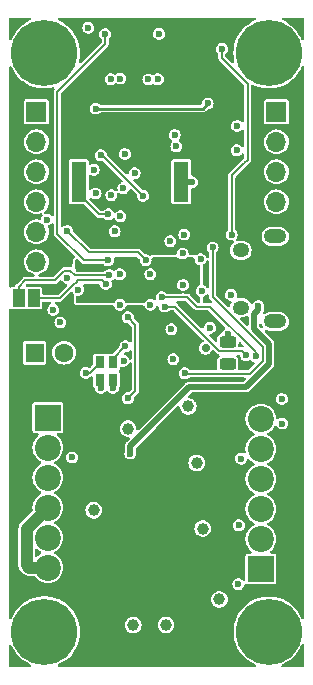
<source format=gbr>
%TF.GenerationSoftware,KiCad,Pcbnew,7.0.5*%
%TF.CreationDate,2023-12-24T21:30:34-08:00*%
%TF.ProjectId,Lyrav3,4c797261-7633-42e6-9b69-6361645f7063,rev?*%
%TF.SameCoordinates,Original*%
%TF.FileFunction,Copper,L1,Top*%
%TF.FilePolarity,Positive*%
%FSLAX46Y46*%
G04 Gerber Fmt 4.6, Leading zero omitted, Abs format (unit mm)*
G04 Created by KiCad (PCBNEW 7.0.5) date 2023-12-24 21:30:34*
%MOMM*%
%LPD*%
G01*
G04 APERTURE LIST*
G04 Aperture macros list*
%AMRoundRect*
0 Rectangle with rounded corners*
0 $1 Rounding radius*
0 $2 $3 $4 $5 $6 $7 $8 $9 X,Y pos of 4 corners*
0 Add a 4 corners polygon primitive as box body*
4,1,4,$2,$3,$4,$5,$6,$7,$8,$9,$2,$3,0*
0 Add four circle primitives for the rounded corners*
1,1,$1+$1,$2,$3*
1,1,$1+$1,$4,$5*
1,1,$1+$1,$6,$7*
1,1,$1+$1,$8,$9*
0 Add four rect primitives between the rounded corners*
20,1,$1+$1,$2,$3,$4,$5,0*
20,1,$1+$1,$4,$5,$6,$7,0*
20,1,$1+$1,$6,$7,$8,$9,0*
20,1,$1+$1,$8,$9,$2,$3,0*%
G04 Aperture macros list end*
%TA.AperFunction,SMDPad,CuDef*%
%ADD10R,1.000000X1.500000*%
%TD*%
%TA.AperFunction,SMDPad,CuDef*%
%ADD11RoundRect,0.243750X0.456250X-0.243750X0.456250X0.243750X-0.456250X0.243750X-0.456250X-0.243750X0*%
%TD*%
%TA.AperFunction,ComponentPad*%
%ADD12C,5.600000*%
%TD*%
%TA.AperFunction,ComponentPad*%
%ADD13O,1.700000X1.700000*%
%TD*%
%TA.AperFunction,ComponentPad*%
%ADD14R,1.700000X1.700000*%
%TD*%
%TA.AperFunction,SMDPad,CuDef*%
%ADD15R,1.300000X3.400000*%
%TD*%
%TA.AperFunction,SMDPad,CuDef*%
%ADD16R,0.800000X1.000000*%
%TD*%
%TA.AperFunction,ComponentPad*%
%ADD17C,1.600000*%
%TD*%
%TA.AperFunction,ComponentPad*%
%ADD18R,1.600000X1.600000*%
%TD*%
%TA.AperFunction,ComponentPad*%
%ADD19C,2.200000*%
%TD*%
%TA.AperFunction,ComponentPad*%
%ADD20R,2.200000X2.200000*%
%TD*%
%TA.AperFunction,ComponentPad*%
%ADD21O,1.400000X1.200000*%
%TD*%
%TA.AperFunction,ComponentPad*%
%ADD22O,1.900000X1.200000*%
%TD*%
%TA.AperFunction,ViaPad*%
%ADD23C,0.600000*%
%TD*%
%TA.AperFunction,ViaPad*%
%ADD24C,1.000000*%
%TD*%
%TA.AperFunction,ViaPad*%
%ADD25C,0.700000*%
%TD*%
%TA.AperFunction,Conductor*%
%ADD26C,0.200000*%
%TD*%
%TA.AperFunction,Conductor*%
%ADD27C,0.500000*%
%TD*%
%TA.AperFunction,Conductor*%
%ADD28C,1.000000*%
%TD*%
%TA.AperFunction,Conductor*%
%ADD29C,0.254000*%
%TD*%
G04 APERTURE END LIST*
D10*
%TO.P,J1,1,Pin_1*%
%TO.N,/SWCLK*%
X2114400Y31242600D03*
%TO.P,J1,2,Pin_2*%
%TO.N,/SWD*%
X814400Y31242600D03*
%TD*%
D11*
%TO.P,D2,2,A*%
%TO.N,Net-(D2-A)*%
X18533200Y27557300D03*
%TO.P,D2,1,K*%
%TO.N,GND*%
X18533200Y25682300D03*
%TD*%
D12*
%TO.P,H3,1,1*%
%TO.N,GND*%
X3000000Y3000000D03*
%TD*%
D13*
%TO.P,J8,4,Pin_4*%
%TO.N,/BRKOUT4*%
X22648000Y39396000D03*
%TO.P,J8,3,Pin_3*%
%TO.N,/BRKOUT3*%
X22648000Y41936000D03*
%TO.P,J8,2,Pin_2*%
%TO.N,/BRKOUT2*%
X22648000Y44476000D03*
D14*
%TO.P,J8,1,Pin_1*%
%TO.N,/BRKOUT1*%
X22648000Y47016000D03*
%TD*%
D15*
%TO.P,LS1,2,-*%
%TO.N,GND*%
X14602800Y41097800D03*
%TO.P,LS1,1,+*%
%TO.N,/BUZZER*%
X5902800Y41097800D03*
%TD*%
D12*
%TO.P,H1,1,1*%
%TO.N,GND*%
X3000000Y52000000D03*
%TD*%
%TO.P,H2,1,1*%
%TO.N,GND*%
X22000000Y52000000D03*
%TD*%
D16*
%TO.P,D4,1,A*%
%TO.N,+3V3*%
X8805000Y25832400D03*
%TO.P,D4,2,RK*%
%TO.N,Net-(D4-RK)*%
X7705000Y25832400D03*
%TO.P,D4,3,GK*%
%TO.N,Net-(D4-GK)*%
X7705000Y24332400D03*
%TO.P,D4,4,BK*%
%TO.N,Net-(D4-BK)*%
X8805000Y24332400D03*
%TD*%
D12*
%TO.P,H4,1,1*%
%TO.N,GND*%
X22000000Y3000000D03*
%TD*%
D17*
%TO.P,C9,2*%
%TO.N,GND*%
X4664800Y26619800D03*
D18*
%TO.P,C9,1*%
%TO.N,+12P*%
X2164800Y26619800D03*
%TD*%
D19*
%TO.P,J2,6,Pin_6*%
%TO.N,+BATT*%
X3293200Y8433400D03*
%TO.P,J2,5,Pin_5*%
%TO.N,GND*%
X3293200Y10973400D03*
%TO.P,J2,4,Pin_4*%
%TO.N,+BATT*%
X3293200Y13513400D03*
%TO.P,J2,3,Pin_3*%
%TO.N,+12V*%
X3293200Y16053400D03*
%TO.P,J2,2,Pin_2*%
%TO.N,+12P*%
X3293200Y18593400D03*
D20*
%TO.P,J2,1,Pin_1*%
%TO.N,/P4-*%
X3293200Y21133400D03*
%TD*%
D19*
%TO.P,J9,6,Pin_6*%
%TO.N,/P3-*%
X21327200Y21006400D03*
%TO.P,J9,5,Pin_5*%
%TO.N,+12P*%
X21327200Y18466400D03*
%TO.P,J9,4,Pin_4*%
%TO.N,/P2-*%
X21327200Y15926400D03*
%TO.P,J9,3,Pin_3*%
%TO.N,+12P*%
X21327200Y13386400D03*
%TO.P,J9,2,Pin_2*%
%TO.N,/P1-*%
X21327200Y10846400D03*
D20*
%TO.P,J9,1,Pin_1*%
%TO.N,+12P*%
X21327200Y8306400D03*
%TD*%
D13*
%TO.P,J6,6,Pin_6*%
%TO.N,GND*%
X2328000Y34326000D03*
%TO.P,J6,5,Pin_5*%
%TO.N,+3V3*%
X2328000Y36866000D03*
%TO.P,J6,4,Pin_4*%
%TO.N,+12P*%
X2328000Y39406000D03*
%TO.P,J6,3,Pin_3*%
%TO.N,/BRKOUT5*%
X2328000Y41946000D03*
%TO.P,J6,2,Pin_2*%
%TO.N,/BRKOUT6*%
X2328000Y44486000D03*
D14*
%TO.P,J6,1,Pin_1*%
%TO.N,/BRKOUT7*%
X2328000Y47026000D03*
%TD*%
D21*
%TO.P,J7,6,Shield*%
%TO.N,unconnected-(J7-Shield-Pad6)*%
X19639100Y30448200D03*
%TO.P,J7,7*%
%TO.N,N/C*%
X19639100Y35288200D03*
D22*
%TO.P,J7,8*%
X22539100Y36468200D03*
%TO.P,J7,9*%
X22539100Y29268200D03*
%TD*%
D23*
%TO.N,+3V3*%
X9861883Y27172407D03*
%TO.N,/I2C1 SCL*%
X7789000Y43333000D03*
X11345000Y39904000D03*
%TO.N,GND*%
X9704502Y25934000D03*
%TO.N,/P4 EN *%
X10075000Y22759000D03*
X10075000Y29617000D03*
%TO.N,GND*%
X13916317Y26072003D03*
%TO.N,Net-(D4-RK)*%
X6519000Y24918000D03*
%TO.N,Net-(D4-GK)*%
X7789000Y23648000D03*
%TO.N,Net-(D4-BK)*%
X8805000Y23648000D03*
%TO.N,+3V3*%
X13758000Y28601000D03*
D24*
X10532200Y3556600D03*
X13300800Y3582000D03*
%TO.N,GND*%
X17822000Y5741000D03*
D23*
X3750400Y30252000D03*
X10633800Y41834400D03*
%TO.N,/QSPI_SS*%
X18025200Y52350000D03*
X18863400Y36627400D03*
X17237800Y35535200D03*
X14901614Y24876915D03*
%TO.N,+3V3*%
X8957399Y36906801D03*
%TO.N,/BUZZER*%
X8424000Y38354600D03*
%TO.N,+3V3*%
X7179400Y42113702D03*
%TO.N,GND*%
X15485200Y41072400D03*
X12716600Y53620000D03*
%TO.N,+3V3*%
X12608400Y49784600D03*
%TO.N,GND*%
X11808400Y49759200D03*
%TO.N,+3V3*%
X8604400Y49784600D03*
%TO.N,GND*%
X9408400Y49835400D03*
%TO.N,+3V3*%
X6722200Y54128000D03*
%TO.N,/RUN*%
X8144600Y53594600D03*
X8373208Y34443000D03*
%TO.N,/BATT SENSE *%
X4944200Y36932200D03*
%TO.N,GND*%
X3217002Y37897398D03*
X9440000Y38176800D03*
X14850200Y36627400D03*
X16320800Y31852200D03*
X16219200Y34544600D03*
%TO.N,+3V3*%
X17009200Y28728000D03*
%TO.N,Net-(D2-A)*%
X18507800Y28194600D03*
%TO.N,GND*%
X18507800Y25494800D03*
%TO.N,+1V1*%
X12970600Y32258600D03*
D24*
%TO.N,GND*%
X7179400Y13284800D03*
D23*
X19422200Y7036400D03*
X19473000Y12014800D03*
D24*
X15173441Y22085312D03*
D23*
X19650800Y17653600D03*
X18812600Y31522000D03*
%TO.N,VBUS*%
X21124000Y30582200D03*
X10276100Y18085400D03*
%TO.N,GND*%
X5350600Y17755200D03*
D24*
X16395088Y11739491D03*
X15893600Y17298000D03*
X10076100Y20207751D03*
D23*
%TO.N,/I2C1 SCL*%
X7331800Y47295400D03*
X16831400Y47727200D03*
%TO.N,GND*%
X14164400Y44095000D03*
%TO.N,+3V3*%
X14037400Y45060200D03*
%TO.N,GND*%
X19320600Y45822200D03*
%TO.N,+3V3*%
X19295200Y43764800D03*
X8675024Y39969734D03*
%TO.N,GND*%
X7331800Y40107200D03*
X9694000Y40564400D03*
%TO.N,+3V3*%
X9821000Y43450400D03*
%TO.N,/BATT SENSE *%
X11573600Y34468400D03*
%TO.N,+3V3*%
X13656400Y36068600D03*
%TO.N,+1V1*%
X13275400Y33782600D03*
%TO.N,+3V3*%
X14697800Y35027200D03*
X14748600Y32360200D03*
%TO.N,GND*%
X9389200Y33274600D03*
X11980000Y33274600D03*
X11980000Y30683800D03*
X9389200Y30683800D03*
%TO.N,+3V3*%
X4360000Y29185200D03*
%TO.N,/SWCLK*%
X8200443Y32456680D03*
%TO.N,/SWD*%
X8500200Y33198400D03*
%TO.N,+1V1*%
X5833200Y33935000D03*
%TO.N,+3V3*%
X5861710Y31963400D03*
%TO.N,GND*%
X4950347Y32960200D03*
X23156000Y20625400D03*
%TO.N,+3V3*%
X23098400Y22708200D03*
%TO.N,/QSPI_SCLK*%
X20084608Y26405581D03*
%TO.N,/QSPI_SD3*%
X20879600Y26316178D03*
%TO.N,/QSPI_SCLK*%
X13176600Y30531400D03*
%TO.N,/QSPI_SD3*%
X12927931Y31326150D03*
D25*
%TO.N,GND*%
X16650427Y27024533D03*
%TD*%
D26*
%TO.N,+3V3*%
X8805000Y26115524D02*
X9861883Y27172407D01*
X8805000Y25832400D02*
X8805000Y26115524D01*
D27*
%TO.N,VBUS*%
X10276100Y18724440D02*
X10276100Y18085400D01*
X22029600Y25706183D02*
X20031017Y23707600D01*
X22029600Y27365199D02*
X22029600Y25706183D01*
X20739100Y28655699D02*
X22029600Y27365199D01*
X21124000Y30582200D02*
X21124000Y30253710D01*
X21124000Y30253710D02*
X20739100Y29868810D01*
X20739100Y29868810D02*
X20739100Y28655699D01*
X20031017Y23707600D02*
X15259260Y23707600D01*
X15259260Y23707600D02*
X10276100Y18724440D01*
D26*
%TO.N,/I2C1 SCL*%
X11345000Y39904000D02*
X7916000Y43333000D01*
X7916000Y43333000D02*
X7789000Y43333000D01*
%TO.N,/P4 EN *%
X10710000Y28982000D02*
X10710000Y23394000D01*
X10710000Y23394000D02*
X10075000Y22759000D01*
X10075000Y29617000D02*
X10710000Y28982000D01*
%TO.N,/QSPI_SS*%
X14933364Y24845165D02*
X14901614Y24876915D01*
X21479600Y25934000D02*
X20390765Y24845165D01*
X17237800Y31369600D02*
X21479600Y27127800D01*
X17237800Y35535200D02*
X17237800Y31369600D01*
X20390765Y24845165D02*
X14933364Y24845165D01*
X21479600Y27127800D02*
X21479600Y25934000D01*
%TO.N,Net-(D4-RK)*%
X6866800Y24918000D02*
X7781200Y25832400D01*
X6519000Y24918000D02*
X6866800Y24918000D01*
%TO.N,/SWCLK*%
X7915923Y32741200D02*
X8200443Y32456680D01*
X5858600Y32741200D02*
X7915923Y32741200D01*
X5613181Y32563400D02*
X5680800Y32563400D01*
X2114400Y31242600D02*
X4292381Y31242600D01*
X5680800Y32563400D02*
X5858600Y32741200D01*
X4292381Y31242600D02*
X5613181Y32563400D01*
%TO.N,/SWD*%
X814400Y32192600D02*
X814400Y31242600D01*
X4701818Y33560200D02*
X3901818Y32760200D01*
X1382000Y32760200D02*
X814400Y32192600D01*
X5198876Y33560200D02*
X4701818Y33560200D01*
X5560676Y33198400D02*
X5198876Y33560200D01*
X3901818Y32760200D02*
X1382000Y32760200D01*
X8500200Y33198400D02*
X5560676Y33198400D01*
%TO.N,/QSPI_SD3*%
X15917000Y30506000D02*
X15096850Y31326150D01*
X20879600Y26679879D02*
X17053479Y30506000D01*
X17053479Y30506000D02*
X15917000Y30506000D01*
X15096850Y31326150D02*
X12927931Y31326150D01*
X20879600Y26316178D02*
X20879600Y26679879D01*
D28*
%TO.N,+BATT*%
X3287615Y13513400D02*
X3293200Y13513400D01*
X1493200Y11718985D02*
X3287615Y13513400D01*
X1737566Y8433400D02*
X1493200Y8677766D01*
X3293200Y8433400D02*
X1737566Y8433400D01*
X1493200Y8677766D02*
X1493200Y11718985D01*
D26*
%TO.N,/RUN*%
X4105833Y36703767D02*
X6366600Y34443000D01*
X8144600Y52760537D02*
X4105833Y48721770D01*
X8144600Y53594600D02*
X8144600Y52760537D01*
X6366600Y34443000D02*
X8373208Y34443000D01*
X4105833Y48721770D02*
X4105833Y36703767D01*
%TO.N,/QSPI_SS*%
X18025200Y51590737D02*
X18025200Y52350000D01*
X20209600Y49406337D02*
X18025200Y51590737D01*
X20209600Y44857000D02*
X20209600Y49406337D01*
X18863400Y36627400D02*
X18863400Y41631200D01*
X20209600Y42977400D02*
X20209600Y44857000D01*
X19904800Y42672600D02*
X20209600Y42977400D01*
X18863400Y41631200D02*
X19904800Y42672600D01*
%TO.N,/QSPI_SCLK*%
X19720389Y26769800D02*
X20084608Y26405581D01*
X14062800Y30531400D02*
X17824400Y26769800D01*
X13176600Y30531400D02*
X14062800Y30531400D01*
X17824400Y26769800D02*
X19720389Y26769800D01*
%TO.N,GND*%
X18533200Y25520200D02*
X18507800Y25494800D01*
X18533200Y25682300D02*
X18533200Y25520200D01*
%TO.N,/BUZZER*%
X7596000Y38354600D02*
X8424000Y38354600D01*
X5902800Y40047800D02*
X7596000Y38354600D01*
X5902800Y41097800D02*
X5902800Y40047800D01*
D27*
%TO.N,GND*%
X15459800Y41097800D02*
X15485200Y41072400D01*
X14602800Y41097800D02*
X15459800Y41097800D01*
D26*
%TO.N,/BATT SENSE *%
X6747600Y35128800D02*
X4944200Y36932200D01*
X10913200Y35128800D02*
X6747600Y35128800D01*
X11573600Y34468400D02*
X10913200Y35128800D01*
D29*
%TO.N,/I2C1 SCL*%
X16399600Y47295400D02*
X7331800Y47295400D01*
X16831400Y47727200D02*
X16399600Y47295400D01*
%TD*%
%TA.AperFunction,Conductor*%
%TO.N,+1V1*%
G36*
X10935706Y34677315D02*
G01*
X10956348Y34660681D01*
X11034204Y34582825D01*
X11067689Y34521502D01*
X11069261Y34477498D01*
X11067953Y34468401D01*
X11088434Y34325944D01*
X11142811Y34206878D01*
X11148223Y34195027D01*
X11242472Y34086257D01*
X11363547Y34008447D01*
X11363550Y34008446D01*
X11363549Y34008446D01*
X11501636Y33967901D01*
X11501638Y33967900D01*
X11501639Y33967900D01*
X11645562Y33967900D01*
X11645562Y33967901D01*
X11783653Y34008447D01*
X11904728Y34086257D01*
X11998977Y34195027D01*
X12058765Y34325943D01*
X12079247Y34468400D01*
X12066745Y34555354D01*
X12076689Y34624512D01*
X12122444Y34677315D01*
X12189483Y34697000D01*
X14265034Y34697000D01*
X14332073Y34677315D01*
X14358746Y34654205D01*
X14366672Y34645057D01*
X14487747Y34567247D01*
X14487750Y34567246D01*
X14487749Y34567246D01*
X14625836Y34526701D01*
X14625838Y34526700D01*
X14625839Y34526700D01*
X14769762Y34526700D01*
X14769762Y34526701D01*
X14907853Y34567247D01*
X15028928Y34645057D01*
X15036854Y34654205D01*
X15095634Y34691978D01*
X15130566Y34697000D01*
X15592361Y34697000D01*
X15659400Y34677315D01*
X15705155Y34624511D01*
X15715099Y34555354D01*
X15713553Y34544600D01*
X15716126Y34526701D01*
X15734034Y34402144D01*
X15792122Y34274951D01*
X15793823Y34271227D01*
X15888072Y34162457D01*
X16009147Y34084647D01*
X16009150Y34084646D01*
X16009148Y34084646D01*
X16107334Y34055817D01*
X16166112Y34018044D01*
X16195138Y33954488D01*
X16196400Y33936840D01*
X16196400Y32430129D01*
X16176715Y32363090D01*
X16123911Y32317335D01*
X16113981Y32313631D01*
X16110750Y32312155D01*
X15989673Y32234344D01*
X15895423Y32125574D01*
X15895422Y32125572D01*
X15835634Y31994657D01*
X15815153Y31852201D01*
X15835634Y31709744D01*
X15890973Y31588570D01*
X15895423Y31578827D01*
X15989672Y31470057D01*
X16110747Y31392247D01*
X16110749Y31392247D01*
X16110750Y31392246D01*
X16118818Y31388561D01*
X16117867Y31386479D01*
X16166108Y31355480D01*
X16195137Y31291926D01*
X16196400Y31274272D01*
X16196400Y30960200D01*
X16176715Y30893161D01*
X16123911Y30847406D01*
X16072400Y30836200D01*
X16063133Y30836200D01*
X15996094Y30855885D01*
X15975452Y30872519D01*
X15353772Y31494199D01*
X15348128Y31500685D01*
X15340806Y31510380D01*
X15305474Y31542590D01*
X15303423Y31544548D01*
X15289647Y31558324D01*
X15287436Y31559839D01*
X15280703Y31565172D01*
X15257783Y31586066D01*
X15251320Y31588570D01*
X15226042Y31601894D01*
X15220331Y31605806D01*
X15220328Y31605807D01*
X15220329Y31605807D01*
X15190152Y31612906D01*
X15181944Y31615447D01*
X15153023Y31626650D01*
X15146099Y31626650D01*
X15117708Y31629944D01*
X15110969Y31631529D01*
X15080259Y31627245D01*
X15071684Y31626650D01*
X14889306Y31626650D01*
X14822267Y31646335D01*
X14776512Y31699139D01*
X14766568Y31768297D01*
X14795593Y31831853D01*
X14854371Y31869627D01*
X14854372Y31869627D01*
X14958650Y31900246D01*
X14958650Y31900247D01*
X14958653Y31900247D01*
X15079728Y31978057D01*
X15173977Y32086827D01*
X15233765Y32217743D01*
X15254247Y32360200D01*
X15233765Y32502657D01*
X15173977Y32633573D01*
X15079728Y32742343D01*
X14958653Y32820153D01*
X14958651Y32820154D01*
X14958649Y32820155D01*
X14958650Y32820155D01*
X14820563Y32860700D01*
X14820561Y32860700D01*
X14676639Y32860700D01*
X14676636Y32860700D01*
X14538549Y32820155D01*
X14417473Y32742344D01*
X14323223Y32633574D01*
X14323222Y32633572D01*
X14263434Y32502657D01*
X14242953Y32360201D01*
X14263434Y32217744D01*
X14314532Y32105857D01*
X14323223Y32086827D01*
X14417472Y31978057D01*
X14538547Y31900247D01*
X14538550Y31900246D01*
X14538549Y31900246D01*
X14642828Y31869627D01*
X14701607Y31831853D01*
X14730632Y31768297D01*
X14720689Y31699139D01*
X14674934Y31646335D01*
X14607894Y31626650D01*
X13386432Y31626650D01*
X13319393Y31646335D01*
X13292719Y31669447D01*
X13259059Y31708293D01*
X13137984Y31786103D01*
X13137982Y31786104D01*
X13137980Y31786105D01*
X13137981Y31786105D01*
X12999894Y31826650D01*
X12999892Y31826650D01*
X12855970Y31826650D01*
X12855967Y31826650D01*
X12717880Y31786105D01*
X12596804Y31708294D01*
X12502554Y31599524D01*
X12502553Y31599522D01*
X12442765Y31468607D01*
X12422284Y31326150D01*
X12436179Y31229502D01*
X12426235Y31160344D01*
X12380480Y31107540D01*
X12313440Y31087856D01*
X12246402Y31107540D01*
X12190050Y31143755D01*
X12051963Y31184300D01*
X12051961Y31184300D01*
X11908039Y31184300D01*
X11908036Y31184300D01*
X11769949Y31143755D01*
X11648873Y31065944D01*
X11554623Y30957174D01*
X11554622Y30957172D01*
X11532480Y30908688D01*
X11486725Y30855884D01*
X11419686Y30836200D01*
X9949514Y30836200D01*
X9882475Y30855885D01*
X9836720Y30908688D01*
X9814577Y30957172D01*
X9814576Y30957174D01*
X9811954Y30960200D01*
X9720328Y31065943D01*
X9599253Y31143753D01*
X9599251Y31143754D01*
X9599249Y31143755D01*
X9599250Y31143755D01*
X9461163Y31184300D01*
X9461161Y31184300D01*
X9317239Y31184300D01*
X9317236Y31184300D01*
X9179149Y31143755D01*
X9058073Y31065944D01*
X8963823Y30957174D01*
X8963822Y30957172D01*
X8941680Y30908688D01*
X8895925Y30855884D01*
X8828886Y30836200D01*
X5803179Y30836200D01*
X5736140Y30855885D01*
X5690385Y30908689D01*
X5679190Y30958569D01*
X5674207Y31337269D01*
X5693008Y31404561D01*
X5745205Y31451007D01*
X5798196Y31462900D01*
X5933672Y31462900D01*
X5933672Y31462901D01*
X6040831Y31494365D01*
X6071760Y31503446D01*
X6071760Y31503447D01*
X6071763Y31503447D01*
X6192838Y31581257D01*
X6287087Y31690027D01*
X6346875Y31820943D01*
X6367357Y31963400D01*
X6346875Y32105857D01*
X6287087Y32236773D01*
X6287084Y32236776D01*
X6282292Y32244234D01*
X6283769Y32245184D01*
X6259168Y32299047D01*
X6269108Y32368206D01*
X6314860Y32421012D01*
X6381899Y32440700D01*
X7589647Y32440700D01*
X7656686Y32421015D01*
X7702441Y32368211D01*
X7712385Y32334345D01*
X7715276Y32314229D01*
X7715279Y32314220D01*
X7775063Y32183311D01*
X7775066Y32183307D01*
X7869315Y32074537D01*
X7990390Y31996727D01*
X7990393Y31996726D01*
X7990392Y31996726D01*
X8128479Y31956181D01*
X8128481Y31956180D01*
X8128482Y31956180D01*
X8272405Y31956180D01*
X8272405Y31956181D01*
X8410496Y31996727D01*
X8531571Y32074537D01*
X8625820Y32183307D01*
X8685608Y32314223D01*
X8706090Y32456680D01*
X8685608Y32599137D01*
X8685604Y32599145D01*
X8683110Y32607641D01*
X8685018Y32608202D01*
X8676705Y32666012D01*
X8705728Y32729569D01*
X8732401Y32752681D01*
X8831328Y32816257D01*
X8885075Y32878286D01*
X8943851Y32916059D01*
X9013721Y32916059D01*
X9049975Y32896264D01*
X9050611Y32897252D01*
X9058071Y32892458D01*
X9058072Y32892457D01*
X9179147Y32814647D01*
X9179150Y32814646D01*
X9179149Y32814646D01*
X9317236Y32774101D01*
X9317238Y32774100D01*
X9317239Y32774100D01*
X9461162Y32774100D01*
X9461162Y32774101D01*
X9599253Y32814647D01*
X9720328Y32892457D01*
X9814577Y33001227D01*
X9874365Y33132143D01*
X9894847Y33274600D01*
X9894847Y33274601D01*
X11474353Y33274601D01*
X11494834Y33132144D01*
X11508301Y33102657D01*
X11554623Y33001227D01*
X11648872Y32892457D01*
X11769947Y32814647D01*
X11769950Y32814646D01*
X11769949Y32814646D01*
X11908036Y32774101D01*
X11908038Y32774100D01*
X11908039Y32774100D01*
X12051962Y32774100D01*
X12051962Y32774101D01*
X12190053Y32814647D01*
X12311128Y32892457D01*
X12405377Y33001227D01*
X12465165Y33132143D01*
X12485647Y33274600D01*
X12465165Y33417057D01*
X12405377Y33547973D01*
X12311128Y33656743D01*
X12190053Y33734553D01*
X12190051Y33734554D01*
X12190049Y33734555D01*
X12190050Y33734555D01*
X12051963Y33775100D01*
X12051961Y33775100D01*
X11908039Y33775100D01*
X11908036Y33775100D01*
X11769949Y33734555D01*
X11648873Y33656744D01*
X11554623Y33547974D01*
X11554622Y33547972D01*
X11494834Y33417057D01*
X11474353Y33274601D01*
X9894847Y33274601D01*
X9874365Y33417057D01*
X9814577Y33547973D01*
X9720328Y33656743D01*
X9599253Y33734553D01*
X9599251Y33734554D01*
X9599249Y33734555D01*
X9599250Y33734555D01*
X9461163Y33775100D01*
X9461161Y33775100D01*
X9317239Y33775100D01*
X9317236Y33775100D01*
X9179149Y33734555D01*
X9058072Y33656743D01*
X9058069Y33656741D01*
X9004324Y33594716D01*
X8945546Y33556942D01*
X8875676Y33556942D01*
X8839424Y33576737D01*
X8838789Y33575748D01*
X8809274Y33594716D01*
X8710253Y33658353D01*
X8710251Y33658354D01*
X8710249Y33658355D01*
X8710250Y33658355D01*
X8572163Y33698900D01*
X8572161Y33698900D01*
X8477983Y33698900D01*
X8444629Y33708694D01*
X8430360Y33699523D01*
X8430359Y33699523D01*
X8290149Y33658355D01*
X8169073Y33580544D01*
X8135412Y33541697D01*
X8076633Y33503923D01*
X8041699Y33498900D01*
X5768143Y33498900D01*
X5701104Y33518585D01*
X5655349Y33571389D01*
X5644154Y33621269D01*
X5633244Y34450406D01*
X5652045Y34517695D01*
X5704242Y34564141D01*
X5773264Y34574993D01*
X5837196Y34546807D01*
X5844914Y34539715D01*
X6109678Y34274951D01*
X6115321Y34268467D01*
X6122641Y34258774D01*
X6122642Y34258772D01*
X6147259Y34236331D01*
X6157975Y34226561D01*
X6160023Y34224606D01*
X6173803Y34210826D01*
X6176013Y34209312D01*
X6182743Y34203982D01*
X6192564Y34195029D01*
X6205664Y34183086D01*
X6205665Y34183086D01*
X6205667Y34183084D01*
X6212130Y34180581D01*
X6237407Y34167257D01*
X6243119Y34163344D01*
X6273302Y34156246D01*
X6281503Y34153706D01*
X6310427Y34142500D01*
X6317351Y34142500D01*
X6345741Y34139207D01*
X6352481Y34137621D01*
X6383190Y34141905D01*
X6391766Y34142500D01*
X7914707Y34142500D01*
X7981746Y34122815D01*
X8008419Y34099704D01*
X8042080Y34060857D01*
X8163155Y33983047D01*
X8163158Y33983046D01*
X8163157Y33983046D01*
X8301244Y33942501D01*
X8301246Y33942500D01*
X8395425Y33942500D01*
X8428778Y33932707D01*
X8443048Y33941877D01*
X8443049Y33941877D01*
X8583258Y33983046D01*
X8583258Y33983047D01*
X8583261Y33983047D01*
X8704336Y34060857D01*
X8798585Y34169627D01*
X8858373Y34300543D01*
X8878855Y34443000D01*
X8862701Y34555354D01*
X8872645Y34624511D01*
X8918400Y34677315D01*
X8985439Y34697000D01*
X10868667Y34697000D01*
X10935706Y34677315D01*
G37*
%TD.AperFunction*%
%TD*%
%TA.AperFunction,NonConductor*%
G36*
X24942539Y54979815D02*
G01*
X24988294Y54927011D01*
X24999500Y54875500D01*
X24999500Y53222406D01*
X24979815Y53155367D01*
X24927011Y53109612D01*
X24857853Y53099668D01*
X24794297Y53128693D01*
X24761641Y53173292D01*
X24727588Y53252235D01*
X24685889Y53348904D01*
X24511130Y53651596D01*
X24511129Y53651598D01*
X24302415Y53931950D01*
X24302410Y53931956D01*
X24162779Y54079955D01*
X24062558Y54186183D01*
X23914488Y54310428D01*
X23794813Y54410848D01*
X23794805Y54410854D01*
X23502796Y54602912D01*
X23190458Y54759774D01*
X23187141Y54761205D01*
X23187738Y54762591D01*
X23136379Y54800408D01*
X23111447Y54865678D01*
X23125759Y54934066D01*
X23174773Y54983860D01*
X23235057Y54999500D01*
X24875500Y54999500D01*
X24942539Y54979815D01*
G37*
%TD.AperFunction*%
%TA.AperFunction,NonConductor*%
G36*
X1831982Y54979815D02*
G01*
X1877737Y54927011D01*
X1887681Y54857853D01*
X1858656Y54794297D01*
X1812339Y54762410D01*
X1812859Y54761205D01*
X1809541Y54759774D01*
X1497203Y54602912D01*
X1205194Y54410854D01*
X1205186Y54410848D01*
X937442Y54186183D01*
X937440Y54186181D01*
X697589Y53931956D01*
X697584Y53931950D01*
X488870Y53651598D01*
X314113Y53348909D01*
X314107Y53348896D01*
X238359Y53173292D01*
X193731Y53119532D01*
X127123Y53098434D01*
X59682Y53116696D01*
X12820Y53168520D01*
X500Y53222406D01*
X500Y54875500D01*
X20185Y54942539D01*
X72989Y54988294D01*
X124500Y54999500D01*
X1764943Y54999500D01*
X1831982Y54979815D01*
G37*
%TD.AperFunction*%
%TA.AperFunction,NonConductor*%
G36*
X205703Y50871308D02*
G01*
X238359Y50826709D01*
X314107Y50651105D01*
X314113Y50651092D01*
X488870Y50348403D01*
X697584Y50068051D01*
X697589Y50068045D01*
X782678Y49977857D01*
X937442Y49813817D01*
X1113903Y49665749D01*
X1205186Y49589153D01*
X1205194Y49589147D01*
X1497203Y49397089D01*
X1692024Y49299246D01*
X1809549Y49240223D01*
X2137989Y49120681D01*
X2478086Y49040077D01*
X2825241Y48999500D01*
X2825248Y48999500D01*
X3174752Y48999500D01*
X3174759Y48999500D01*
X3521914Y49040077D01*
X3727395Y49088777D01*
X3797165Y49085083D01*
X3853864Y49044254D01*
X3879489Y48979253D01*
X3865904Y48910717D01*
X3847634Y48884588D01*
X3845917Y48882705D01*
X3845916Y48882703D01*
X3843411Y48876237D01*
X3830092Y48850968D01*
X3826178Y48845255D01*
X3826176Y48845249D01*
X3819077Y48815071D01*
X3816535Y48806863D01*
X3805333Y48777944D01*
X3805333Y48771019D01*
X3802039Y48742629D01*
X3800454Y48735893D01*
X3800454Y48735889D01*
X3804738Y48705180D01*
X3805333Y48696604D01*
X3805333Y38315170D01*
X3785648Y38248131D01*
X3732844Y38202376D01*
X3663686Y38192432D01*
X3600130Y38221457D01*
X3587621Y38233967D01*
X3548132Y38279539D01*
X3548131Y38279540D01*
X3548130Y38279541D01*
X3427055Y38357351D01*
X3427053Y38357352D01*
X3427051Y38357353D01*
X3427052Y38357353D01*
X3288965Y38397898D01*
X3288963Y38397898D01*
X3145041Y38397898D01*
X3145037Y38397898D01*
X3123032Y38391437D01*
X3053163Y38391439D01*
X2994386Y38429215D01*
X2965363Y38492772D01*
X2975308Y38561930D01*
X3009435Y38606268D01*
X3074410Y38659590D01*
X3205685Y38819550D01*
X3303232Y39002046D01*
X3363300Y39200066D01*
X3383583Y39406000D01*
X3363300Y39611934D01*
X3303232Y39809954D01*
X3205685Y39992450D01*
X3082617Y40142410D01*
X3074410Y40152411D01*
X2955913Y40249657D01*
X2914450Y40283685D01*
X2731954Y40381232D01*
X2533934Y40441300D01*
X2533932Y40441301D01*
X2533934Y40441301D01*
X2328000Y40461583D01*
X2122067Y40441301D01*
X1924043Y40381231D01*
X1861915Y40348022D01*
X1741550Y40283685D01*
X1741548Y40283684D01*
X1741547Y40283683D01*
X1581589Y40152411D01*
X1450317Y39992453D01*
X1450315Y39992450D01*
X1438173Y39969734D01*
X1352769Y39809957D01*
X1352768Y39809955D01*
X1352768Y39809954D01*
X1349735Y39799954D01*
X1292699Y39611933D01*
X1272417Y39406000D01*
X1292699Y39200068D01*
X1295733Y39190066D01*
X1352768Y39002046D01*
X1450315Y38819550D01*
X1484969Y38777323D01*
X1581589Y38659590D01*
X1620119Y38627970D01*
X1741550Y38528315D01*
X1924046Y38430768D01*
X2122066Y38370700D01*
X2122065Y38370700D01*
X2142348Y38368703D01*
X2328000Y38350417D01*
X2533934Y38370700D01*
X2707631Y38423391D01*
X2777496Y38424013D01*
X2836608Y38386765D01*
X2866199Y38323471D01*
X2856874Y38254226D01*
X2837337Y38223527D01*
X2791627Y38170776D01*
X2791624Y38170770D01*
X2731836Y38039855D01*
X2725028Y37992498D01*
X2696003Y37928942D01*
X2637225Y37891168D01*
X2567355Y37891168D01*
X2566298Y37891483D01*
X2546797Y37897398D01*
X2533934Y37901300D01*
X2533931Y37901301D01*
X2533933Y37901301D01*
X2348281Y37919586D01*
X2328000Y37921583D01*
X2327999Y37921583D01*
X2122067Y37901301D01*
X1946692Y37848102D01*
X1937144Y37845205D01*
X1924043Y37841231D01*
X1836911Y37794657D01*
X1741550Y37743685D01*
X1741548Y37743684D01*
X1741547Y37743683D01*
X1581589Y37612411D01*
X1472618Y37479627D01*
X1450315Y37452450D01*
X1420622Y37396898D01*
X1352769Y37269957D01*
X1292699Y37071933D01*
X1272417Y36866001D01*
X1292699Y36660068D01*
X1302609Y36627400D01*
X1352768Y36462046D01*
X1450315Y36279550D01*
X1450317Y36279548D01*
X1581589Y36119590D01*
X1678209Y36040298D01*
X1741550Y35988315D01*
X1924046Y35890768D01*
X2122066Y35830700D01*
X2122065Y35830700D01*
X2140529Y35828882D01*
X2328000Y35810417D01*
X2533934Y35830700D01*
X2731954Y35890768D01*
X2914450Y35988315D01*
X3074410Y36119590D01*
X3205685Y36279550D01*
X3303232Y36462046D01*
X3363300Y36660066D01*
X3383583Y36866000D01*
X3363300Y37071934D01*
X3303232Y37269954D01*
X3303229Y37269960D01*
X3303023Y37270639D01*
X3302400Y37340505D01*
X3339648Y37399618D01*
X3386748Y37425611D01*
X3427055Y37437445D01*
X3548130Y37515255D01*
X3587619Y37560829D01*
X3646398Y37598604D01*
X3716267Y37598604D01*
X3775046Y37560830D01*
X3804071Y37497274D01*
X3805333Y37479627D01*
X3805333Y36766609D01*
X3804738Y36758035D01*
X3803060Y36746004D01*
X3805267Y36698258D01*
X3805333Y36695395D01*
X3805333Y36675922D01*
X3805826Y36673285D01*
X3806815Y36664752D01*
X3808248Y36633776D01*
X3808249Y36633770D01*
X3811047Y36627433D01*
X3819497Y36600147D01*
X3820770Y36593338D01*
X3820770Y36593337D01*
X3820772Y36593334D01*
X3835776Y36569100D01*
X3837093Y36566974D01*
X3841096Y36559381D01*
X3853627Y36531002D01*
X3853628Y36531001D01*
X3853629Y36530999D01*
X3858522Y36526106D01*
X3876268Y36503702D01*
X3879910Y36497819D01*
X3879913Y36497816D01*
X3904659Y36479128D01*
X3911144Y36473485D01*
X5527253Y34857376D01*
X5560738Y34796053D01*
X5555754Y34726361D01*
X5522010Y34677067D01*
X5515461Y34671240D01*
X5515446Y34671225D01*
X5497722Y34653396D01*
X5497717Y34653390D01*
X5454127Y34573000D01*
X5454125Y34572996D01*
X5435324Y34505707D01*
X5435322Y34505699D01*
X5427761Y34447701D01*
X5429956Y34280871D01*
X5411155Y34213579D01*
X5410287Y34212207D01*
X5407823Y34208373D01*
X5348034Y34077457D01*
X5332900Y33972195D01*
X5303874Y33908640D01*
X5245096Y33870866D01*
X5224208Y33868351D01*
X5224374Y33867166D01*
X5212995Y33865579D01*
X5185861Y33861794D01*
X5182285Y33861295D01*
X5173710Y33860700D01*
X4764660Y33860700D01*
X4756086Y33861295D01*
X4744057Y33862973D01*
X4744054Y33862973D01*
X4719038Y33861817D01*
X4696309Y33860766D01*
X4693446Y33860700D01*
X4673974Y33860700D01*
X4673969Y33860700D01*
X4673967Y33860699D01*
X4671333Y33860207D01*
X4662803Y33859218D01*
X4631826Y33857785D01*
X4631824Y33857785D01*
X4625483Y33854985D01*
X4598197Y33846536D01*
X4591390Y33845264D01*
X4591384Y33845261D01*
X4565020Y33828939D01*
X4557421Y33824934D01*
X4529055Y33812408D01*
X4524154Y33807507D01*
X4501760Y33789769D01*
X4495866Y33786120D01*
X4477177Y33761373D01*
X4471536Y33754890D01*
X3813666Y33097019D01*
X3752343Y33063534D01*
X3725985Y33060700D01*
X2611666Y33060700D01*
X2544627Y33080385D01*
X2498872Y33133189D01*
X2488928Y33202347D01*
X2517953Y33265903D01*
X2575669Y33303361D01*
X2731954Y33350768D01*
X2914450Y33448315D01*
X3074410Y33579590D01*
X3205685Y33739550D01*
X3303232Y33922046D01*
X3363300Y34120066D01*
X3383583Y34326000D01*
X3363300Y34531934D01*
X3303232Y34729954D01*
X3205685Y34912450D01*
X3143203Y34988585D01*
X3074410Y35072411D01*
X2914452Y35203683D01*
X2914453Y35203683D01*
X2914450Y35203685D01*
X2731954Y35301232D01*
X2533934Y35361300D01*
X2533932Y35361301D01*
X2533934Y35361301D01*
X2328000Y35381583D01*
X2122067Y35361301D01*
X1924043Y35301231D01*
X1850327Y35261828D01*
X1741550Y35203685D01*
X1741548Y35203684D01*
X1741547Y35203683D01*
X1581589Y35072411D01*
X1450317Y34912453D01*
X1450315Y34912450D01*
X1418673Y34853252D01*
X1352769Y34729957D01*
X1292699Y34531933D01*
X1272417Y34326000D01*
X1292699Y34120068D01*
X1318366Y34035456D01*
X1352768Y33922046D01*
X1450315Y33739550D01*
X1450317Y33739548D01*
X1581589Y33579590D01*
X1678209Y33500298D01*
X1741550Y33448315D01*
X1924046Y33350768D01*
X2080330Y33303361D01*
X2138768Y33265063D01*
X2167224Y33201251D01*
X2156664Y33132184D01*
X2110440Y33079791D01*
X2044334Y33060700D01*
X1444842Y33060700D01*
X1436268Y33061295D01*
X1424239Y33062973D01*
X1424236Y33062973D01*
X1399220Y33061817D01*
X1376491Y33060766D01*
X1373628Y33060700D01*
X1354156Y33060700D01*
X1354151Y33060700D01*
X1354149Y33060699D01*
X1351515Y33060207D01*
X1342985Y33059218D01*
X1312008Y33057785D01*
X1312006Y33057785D01*
X1305665Y33054985D01*
X1278379Y33046536D01*
X1271572Y33045264D01*
X1271566Y33045261D01*
X1245202Y33028939D01*
X1237603Y33024934D01*
X1209237Y33012408D01*
X1204336Y33007507D01*
X1181942Y32989769D01*
X1176048Y32986120D01*
X1157359Y32961373D01*
X1151718Y32954890D01*
X646348Y32449520D01*
X639864Y32443878D01*
X630168Y32436556D01*
X597959Y32401226D01*
X595985Y32399158D01*
X582227Y32385400D01*
X582222Y32385394D01*
X580706Y32383180D01*
X575376Y32376452D01*
X554483Y32353534D01*
X554483Y32353533D01*
X551978Y32347067D01*
X538659Y32321798D01*
X534745Y32316085D01*
X534743Y32316080D01*
X527648Y32285916D01*
X525117Y32277738D01*
X523040Y32272367D01*
X480497Y32216943D01*
X414743Y32193318D01*
X407390Y32193100D01*
X294647Y32193100D01*
X236170Y32181469D01*
X236169Y32181468D01*
X193391Y32152884D01*
X126713Y32132006D01*
X59333Y32150491D01*
X12643Y32202470D01*
X500Y32255986D01*
X500Y41946001D01*
X1272417Y41946001D01*
X1292699Y41740068D01*
X1307297Y41691944D01*
X1352768Y41542046D01*
X1450315Y41359550D01*
X1471365Y41333900D01*
X1581589Y41199590D01*
X1675867Y41122219D01*
X1741550Y41068315D01*
X1924046Y40970768D01*
X2122066Y40910700D01*
X2122065Y40910700D01*
X2140529Y40908882D01*
X2328000Y40890417D01*
X2533934Y40910700D01*
X2731954Y40970768D01*
X2914450Y41068315D01*
X3074410Y41199590D01*
X3205685Y41359550D01*
X3303232Y41542046D01*
X3363300Y41740066D01*
X3383583Y41946000D01*
X3363300Y42151934D01*
X3303232Y42349954D01*
X3205685Y42532450D01*
X3153702Y42595791D01*
X3074410Y42692411D01*
X2951171Y42793549D01*
X2914450Y42823685D01*
X2731963Y42921227D01*
X2731956Y42921231D01*
X2731955Y42921232D01*
X2731954Y42921232D01*
X2533934Y42981300D01*
X2533932Y42981301D01*
X2533934Y42981301D01*
X2328000Y43001583D01*
X2122067Y42981301D01*
X1924043Y42921231D01*
X1833899Y42873047D01*
X1741550Y42823685D01*
X1741548Y42823684D01*
X1741547Y42823683D01*
X1581589Y42692411D01*
X1450317Y42532453D01*
X1450315Y42532450D01*
X1441583Y42516114D01*
X1352769Y42349957D01*
X1352768Y42349955D01*
X1352768Y42349954D01*
X1345898Y42327308D01*
X1292699Y42151933D01*
X1272417Y41946001D01*
X500Y41946001D01*
X500Y44486000D01*
X1272417Y44486000D01*
X1292699Y44280068D01*
X1295733Y44270066D01*
X1352768Y44082046D01*
X1450315Y43899550D01*
X1484969Y43857323D01*
X1581589Y43739590D01*
X1614164Y43712857D01*
X1741550Y43608315D01*
X1924046Y43510768D01*
X2122066Y43450700D01*
X2122065Y43450700D01*
X2140529Y43448882D01*
X2328000Y43430417D01*
X2533934Y43450700D01*
X2731954Y43510768D01*
X2914450Y43608315D01*
X3074410Y43739590D01*
X3205685Y43899550D01*
X3303232Y44082046D01*
X3363300Y44280066D01*
X3383583Y44486000D01*
X3363300Y44691934D01*
X3303232Y44889954D01*
X3205685Y45072450D01*
X3082617Y45222410D01*
X3074410Y45232411D01*
X2951141Y45333574D01*
X2914450Y45363685D01*
X2731954Y45461232D01*
X2533934Y45521300D01*
X2533932Y45521301D01*
X2533934Y45521301D01*
X2346463Y45539765D01*
X2328000Y45541583D01*
X2327999Y45541583D01*
X2122067Y45521301D01*
X1924043Y45461231D01*
X1818141Y45404624D01*
X1741550Y45363685D01*
X1741548Y45363684D01*
X1741547Y45363683D01*
X1581589Y45232411D01*
X1450317Y45072453D01*
X1450315Y45072450D01*
X1411643Y45000102D01*
X1352769Y44889957D01*
X1352768Y44889955D01*
X1352768Y44889954D01*
X1349735Y44879954D01*
X1292699Y44691933D01*
X1272417Y44486000D01*
X500Y44486000D01*
X500Y46156248D01*
X1277500Y46156248D01*
X1289131Y46097771D01*
X1289132Y46097770D01*
X1333447Y46031448D01*
X1399769Y45987133D01*
X1399770Y45987132D01*
X1458247Y45975501D01*
X1458250Y45975500D01*
X1458252Y45975500D01*
X3197750Y45975500D01*
X3197751Y45975501D01*
X3212568Y45978448D01*
X3256229Y45987132D01*
X3256229Y45987133D01*
X3256231Y45987133D01*
X3322552Y46031448D01*
X3366867Y46097769D01*
X3366867Y46097771D01*
X3366868Y46097771D01*
X3378499Y46156248D01*
X3378500Y46156250D01*
X3378500Y47895751D01*
X3378499Y47895753D01*
X3366868Y47954230D01*
X3366867Y47954231D01*
X3322552Y48020553D01*
X3256230Y48064868D01*
X3256229Y48064869D01*
X3197752Y48076500D01*
X3197748Y48076500D01*
X1458252Y48076500D01*
X1458247Y48076500D01*
X1399770Y48064869D01*
X1399769Y48064868D01*
X1333447Y48020553D01*
X1289132Y47954231D01*
X1289131Y47954230D01*
X1277500Y47895753D01*
X1277500Y46156248D01*
X500Y46156248D01*
X500Y50777595D01*
X20185Y50844634D01*
X72989Y50890389D01*
X142147Y50900333D01*
X205703Y50871308D01*
G37*
%TD.AperFunction*%
%TA.AperFunction,NonConductor*%
G36*
X16880340Y34446497D02*
G01*
X16926094Y34393693D01*
X16937300Y34342182D01*
X16937300Y32237463D01*
X16917615Y32170424D01*
X16864811Y32124669D01*
X16795653Y32114725D01*
X16732097Y32143750D01*
X16719587Y32156260D01*
X16687476Y32193318D01*
X16651928Y32234343D01*
X16530853Y32312153D01*
X16530852Y32312154D01*
X16530851Y32312154D01*
X16490964Y32323866D01*
X16432186Y32361641D01*
X16403162Y32425197D01*
X16401900Y32442843D01*
X16401900Y33940484D01*
X16401900Y33940508D01*
X16401638Y33947839D01*
X16400115Y33969146D01*
X16400114Y33969148D01*
X16400114Y33969155D01*
X16399230Y33974612D01*
X16401344Y33974955D01*
X16403498Y34035456D01*
X16443339Y34092853D01*
X16454118Y34100627D01*
X16550328Y34162457D01*
X16644577Y34271227D01*
X16700506Y34393696D01*
X16746261Y34446497D01*
X16813300Y34466182D01*
X16880340Y34446497D01*
G37*
%TD.AperFunction*%
%TA.AperFunction,NonConductor*%
G36*
X4444564Y32775463D02*
G01*
X4500497Y32733591D01*
X4514023Y32710795D01*
X4524968Y32686831D01*
X4524970Y32686827D01*
X4619219Y32578057D01*
X4740294Y32500247D01*
X4740297Y32500246D01*
X4740295Y32500246D01*
X4837197Y32471794D01*
X4895975Y32434021D01*
X4925001Y32370465D01*
X4915058Y32301307D01*
X4889944Y32265136D01*
X4204229Y31579419D01*
X4142906Y31545934D01*
X4116548Y31543100D01*
X2938900Y31543100D01*
X2871861Y31562785D01*
X2826106Y31615589D01*
X2814900Y31667100D01*
X2814900Y32012351D01*
X2814899Y32012353D01*
X2803268Y32070830D01*
X2803267Y32070831D01*
X2758952Y32137153D01*
X2692630Y32181468D01*
X2692629Y32181469D01*
X2634152Y32193100D01*
X2634148Y32193100D01*
X1594652Y32193100D01*
X1552696Y32184755D01*
X1483104Y32190984D01*
X1427927Y32233848D01*
X1404684Y32299738D01*
X1420753Y32367734D01*
X1440820Y32394049D01*
X1470155Y32423385D01*
X1531478Y32456867D01*
X1557834Y32459700D01*
X3838977Y32459700D01*
X3847551Y32459105D01*
X3859579Y32457428D01*
X3859579Y32457429D01*
X3859583Y32457427D01*
X3902738Y32459422D01*
X3907328Y32459634D01*
X3910191Y32459700D01*
X3929661Y32459700D01*
X3929662Y32459700D01*
X3932286Y32460191D01*
X3940839Y32461184D01*
X3942063Y32461241D01*
X3971810Y32462615D01*
X3978140Y32465411D01*
X4005447Y32473868D01*
X4012251Y32475139D01*
X4038615Y32491464D01*
X4046210Y32495467D01*
X4074583Y32507994D01*
X4079479Y32512891D01*
X4101887Y32530639D01*
X4107770Y32534281D01*
X4126467Y32559042D01*
X4132084Y32565497D01*
X4313551Y32746964D01*
X4374872Y32780447D01*
X4444564Y32775463D01*
G37*
%TD.AperFunction*%
%TA.AperFunction,NonConductor*%
G36*
X16907013Y31548141D02*
G01*
X16936038Y31484585D01*
X16937300Y31466938D01*
X16937300Y31432442D01*
X16936705Y31423868D01*
X16935027Y31411837D01*
X16937234Y31364091D01*
X16937300Y31361228D01*
X16937300Y31341755D01*
X16937793Y31339118D01*
X16938782Y31330585D01*
X16940215Y31299609D01*
X16940216Y31299603D01*
X16943014Y31293266D01*
X16951464Y31265980D01*
X16952737Y31259171D01*
X16952737Y31259170D01*
X16952739Y31259167D01*
X16968587Y31233570D01*
X16969060Y31232807D01*
X16973063Y31225214D01*
X16985594Y31196835D01*
X16985595Y31196834D01*
X16985596Y31196832D01*
X16990489Y31191939D01*
X17008235Y31169535D01*
X17011877Y31163652D01*
X17011880Y31163649D01*
X17036626Y31144961D01*
X17043111Y31139318D01*
X17159428Y31023001D01*
X17192913Y30961678D01*
X17187929Y30891986D01*
X17146057Y30836053D01*
X17080593Y30811636D01*
X17068331Y30811482D01*
X17036888Y30807095D01*
X17028313Y30806500D01*
X16522905Y30806500D01*
X16455866Y30826185D01*
X16410111Y30878989D01*
X16400167Y30948146D01*
X16400954Y30953624D01*
X16401900Y30960200D01*
X16401900Y31261558D01*
X16421585Y31328597D01*
X16474389Y31374352D01*
X16490961Y31380534D01*
X16530853Y31392247D01*
X16651928Y31470057D01*
X16719586Y31548140D01*
X16778365Y31585915D01*
X16848234Y31585915D01*
X16907013Y31548141D01*
G37*
%TD.AperFunction*%
%TA.AperFunction,NonConductor*%
G36*
X20232699Y29727331D02*
G01*
X20277914Y29674063D01*
X20288600Y29623704D01*
X20288600Y29043133D01*
X20268915Y28976094D01*
X20216111Y28930339D01*
X20146953Y28920395D01*
X20083397Y28949420D01*
X20076919Y28955452D01*
X19596352Y29436019D01*
X19562867Y29497342D01*
X19567851Y29567034D01*
X19609723Y29622967D01*
X19675187Y29647384D01*
X19684033Y29647700D01*
X19784057Y29647700D01*
X19784058Y29647701D01*
X19851204Y29655266D01*
X19918349Y29662831D01*
X19918352Y29662832D01*
X19918355Y29662832D01*
X20088622Y29722411D01*
X20088624Y29722412D01*
X20098627Y29728697D01*
X20165864Y29747698D01*
X20232699Y29727331D01*
G37*
%TD.AperFunction*%
%TA.AperFunction,NonConductor*%
G36*
X21394803Y29064799D02*
G01*
X21430642Y29012040D01*
X21463311Y28918676D01*
X21469665Y28908564D01*
X21488665Y28841328D01*
X21468297Y28774492D01*
X21415029Y28729279D01*
X21345772Y28720042D01*
X21282516Y28749714D01*
X21276990Y28754912D01*
X21225919Y28805983D01*
X21192434Y28867306D01*
X21189600Y28893664D01*
X21189600Y28971086D01*
X21209285Y29038125D01*
X21262089Y29083880D01*
X21331247Y29093824D01*
X21394803Y29064799D01*
G37*
%TD.AperFunction*%
%TA.AperFunction,NonConductor*%
G36*
X14988056Y31005965D02*
G01*
X15008698Y30989331D01*
X15660078Y30337951D01*
X15665721Y30331467D01*
X15673041Y30321774D01*
X15673042Y30321772D01*
X15691747Y30304720D01*
X15708375Y30289561D01*
X15710423Y30287606D01*
X15724203Y30273826D01*
X15726413Y30272312D01*
X15733143Y30266982D01*
X15742964Y30258029D01*
X15756064Y30246086D01*
X15756065Y30246086D01*
X15756067Y30246084D01*
X15762530Y30243581D01*
X15787807Y30230257D01*
X15793519Y30226344D01*
X15823702Y30219246D01*
X15831903Y30216706D01*
X15860827Y30205500D01*
X15867751Y30205500D01*
X15896141Y30202207D01*
X15902881Y30200621D01*
X15933590Y30204905D01*
X15942166Y30205500D01*
X16877646Y30205500D01*
X16944685Y30185815D01*
X16965327Y30169181D01*
X18299863Y28834645D01*
X18333348Y28773322D01*
X18328364Y28703630D01*
X18286492Y28647697D01*
X18279222Y28642649D01*
X18176674Y28576745D01*
X18082423Y28467974D01*
X18082422Y28467972D01*
X18022635Y28337059D01*
X18022632Y28337049D01*
X18020578Y28322761D01*
X17991550Y28259206D01*
X17938798Y28223372D01*
X17867018Y28198254D01*
X17759269Y28118731D01*
X17679745Y28010981D01*
X17679744Y28010979D01*
X17635515Y27884582D01*
X17635513Y27884570D01*
X17632700Y27854569D01*
X17632700Y27685833D01*
X17613015Y27618794D01*
X17560211Y27573039D01*
X17491053Y27563095D01*
X17427497Y27592120D01*
X17421019Y27598152D01*
X17003225Y28015946D01*
X16969740Y28077269D01*
X16974724Y28146961D01*
X17016596Y28202894D01*
X17073268Y28226366D01*
X17081152Y28227500D01*
X17081161Y28227500D01*
X17219253Y28268047D01*
X17340328Y28345857D01*
X17434577Y28454627D01*
X17494365Y28585543D01*
X17514847Y28728000D01*
X17494365Y28870457D01*
X17434577Y29001373D01*
X17340328Y29110143D01*
X17219253Y29187953D01*
X17219251Y29187954D01*
X17219249Y29187955D01*
X17219250Y29187955D01*
X17081163Y29228500D01*
X17081161Y29228500D01*
X16937239Y29228500D01*
X16937236Y29228500D01*
X16799149Y29187955D01*
X16678073Y29110144D01*
X16583823Y29001374D01*
X16583822Y29001372D01*
X16524034Y28870457D01*
X16512109Y28787514D01*
X16483083Y28723959D01*
X16424305Y28686185D01*
X16354435Y28686185D01*
X16301690Y28717481D01*
X14319722Y30699449D01*
X14314078Y30705935D01*
X14306756Y30715630D01*
X14271424Y30747840D01*
X14269373Y30749798D01*
X14255597Y30763574D01*
X14253386Y30765089D01*
X14246653Y30770422D01*
X14223733Y30791317D01*
X14215807Y30796224D01*
X14169172Y30848253D01*
X14158069Y30917234D01*
X14186023Y30981268D01*
X14244159Y31020024D01*
X14281086Y31025650D01*
X14921017Y31025650D01*
X14988056Y31005965D01*
G37*
%TD.AperFunction*%
%TA.AperFunction,NonConductor*%
G36*
X19638901Y27495161D02*
G01*
X19645380Y27489128D01*
X19851053Y27283455D01*
X19884538Y27222132D01*
X19879554Y27152440D01*
X19837682Y27096507D01*
X19772218Y27072090D01*
X19734982Y27075068D01*
X19734512Y27075179D01*
X19734507Y27075179D01*
X19703798Y27070895D01*
X19695223Y27070300D01*
X19549758Y27070300D01*
X19482719Y27089985D01*
X19436964Y27142789D01*
X19427020Y27211947D01*
X19429616Y27222576D01*
X19429275Y27222650D01*
X19430883Y27230018D01*
X19430886Y27230026D01*
X19433700Y27260036D01*
X19433700Y27401450D01*
X19453383Y27468486D01*
X19506187Y27514241D01*
X19575345Y27524185D01*
X19638901Y27495161D01*
G37*
%TD.AperFunction*%
%TA.AperFunction,NonConductor*%
G36*
X19529392Y26449615D02*
G01*
X19575147Y26396811D01*
X19585090Y26362949D01*
X19587617Y26345377D01*
X19599442Y26263124D01*
X19602202Y26257082D01*
X19604525Y26240916D01*
X19608423Y26237872D01*
X19620455Y26217114D01*
X19659231Y26132208D01*
X19753480Y26023438D01*
X19874555Y25945628D01*
X19874558Y25945627D01*
X19874557Y25945627D01*
X20012644Y25905082D01*
X20012646Y25905081D01*
X20012647Y25905081D01*
X20156570Y25905081D01*
X20156570Y25905082D01*
X20294658Y25945627D01*
X20294659Y25945627D01*
X20347467Y25979564D01*
X20360845Y25988163D01*
X20427885Y26007847D01*
X20494924Y25988163D01*
X20521596Y25965052D01*
X20548472Y25934035D01*
X20669547Y25856225D01*
X20669550Y25856224D01*
X20669549Y25856224D01*
X20706575Y25845352D01*
X20765354Y25807578D01*
X20794379Y25744022D01*
X20784436Y25674864D01*
X20759322Y25638694D01*
X20302613Y25181984D01*
X20241290Y25148499D01*
X20214932Y25145665D01*
X19532389Y25145665D01*
X19465350Y25165350D01*
X19419595Y25218154D01*
X19409651Y25287312D01*
X19415348Y25310621D01*
X19428270Y25347550D01*
X19430886Y25355026D01*
X19432470Y25371916D01*
X19433700Y25385032D01*
X19433700Y25979569D01*
X19430886Y26009570D01*
X19430886Y26009574D01*
X19390619Y26124649D01*
X19390289Y26131124D01*
X19389636Y26131940D01*
X19383851Y26139778D01*
X19307130Y26243730D01*
X19307128Y26243731D01*
X19307128Y26243732D01*
X19304690Y26245532D01*
X19302674Y26248187D01*
X19300560Y26250301D01*
X19300849Y26250591D01*
X19262440Y26301180D01*
X19256984Y26370837D01*
X19290053Y26432385D01*
X19351148Y26466285D01*
X19378326Y26469300D01*
X19462353Y26469300D01*
X19529392Y26449615D01*
G37*
%TD.AperFunction*%
%TA.AperFunction,NonConductor*%
G36*
X24940318Y1933801D02*
G01*
X24987179Y1881977D01*
X24999500Y1828091D01*
X24999500Y124500D01*
X24979815Y57461D01*
X24927011Y11706D01*
X24875500Y500D01*
X23176580Y500D01*
X23109541Y20185D01*
X23063786Y72989D01*
X23053842Y142147D01*
X23082867Y205703D01*
X23134169Y241022D01*
X23135645Y241560D01*
X23182516Y258619D01*
X23492776Y414437D01*
X23782847Y605220D01*
X24048809Y828389D01*
X24287065Y1080925D01*
X24494391Y1359413D01*
X24667986Y1660087D01*
X24761641Y1877206D01*
X24806269Y1930965D01*
X24872877Y1952063D01*
X24940318Y1933801D01*
G37*
%TD.AperFunction*%
%TA.AperFunction,NonConductor*%
G36*
X20831982Y54979815D02*
G01*
X20877737Y54927011D01*
X20887681Y54857853D01*
X20858656Y54794297D01*
X20812339Y54762410D01*
X20812859Y54761205D01*
X20809541Y54759774D01*
X20497203Y54602912D01*
X20205194Y54410854D01*
X20205186Y54410848D01*
X19937442Y54186183D01*
X19937440Y54186181D01*
X19697589Y53931956D01*
X19697584Y53931950D01*
X19488870Y53651598D01*
X19314113Y53348909D01*
X19314107Y53348896D01*
X19175674Y53027973D01*
X19075430Y52693135D01*
X19075428Y52693128D01*
X19014739Y52348939D01*
X19014738Y52348928D01*
X18994415Y52000004D01*
X18994415Y51999997D01*
X19014738Y51651073D01*
X19014739Y51651062D01*
X19075428Y51306873D01*
X19075434Y51306850D01*
X19080417Y51290205D01*
X19080786Y51220337D01*
X19043321Y51161360D01*
X18979919Y51132001D01*
X18910710Y51141580D01*
X18873945Y51166963D01*
X18362019Y51678889D01*
X18328534Y51740212D01*
X18325700Y51766570D01*
X18325700Y51886262D01*
X18345385Y51953301D01*
X18355987Y51967465D01*
X18356324Y51967856D01*
X18356328Y51967857D01*
X18450577Y52076627D01*
X18510365Y52207543D01*
X18530847Y52350000D01*
X18510365Y52492457D01*
X18450577Y52623373D01*
X18356328Y52732143D01*
X18235253Y52809953D01*
X18235251Y52809954D01*
X18235249Y52809955D01*
X18235250Y52809955D01*
X18097163Y52850500D01*
X18097161Y52850500D01*
X17953239Y52850500D01*
X17953236Y52850500D01*
X17815149Y52809955D01*
X17694073Y52732144D01*
X17694072Y52732144D01*
X17694072Y52732143D01*
X17681490Y52717624D01*
X17599823Y52623374D01*
X17599822Y52623372D01*
X17540034Y52492457D01*
X17519553Y52350000D01*
X17540034Y52207544D01*
X17594946Y52087305D01*
X17599823Y52076627D01*
X17694072Y51967857D01*
X17694075Y51967856D01*
X17694413Y51967465D01*
X17723438Y51903909D01*
X17724700Y51886262D01*
X17724700Y51653579D01*
X17724105Y51645005D01*
X17722427Y51632974D01*
X17724634Y51585228D01*
X17724700Y51582365D01*
X17724700Y51562892D01*
X17725193Y51560255D01*
X17726182Y51551722D01*
X17727615Y51520746D01*
X17727616Y51520740D01*
X17730414Y51514403D01*
X17738864Y51487117D01*
X17740137Y51480308D01*
X17740137Y51480307D01*
X17756460Y51453944D01*
X17760463Y51446351D01*
X17772994Y51417972D01*
X17772995Y51417971D01*
X17772996Y51417969D01*
X17777889Y51413076D01*
X17795635Y51390672D01*
X17799277Y51384789D01*
X17799280Y51384786D01*
X17824026Y51366098D01*
X17830511Y51360455D01*
X19872781Y49318185D01*
X19906266Y49256862D01*
X19909100Y49230504D01*
X19909100Y46239777D01*
X19889415Y46172738D01*
X19836611Y46126983D01*
X19767453Y46117039D01*
X19703897Y46146064D01*
X19691388Y46158574D01*
X19651730Y46204341D01*
X19651729Y46204342D01*
X19651728Y46204343D01*
X19530653Y46282153D01*
X19530651Y46282154D01*
X19530649Y46282155D01*
X19530650Y46282155D01*
X19392563Y46322700D01*
X19392561Y46322700D01*
X19248639Y46322700D01*
X19248636Y46322700D01*
X19110549Y46282155D01*
X18989473Y46204344D01*
X18895223Y46095574D01*
X18895222Y46095572D01*
X18835434Y45964657D01*
X18814953Y45822201D01*
X18835434Y45679744D01*
X18889801Y45560700D01*
X18895223Y45548827D01*
X18989472Y45440057D01*
X19110547Y45362247D01*
X19110550Y45362246D01*
X19110549Y45362246D01*
X19248636Y45321701D01*
X19248638Y45321700D01*
X19248639Y45321700D01*
X19392562Y45321700D01*
X19392562Y45321701D01*
X19530653Y45362247D01*
X19651728Y45440057D01*
X19691386Y45485826D01*
X19750165Y45523601D01*
X19820035Y45523601D01*
X19878813Y45485827D01*
X19907838Y45422271D01*
X19909100Y45404624D01*
X19909100Y44913173D01*
X19909099Y44153063D01*
X19889414Y44086023D01*
X19836610Y44040269D01*
X19767452Y44030325D01*
X19703896Y44059350D01*
X19691395Y44071851D01*
X19626328Y44146943D01*
X19626327Y44146944D01*
X19626326Y44146945D01*
X19559003Y44190211D01*
X19505253Y44224753D01*
X19505251Y44224754D01*
X19505249Y44224755D01*
X19505250Y44224755D01*
X19367163Y44265300D01*
X19367161Y44265300D01*
X19223239Y44265300D01*
X19223236Y44265300D01*
X19085149Y44224755D01*
X18964073Y44146944D01*
X18869823Y44038174D01*
X18869822Y44038172D01*
X18810034Y43907257D01*
X18789553Y43764800D01*
X18810034Y43622344D01*
X18867956Y43495515D01*
X18869823Y43491427D01*
X18964072Y43382657D01*
X19085147Y43304847D01*
X19085150Y43304846D01*
X19085149Y43304846D01*
X19223236Y43264301D01*
X19223238Y43264300D01*
X19223239Y43264300D01*
X19367162Y43264300D01*
X19367162Y43264301D01*
X19505253Y43304847D01*
X19626328Y43382657D01*
X19691388Y43457742D01*
X19750163Y43495515D01*
X19820032Y43495516D01*
X19878811Y43457742D01*
X19907837Y43394187D01*
X19909099Y43376539D01*
X19909100Y43153235D01*
X19889416Y43086195D01*
X19872785Y43065558D01*
X19809796Y43002567D01*
X19732035Y42924806D01*
X18695348Y41888120D01*
X18688864Y41882478D01*
X18679168Y41875156D01*
X18646959Y41839826D01*
X18644985Y41837758D01*
X18631227Y41824000D01*
X18631222Y41823994D01*
X18629706Y41821780D01*
X18624376Y41815052D01*
X18603483Y41792134D01*
X18603483Y41792133D01*
X18600978Y41785667D01*
X18587659Y41760398D01*
X18583745Y41754685D01*
X18583743Y41754679D01*
X18576644Y41724501D01*
X18574102Y41716293D01*
X18562900Y41687374D01*
X18562900Y41680449D01*
X18559606Y41652059D01*
X18558021Y41645323D01*
X18558021Y41645319D01*
X18562305Y41614610D01*
X18562900Y41606034D01*
X18562900Y37091140D01*
X18543215Y37024101D01*
X18532613Y37009938D01*
X18438025Y36900778D01*
X18438022Y36900772D01*
X18378234Y36769857D01*
X18357753Y36627400D01*
X18378234Y36484944D01*
X18414150Y36406301D01*
X18438023Y36354027D01*
X18532272Y36245257D01*
X18653347Y36167447D01*
X18653350Y36167446D01*
X18653349Y36167446D01*
X18791436Y36126901D01*
X18791438Y36126900D01*
X18944230Y36126900D01*
X18944230Y36123813D01*
X18998210Y36116061D01*
X19051021Y36070315D01*
X19070717Y36003279D01*
X19051044Y35936236D01*
X19034399Y35915577D01*
X18909283Y35790461D01*
X18813311Y35637724D01*
X18753731Y35467455D01*
X18753730Y35467450D01*
X18733535Y35288204D01*
X18733535Y35288197D01*
X18753730Y35108951D01*
X18753731Y35108946D01*
X18813311Y34938677D01*
X18882666Y34828300D01*
X18909284Y34785938D01*
X19036838Y34658384D01*
X19044786Y34653390D01*
X19172733Y34572995D01*
X19189578Y34562411D01*
X19351629Y34505707D01*
X19359845Y34502832D01*
X19359850Y34502831D01*
X19450346Y34492635D01*
X19494140Y34487701D01*
X19494143Y34487700D01*
X19494146Y34487700D01*
X19784057Y34487700D01*
X19784058Y34487701D01*
X19851204Y34495266D01*
X19918349Y34502831D01*
X19918352Y34502832D01*
X19918355Y34502832D01*
X20088622Y34562411D01*
X20241362Y34658384D01*
X20368916Y34785938D01*
X20464889Y34938678D01*
X20524468Y35108945D01*
X20524469Y35108951D01*
X20544665Y35288197D01*
X20544665Y35288204D01*
X20524469Y35467450D01*
X20524468Y35467455D01*
X20464888Y35637724D01*
X20399108Y35742412D01*
X20368916Y35790462D01*
X20241362Y35918016D01*
X20165095Y35965938D01*
X20088623Y36013989D01*
X19918354Y36073569D01*
X19918349Y36073570D01*
X19784060Y36088700D01*
X19784054Y36088700D01*
X19494146Y36088700D01*
X19494139Y36088700D01*
X19359850Y36073570D01*
X19359842Y36073568D01*
X19348881Y36069732D01*
X19279102Y36066171D01*
X19218475Y36100900D01*
X19186248Y36162894D01*
X19192654Y36232469D01*
X19214212Y36267974D01*
X19288777Y36354027D01*
X19340917Y36468197D01*
X21383535Y36468197D01*
X21403730Y36288951D01*
X21403731Y36288946D01*
X21463311Y36118677D01*
X21559284Y35965939D01*
X21559284Y35965938D01*
X21686838Y35838384D01*
X21839578Y35742411D01*
X21999485Y35686457D01*
X22009845Y35682832D01*
X22009850Y35682831D01*
X22100346Y35672635D01*
X22144140Y35667701D01*
X22144143Y35667700D01*
X22144146Y35667700D01*
X22934057Y35667700D01*
X22934058Y35667701D01*
X23001204Y35675266D01*
X23068349Y35682831D01*
X23068352Y35682832D01*
X23068355Y35682832D01*
X23238622Y35742411D01*
X23391362Y35838384D01*
X23518916Y35965938D01*
X23614889Y36118678D01*
X23674468Y36288945D01*
X23687691Y36406302D01*
X23694665Y36468197D01*
X23694665Y36468204D01*
X23674469Y36647450D01*
X23674468Y36647455D01*
X23670055Y36660066D01*
X23614889Y36817722D01*
X23518916Y36970462D01*
X23391362Y37098016D01*
X23343802Y37127900D01*
X23238623Y37193989D01*
X23068354Y37253569D01*
X23068349Y37253570D01*
X22934060Y37268700D01*
X22934054Y37268700D01*
X22144146Y37268700D01*
X22144139Y37268700D01*
X22009850Y37253570D01*
X22009845Y37253569D01*
X21839576Y37193989D01*
X21686837Y37098016D01*
X21559284Y36970463D01*
X21463311Y36817724D01*
X21403731Y36647455D01*
X21403730Y36647450D01*
X21383535Y36468204D01*
X21383535Y36468197D01*
X19340917Y36468197D01*
X19348565Y36484943D01*
X19369047Y36627400D01*
X19348565Y36769857D01*
X19288777Y36900773D01*
X19288775Y36900775D01*
X19288774Y36900778D01*
X19194187Y37009938D01*
X19165162Y37073494D01*
X19163900Y37091140D01*
X19163900Y39396000D01*
X21592417Y39396000D01*
X21612699Y39190068D01*
X21642734Y39091057D01*
X21672768Y38992046D01*
X21770315Y38809550D01*
X21770317Y38809548D01*
X21901589Y38649590D01*
X21954377Y38606269D01*
X22061550Y38518315D01*
X22244046Y38420768D01*
X22442066Y38360700D01*
X22442065Y38360700D01*
X22462348Y38358703D01*
X22648000Y38340417D01*
X22853934Y38360700D01*
X23051954Y38420768D01*
X23234450Y38518315D01*
X23394410Y38649590D01*
X23525685Y38809550D01*
X23623232Y38992046D01*
X23683300Y39190066D01*
X23703583Y39396000D01*
X23683300Y39601934D01*
X23623232Y39799954D01*
X23525685Y39982450D01*
X23458636Y40064150D01*
X23394410Y40142411D01*
X23234452Y40273683D01*
X23234453Y40273683D01*
X23234450Y40273685D01*
X23051954Y40371232D01*
X22853934Y40431300D01*
X22853932Y40431301D01*
X22853934Y40431301D01*
X22648000Y40451583D01*
X22442067Y40431301D01*
X22244043Y40371231D01*
X22133897Y40312357D01*
X22061550Y40273685D01*
X22061548Y40273684D01*
X22061547Y40273683D01*
X21901589Y40142411D01*
X21770317Y39982453D01*
X21770315Y39982450D01*
X21756766Y39957102D01*
X21672769Y39799957D01*
X21612699Y39601933D01*
X21592417Y39396000D01*
X19163900Y39396000D01*
X19163900Y41455367D01*
X19183585Y41522406D01*
X19200219Y41543048D01*
X19593172Y41936001D01*
X21592417Y41936001D01*
X21612699Y41730068D01*
X21636363Y41652059D01*
X21672768Y41532046D01*
X21770315Y41349550D01*
X21770317Y41349548D01*
X21901589Y41189590D01*
X21983682Y41122219D01*
X22061550Y41058315D01*
X22244046Y40960768D01*
X22442066Y40900700D01*
X22442065Y40900700D01*
X22462347Y40898703D01*
X22648000Y40880417D01*
X22853934Y40900700D01*
X23051954Y40960768D01*
X23234450Y41058315D01*
X23394410Y41189590D01*
X23525685Y41349550D01*
X23623232Y41532046D01*
X23683300Y41730066D01*
X23703583Y41936000D01*
X23683300Y42141934D01*
X23623232Y42339954D01*
X23525685Y42522450D01*
X23450387Y42614202D01*
X23394410Y42682411D01*
X23258986Y42793549D01*
X23234450Y42813685D01*
X23051954Y42911232D01*
X22853934Y42971300D01*
X22853932Y42971301D01*
X22853934Y42971301D01*
X22659544Y42990446D01*
X22648000Y42991583D01*
X22647999Y42991583D01*
X22442067Y42971301D01*
X22244043Y42911231D01*
X22136822Y42853919D01*
X22061550Y42813685D01*
X22061548Y42813684D01*
X22061547Y42813683D01*
X21901589Y42682411D01*
X21770317Y42522453D01*
X21770315Y42522450D01*
X21756095Y42495846D01*
X21672769Y42339957D01*
X21612699Y42141933D01*
X21592417Y41936001D01*
X19593172Y41936001D01*
X19634028Y41976857D01*
X20136974Y42479803D01*
X20136973Y42479804D01*
X20173284Y42516114D01*
X20173293Y42516124D01*
X20230826Y42573657D01*
X20377659Y42720490D01*
X20384132Y42726121D01*
X20393824Y42733441D01*
X20393828Y42733442D01*
X20426059Y42768800D01*
X20427967Y42770798D01*
X20441774Y42784603D01*
X20443284Y42786808D01*
X20448623Y42793549D01*
X20463723Y42810113D01*
X20469516Y42816467D01*
X20472016Y42822922D01*
X20485349Y42848218D01*
X20489256Y42853919D01*
X20496357Y42884115D01*
X20498892Y42892299D01*
X20510100Y42921227D01*
X20510100Y42928152D01*
X20513395Y42956545D01*
X20514978Y42963277D01*
X20514979Y42963281D01*
X20510695Y42993992D01*
X20510100Y43002567D01*
X20510100Y44476000D01*
X21592417Y44476000D01*
X21612699Y44270068D01*
X21626445Y44224755D01*
X21672768Y44072046D01*
X21770315Y43889550D01*
X21770317Y43889548D01*
X21901589Y43729590D01*
X21921979Y43712857D01*
X22061550Y43598315D01*
X22244046Y43500768D01*
X22442066Y43440700D01*
X22442065Y43440700D01*
X22462348Y43438703D01*
X22648000Y43420417D01*
X22853934Y43440700D01*
X23051954Y43500768D01*
X23234450Y43598315D01*
X23394410Y43729590D01*
X23525685Y43889550D01*
X23623232Y44072046D01*
X23683300Y44270066D01*
X23703583Y44476000D01*
X23683300Y44681934D01*
X23623232Y44879954D01*
X23525685Y45062450D01*
X23410621Y45202657D01*
X23394410Y45222411D01*
X23234452Y45353683D01*
X23234453Y45353683D01*
X23234450Y45353685D01*
X23051954Y45451232D01*
X22853934Y45511300D01*
X22853932Y45511301D01*
X22853934Y45511301D01*
X22648000Y45531583D01*
X22442067Y45511301D01*
X22244043Y45451231D01*
X22189864Y45422271D01*
X22061550Y45353685D01*
X22061548Y45353684D01*
X22061547Y45353683D01*
X21901589Y45222411D01*
X21770317Y45062453D01*
X21770315Y45062450D01*
X21731643Y44990102D01*
X21672769Y44879957D01*
X21612699Y44681933D01*
X21592417Y44476000D01*
X20510100Y44476000D01*
X20510100Y46146248D01*
X21597500Y46146248D01*
X21609131Y46087771D01*
X21609132Y46087770D01*
X21653447Y46021448D01*
X21719769Y45977133D01*
X21719770Y45977132D01*
X21778247Y45965501D01*
X21778250Y45965500D01*
X21778252Y45965500D01*
X23517750Y45965500D01*
X23517751Y45965501D01*
X23532568Y45968448D01*
X23576229Y45977132D01*
X23576229Y45977133D01*
X23576231Y45977133D01*
X23642552Y46021448D01*
X23686867Y46087769D01*
X23686867Y46087771D01*
X23686868Y46087771D01*
X23695552Y46131432D01*
X23698500Y46146252D01*
X23698500Y47885748D01*
X23698500Y47885751D01*
X23698499Y47885753D01*
X23686868Y47944230D01*
X23686867Y47944231D01*
X23642552Y48010553D01*
X23576230Y48054868D01*
X23576229Y48054869D01*
X23517752Y48066500D01*
X23517748Y48066500D01*
X21778252Y48066500D01*
X21778247Y48066500D01*
X21719770Y48054869D01*
X21719769Y48054868D01*
X21653447Y48010553D01*
X21609132Y47944231D01*
X21609131Y47944230D01*
X21597500Y47885753D01*
X21597500Y46146248D01*
X20510100Y46146248D01*
X20510100Y49189578D01*
X20529785Y49256617D01*
X20582589Y49302372D01*
X20651747Y49312316D01*
X20689749Y49300389D01*
X20809549Y49240223D01*
X21137989Y49120681D01*
X21478086Y49040077D01*
X21825241Y48999500D01*
X21825248Y48999500D01*
X22174752Y48999500D01*
X22174759Y48999500D01*
X22521914Y49040077D01*
X22862011Y49120681D01*
X23190451Y49240223D01*
X23502793Y49397087D01*
X23794811Y49589151D01*
X24062558Y49813817D01*
X24302412Y50068047D01*
X24511130Y50348404D01*
X24685889Y50651096D01*
X24761641Y50826710D01*
X24806269Y50880469D01*
X24872877Y50901567D01*
X24940318Y50883305D01*
X24987179Y50831481D01*
X24999500Y50777595D01*
X24999500Y4171910D01*
X24979815Y4104871D01*
X24927011Y4059116D01*
X24857853Y4049172D01*
X24794297Y4078197D01*
X24761641Y4122796D01*
X24739859Y4173292D01*
X24667986Y4339913D01*
X24494391Y4640587D01*
X24494390Y4640589D01*
X24287068Y4919072D01*
X24287063Y4919078D01*
X24059512Y5160266D01*
X24048809Y5171611D01*
X24048802Y5171617D01*
X24048800Y5171619D01*
X23782849Y5394779D01*
X23782841Y5394785D01*
X23492779Y5585562D01*
X23182523Y5741378D01*
X23182522Y5741379D01*
X22856263Y5860128D01*
X22646374Y5909872D01*
X22518435Y5940194D01*
X22173594Y5980500D01*
X21826406Y5980500D01*
X21481564Y5940194D01*
X21481565Y5940194D01*
X21143736Y5860128D01*
X20817477Y5741379D01*
X20817476Y5741378D01*
X20507220Y5585562D01*
X20217158Y5394785D01*
X20217150Y5394779D01*
X19951199Y5171619D01*
X19951189Y5171609D01*
X19712936Y4919078D01*
X19712931Y4919072D01*
X19505609Y4640589D01*
X19332016Y4339918D01*
X19332010Y4339905D01*
X19194499Y4021119D01*
X19094924Y3688512D01*
X19094921Y3688498D01*
X19034637Y3346613D01*
X19034636Y3346602D01*
X19014449Y3000004D01*
X19014449Y2999997D01*
X19034636Y2653399D01*
X19034637Y2653388D01*
X19094921Y2311503D01*
X19094924Y2311489D01*
X19094925Y2311485D01*
X19116822Y2238342D01*
X19194499Y1978882D01*
X19332010Y1660096D01*
X19332016Y1660083D01*
X19505609Y1359412D01*
X19712931Y1080929D01*
X19712936Y1080923D01*
X19835985Y950500D01*
X19951191Y828389D01*
X19951197Y828384D01*
X19951199Y828382D01*
X20217150Y605222D01*
X20217158Y605216D01*
X20507220Y414439D01*
X20817476Y258623D01*
X20817477Y258622D01*
X20817480Y258621D01*
X20817484Y258619D01*
X20863229Y241969D01*
X20865831Y241022D01*
X20922095Y199595D01*
X20947030Y134326D01*
X20932720Y65938D01*
X20883708Y16142D01*
X20823420Y500D01*
X4235057Y500D01*
X4168018Y20185D01*
X4122263Y72989D01*
X4112319Y142147D01*
X4141344Y205703D01*
X4187660Y237591D01*
X4187141Y238795D01*
X4190436Y240218D01*
X4190451Y240223D01*
X4502793Y397087D01*
X4794811Y589151D01*
X5062558Y813817D01*
X5302412Y1068047D01*
X5511130Y1348404D01*
X5685889Y1651096D01*
X5824326Y1972029D01*
X5924569Y2306864D01*
X5985262Y2651073D01*
X6005585Y3000000D01*
X6005511Y3001264D01*
X5992266Y3228670D01*
X5985262Y3348927D01*
X5978421Y3387726D01*
X5948644Y3556601D01*
X9826555Y3556601D01*
X9847059Y3387731D01*
X9847060Y3387726D01*
X9907382Y3228669D01*
X9969675Y3138423D01*
X10004017Y3088671D01*
X10104102Y3000004D01*
X10131350Y2975864D01*
X10251707Y2912696D01*
X10281975Y2896810D01*
X10447144Y2856100D01*
X10617256Y2856100D01*
X10782425Y2896810D01*
X10861892Y2938519D01*
X10933049Y2975864D01*
X10933050Y2975866D01*
X10933052Y2975866D01*
X11060383Y3088671D01*
X11157018Y3228670D01*
X11217340Y3387728D01*
X11237845Y3556600D01*
X11234761Y3582000D01*
X12595155Y3582000D01*
X12615659Y3413131D01*
X12615660Y3413126D01*
X12675982Y3254069D01*
X12693514Y3228670D01*
X12772617Y3114071D01*
X12878305Y3020440D01*
X12899950Y3001264D01*
X13050573Y2922211D01*
X13050575Y2922210D01*
X13215744Y2881500D01*
X13385856Y2881500D01*
X13551025Y2922210D01*
X13653257Y2975866D01*
X13701649Y3001264D01*
X13701650Y3001266D01*
X13701652Y3001266D01*
X13828983Y3114071D01*
X13925618Y3254070D01*
X13985940Y3413128D01*
X14006445Y3582000D01*
X13985940Y3750872D01*
X13925618Y3909930D01*
X13828983Y4049929D01*
X13701652Y4162734D01*
X13701649Y4162737D01*
X13551026Y4241790D01*
X13385856Y4282500D01*
X13215744Y4282500D01*
X13050573Y4241790D01*
X12899950Y4162737D01*
X12772616Y4049928D01*
X12675982Y3909932D01*
X12615660Y3750875D01*
X12615659Y3750870D01*
X12595155Y3582000D01*
X11234761Y3582000D01*
X11217340Y3725472D01*
X11157018Y3884530D01*
X11060383Y4024529D01*
X10956348Y4116696D01*
X10933049Y4137337D01*
X10782426Y4216390D01*
X10617256Y4257100D01*
X10447144Y4257100D01*
X10281973Y4216390D01*
X10131350Y4137337D01*
X10031833Y4049172D01*
X10007905Y4027973D01*
X10004016Y4024528D01*
X9907382Y3884532D01*
X9847060Y3725475D01*
X9847059Y3725470D01*
X9826555Y3556601D01*
X5948644Y3556601D01*
X5924571Y3693128D01*
X5924569Y3693135D01*
X5914887Y3725475D01*
X5824326Y4027971D01*
X5685889Y4348904D01*
X5511130Y4651596D01*
X5312002Y4919072D01*
X5302415Y4931950D01*
X5302410Y4931956D01*
X5087009Y5160266D01*
X5062558Y5186183D01*
X4813963Y5394779D01*
X4794813Y5410848D01*
X4794805Y5410854D01*
X4502796Y5602912D01*
X4227840Y5741000D01*
X17116355Y5741000D01*
X17136859Y5572131D01*
X17136860Y5572126D01*
X17197182Y5413069D01*
X17209807Y5394779D01*
X17293817Y5273071D01*
X17391894Y5186183D01*
X17421150Y5160264D01*
X17571773Y5081211D01*
X17571775Y5081210D01*
X17736944Y5040500D01*
X17907056Y5040500D01*
X18072225Y5081210D01*
X18151692Y5122919D01*
X18222849Y5160264D01*
X18222850Y5160266D01*
X18222852Y5160266D01*
X18350183Y5273071D01*
X18446818Y5413070D01*
X18507140Y5572128D01*
X18527645Y5741000D01*
X18507140Y5909872D01*
X18446818Y6068930D01*
X18350183Y6208929D01*
X18222852Y6321734D01*
X18222849Y6321737D01*
X18072226Y6400790D01*
X17907056Y6441500D01*
X17736944Y6441500D01*
X17571773Y6400790D01*
X17421150Y6321737D01*
X17293816Y6208928D01*
X17197182Y6068932D01*
X17136860Y5909875D01*
X17136859Y5909870D01*
X17116355Y5741000D01*
X4227840Y5741000D01*
X4190458Y5759774D01*
X4190452Y5759777D01*
X3862012Y5879319D01*
X3862009Y5879320D01*
X3521915Y5959923D01*
X3478519Y5964996D01*
X3174759Y6000500D01*
X2825241Y6000500D01*
X2521480Y5964996D01*
X2478085Y5959923D01*
X2478083Y5959923D01*
X2137990Y5879320D01*
X2137987Y5879319D01*
X1809547Y5759777D01*
X1809541Y5759774D01*
X1497203Y5602912D01*
X1205194Y5410854D01*
X1205186Y5410848D01*
X937442Y5186183D01*
X937440Y5186181D01*
X697589Y4931956D01*
X697584Y4931950D01*
X488870Y4651598D01*
X314113Y4348909D01*
X314107Y4348896D01*
X238359Y4173292D01*
X193731Y4119532D01*
X127123Y4098434D01*
X59682Y4116696D01*
X12820Y4168520D01*
X500Y4222406D01*
X500Y7036401D01*
X18916553Y7036401D01*
X18937034Y6893944D01*
X18996822Y6763029D01*
X18996823Y6763027D01*
X19091072Y6654257D01*
X19212147Y6576447D01*
X19212150Y6576446D01*
X19212149Y6576446D01*
X19350236Y6535901D01*
X19350238Y6535900D01*
X19350239Y6535900D01*
X19494162Y6535900D01*
X19494162Y6535901D01*
X19632253Y6576447D01*
X19753328Y6654257D01*
X19847577Y6763027D01*
X19907365Y6893943D01*
X19916747Y6959203D01*
X19945771Y7022757D01*
X20004549Y7060532D01*
X20074418Y7060533D01*
X20108377Y7044656D01*
X20148968Y7017533D01*
X20148970Y7017532D01*
X20207447Y7005901D01*
X20207450Y7005900D01*
X20207452Y7005900D01*
X22446950Y7005900D01*
X22446951Y7005901D01*
X22461768Y7008848D01*
X22505429Y7017532D01*
X22505429Y7017533D01*
X22505431Y7017533D01*
X22571752Y7061848D01*
X22616067Y7128169D01*
X22616067Y7128171D01*
X22616068Y7128171D01*
X22627699Y7186648D01*
X22627700Y7186650D01*
X22627700Y9426151D01*
X22627699Y9426153D01*
X22616068Y9484630D01*
X22616067Y9484631D01*
X22571752Y9550953D01*
X22505430Y9595268D01*
X22505429Y9595269D01*
X22446952Y9606900D01*
X22446948Y9606900D01*
X22217642Y9606900D01*
X22150603Y9626585D01*
X22104848Y9679389D01*
X22094904Y9748547D01*
X22123929Y9812103D01*
X22146520Y9832476D01*
X22166339Y9846353D01*
X22327247Y10007261D01*
X22457768Y10193666D01*
X22553939Y10399904D01*
X22612835Y10619708D01*
X22632668Y10846400D01*
X22612835Y11073092D01*
X22553939Y11292896D01*
X22457768Y11499134D01*
X22327247Y11685539D01*
X22327245Y11685542D01*
X22166341Y11846446D01*
X21979934Y11976968D01*
X21979928Y11976971D01*
X21921925Y12004018D01*
X21869485Y12050190D01*
X21850333Y12117383D01*
X21870548Y12184265D01*
X21921925Y12228782D01*
X21922987Y12229277D01*
X21979934Y12255832D01*
X22166339Y12386353D01*
X22327247Y12547261D01*
X22457768Y12733666D01*
X22553939Y12939904D01*
X22612835Y13159708D01*
X22632668Y13386400D01*
X22612835Y13613092D01*
X22553939Y13832896D01*
X22457768Y14039134D01*
X22327247Y14225539D01*
X22327245Y14225542D01*
X22166341Y14386446D01*
X21979934Y14516968D01*
X21979928Y14516971D01*
X21921925Y14544018D01*
X21869485Y14590190D01*
X21850333Y14657383D01*
X21870548Y14724265D01*
X21921925Y14768782D01*
X21979934Y14795832D01*
X22166339Y14926353D01*
X22327247Y15087261D01*
X22457768Y15273666D01*
X22553939Y15479904D01*
X22612835Y15699708D01*
X22632668Y15926400D01*
X22612835Y16153092D01*
X22553939Y16372896D01*
X22457768Y16579134D01*
X22327247Y16765539D01*
X22327245Y16765542D01*
X22166341Y16926446D01*
X21979934Y17056968D01*
X21979928Y17056971D01*
X21921925Y17084018D01*
X21869485Y17130190D01*
X21850333Y17197383D01*
X21870548Y17264265D01*
X21921925Y17308782D01*
X21979934Y17335832D01*
X22166339Y17466353D01*
X22327247Y17627261D01*
X22457768Y17813666D01*
X22553939Y18019904D01*
X22612835Y18239708D01*
X22632668Y18466400D01*
X22612835Y18693092D01*
X22553939Y18912896D01*
X22457768Y19119134D01*
X22327247Y19305539D01*
X22327245Y19305542D01*
X22166341Y19466446D01*
X21979934Y19596968D01*
X21979928Y19596971D01*
X21921925Y19624018D01*
X21869485Y19670190D01*
X21850333Y19737383D01*
X21870548Y19804265D01*
X21921925Y19848782D01*
X21979934Y19875832D01*
X22166339Y20006353D01*
X22327247Y20167261D01*
X22457768Y20353666D01*
X22481685Y20404958D01*
X22527854Y20457392D01*
X22595047Y20476545D01*
X22661929Y20456330D01*
X22706859Y20404062D01*
X22730623Y20352027D01*
X22824872Y20243257D01*
X22945947Y20165447D01*
X22945950Y20165446D01*
X22945949Y20165446D01*
X23084036Y20124901D01*
X23084038Y20124900D01*
X23084039Y20124900D01*
X23227962Y20124900D01*
X23227962Y20124901D01*
X23366053Y20165447D01*
X23487128Y20243257D01*
X23581377Y20352027D01*
X23641165Y20482943D01*
X23661647Y20625400D01*
X23641165Y20767857D01*
X23581377Y20898773D01*
X23487128Y21007543D01*
X23366053Y21085353D01*
X23366051Y21085354D01*
X23366049Y21085355D01*
X23366050Y21085355D01*
X23227963Y21125900D01*
X23227961Y21125900D01*
X23084039Y21125900D01*
X23084036Y21125900D01*
X22945949Y21085355D01*
X22817411Y21002748D01*
X22815742Y21005344D01*
X22766119Y20982684D01*
X22696961Y20992631D01*
X22644159Y21038389D01*
X22624950Y21094616D01*
X22612835Y21233087D01*
X22612835Y21233092D01*
X22553939Y21452896D01*
X22457768Y21659134D01*
X22327247Y21845539D01*
X22327245Y21845542D01*
X22166341Y22006446D01*
X21979934Y22136968D01*
X21979932Y22136969D01*
X21773697Y22233139D01*
X21773688Y22233142D01*
X21553897Y22292034D01*
X21553893Y22292035D01*
X21553892Y22292035D01*
X21553891Y22292036D01*
X21553886Y22292036D01*
X21327202Y22311868D01*
X21327198Y22311868D01*
X21100513Y22292036D01*
X21100502Y22292034D01*
X20880711Y22233142D01*
X20880702Y22233139D01*
X20674467Y22136969D01*
X20674465Y22136968D01*
X20488058Y22006446D01*
X20327154Y21845542D01*
X20196632Y21659135D01*
X20196631Y21659133D01*
X20100461Y21452898D01*
X20100458Y21452889D01*
X20041566Y21233098D01*
X20041564Y21233087D01*
X20021732Y21006402D01*
X20021732Y21006399D01*
X20041564Y20779714D01*
X20041566Y20779703D01*
X20100458Y20559912D01*
X20100461Y20559903D01*
X20196631Y20353668D01*
X20196632Y20353666D01*
X20327154Y20167259D01*
X20488058Y20006355D01*
X20488061Y20006353D01*
X20674466Y19875832D01*
X20732475Y19848782D01*
X20784914Y19802609D01*
X20804066Y19735416D01*
X20783850Y19668535D01*
X20732475Y19624018D01*
X20674467Y19596969D01*
X20674465Y19596968D01*
X20488058Y19466446D01*
X20327154Y19305542D01*
X20196632Y19119135D01*
X20196631Y19119133D01*
X20100461Y18912898D01*
X20100458Y18912889D01*
X20041566Y18693098D01*
X20041564Y18693087D01*
X20021732Y18466402D01*
X20021732Y18466398D01*
X20042033Y18234350D01*
X20028266Y18165850D01*
X19979651Y18115667D01*
X19911622Y18099734D01*
X19866991Y18110750D01*
X19860850Y18113555D01*
X19722763Y18154100D01*
X19722761Y18154100D01*
X19578839Y18154100D01*
X19578836Y18154100D01*
X19440749Y18113555D01*
X19319673Y18035744D01*
X19225423Y17926974D01*
X19225422Y17926972D01*
X19165634Y17796057D01*
X19145153Y17653601D01*
X19165634Y17511144D01*
X19220382Y17391265D01*
X19225423Y17380227D01*
X19319672Y17271457D01*
X19440747Y17193647D01*
X19440750Y17193646D01*
X19440749Y17193646D01*
X19547907Y17162183D01*
X19578706Y17153139D01*
X19578836Y17153101D01*
X19578838Y17153100D01*
X19578839Y17153100D01*
X19722762Y17153100D01*
X19722762Y17153101D01*
X19860853Y17193647D01*
X19981928Y17271457D01*
X20076177Y17380227D01*
X20135965Y17511143D01*
X20139340Y17534619D01*
X20168364Y17598174D01*
X20227141Y17635950D01*
X20297011Y17635951D01*
X20349759Y17604654D01*
X20488058Y17466355D01*
X20493092Y17462830D01*
X20674466Y17335832D01*
X20703237Y17322416D01*
X20732475Y17308782D01*
X20784914Y17262609D01*
X20804066Y17195416D01*
X20783850Y17128535D01*
X20732475Y17084018D01*
X20674467Y17056969D01*
X20674465Y17056968D01*
X20488058Y16926446D01*
X20327154Y16765542D01*
X20196632Y16579135D01*
X20196631Y16579133D01*
X20100461Y16372898D01*
X20100458Y16372889D01*
X20041566Y16153098D01*
X20041564Y16153087D01*
X20021732Y15926402D01*
X20021732Y15926399D01*
X20041564Y15699714D01*
X20041566Y15699703D01*
X20100458Y15479912D01*
X20100461Y15479903D01*
X20196631Y15273668D01*
X20196632Y15273666D01*
X20327154Y15087259D01*
X20488058Y14926355D01*
X20493092Y14922830D01*
X20674466Y14795832D01*
X20703237Y14782416D01*
X20732475Y14768782D01*
X20784914Y14722609D01*
X20804066Y14655416D01*
X20783850Y14588535D01*
X20732475Y14544018D01*
X20674467Y14516969D01*
X20674465Y14516968D01*
X20488058Y14386446D01*
X20327154Y14225542D01*
X20196632Y14039135D01*
X20196631Y14039133D01*
X20100461Y13832898D01*
X20100458Y13832889D01*
X20041566Y13613098D01*
X20041564Y13613087D01*
X20021732Y13386402D01*
X20021732Y13386399D01*
X20041564Y13159714D01*
X20041566Y13159703D01*
X20100458Y12939912D01*
X20100461Y12939903D01*
X20196631Y12733668D01*
X20196632Y12733666D01*
X20327154Y12547259D01*
X20488058Y12386355D01*
X20493092Y12382830D01*
X20674466Y12255832D01*
X20731413Y12229277D01*
X20732475Y12228782D01*
X20784914Y12182609D01*
X20804066Y12115416D01*
X20783850Y12048535D01*
X20732475Y12004018D01*
X20674467Y11976969D01*
X20674465Y11976968D01*
X20488058Y11846446D01*
X20327154Y11685542D01*
X20196632Y11499135D01*
X20196631Y11499133D01*
X20100461Y11292898D01*
X20100458Y11292889D01*
X20041566Y11073098D01*
X20041564Y11073087D01*
X20021732Y10846402D01*
X20021732Y10846399D01*
X20041564Y10619714D01*
X20041566Y10619703D01*
X20100458Y10399912D01*
X20100461Y10399903D01*
X20196631Y10193668D01*
X20196632Y10193666D01*
X20327154Y10007259D01*
X20488057Y9846356D01*
X20488060Y9846354D01*
X20488061Y9846353D01*
X20493092Y9842830D01*
X20507880Y9832476D01*
X20551506Y9777900D01*
X20558700Y9708401D01*
X20527178Y9646046D01*
X20466949Y9610632D01*
X20436758Y9606900D01*
X20207447Y9606900D01*
X20148970Y9595269D01*
X20148969Y9595268D01*
X20082647Y9550953D01*
X20038332Y9484631D01*
X20038331Y9484630D01*
X20026700Y9426153D01*
X20026700Y7435512D01*
X20007015Y7368473D01*
X19954211Y7322718D01*
X19885053Y7312774D01*
X19821497Y7341799D01*
X19808987Y7354309D01*
X19795568Y7369795D01*
X19753328Y7418543D01*
X19632253Y7496353D01*
X19632251Y7496354D01*
X19632249Y7496355D01*
X19632250Y7496355D01*
X19494163Y7536900D01*
X19494161Y7536900D01*
X19350239Y7536900D01*
X19350236Y7536900D01*
X19212149Y7496355D01*
X19091073Y7418544D01*
X18996823Y7309774D01*
X18996822Y7309772D01*
X18937034Y7178857D01*
X18916553Y7036401D01*
X500Y7036401D01*
X500Y8635161D01*
X788842Y8635161D01*
X800021Y8574154D01*
X800584Y8570453D01*
X808059Y8508896D01*
X808060Y8508892D01*
X811651Y8499423D01*
X817674Y8477820D01*
X819504Y8467836D01*
X844959Y8411276D01*
X846389Y8407825D01*
X868382Y8349836D01*
X868383Y8349835D01*
X874136Y8341500D01*
X885161Y8321953D01*
X889320Y8312711D01*
X889324Y8312706D01*
X927571Y8263888D01*
X929791Y8260870D01*
X965012Y8209842D01*
X965016Y8209838D01*
X965017Y8209837D01*
X1011450Y8168702D01*
X1014141Y8166168D01*
X1225965Y7954344D01*
X1228501Y7951650D01*
X1269637Y7905217D01*
X1320696Y7869973D01*
X1323678Y7867779D01*
X1372510Y7829522D01*
X1372513Y7829520D01*
X1372512Y7829520D01*
X1381743Y7825366D01*
X1401297Y7814338D01*
X1409632Y7808584D01*
X1409634Y7808584D01*
X1409636Y7808582D01*
X1467645Y7786583D01*
X1471042Y7785176D01*
X1518336Y7763891D01*
X1527630Y7759707D01*
X1527631Y7759707D01*
X1527635Y7759705D01*
X1537600Y7757879D01*
X1559222Y7751852D01*
X1562343Y7750669D01*
X1568694Y7748260D01*
X1613817Y7742782D01*
X1630240Y7740787D01*
X1633937Y7740225D01*
X1694960Y7729042D01*
X1750318Y7732391D01*
X1756869Y7732787D01*
X1760614Y7732900D01*
X2131527Y7732900D01*
X2198566Y7713215D01*
X2233102Y7680023D01*
X2293154Y7594259D01*
X2454058Y7433355D01*
X2454061Y7433353D01*
X2640466Y7302832D01*
X2846704Y7206661D01*
X3066508Y7147765D01*
X3228430Y7133599D01*
X3293198Y7127932D01*
X3293200Y7127932D01*
X3293202Y7127932D01*
X3349873Y7132891D01*
X3519892Y7147765D01*
X3739696Y7206661D01*
X3945934Y7302832D01*
X4132339Y7433353D01*
X4293247Y7594261D01*
X4423768Y7780666D01*
X4519939Y7986904D01*
X4578835Y8206708D01*
X4598668Y8433400D01*
X4578835Y8660092D01*
X4519939Y8879896D01*
X4423768Y9086134D01*
X4293247Y9272539D01*
X4293245Y9272542D01*
X4132341Y9433446D01*
X3945934Y9563968D01*
X3945928Y9563971D01*
X3887925Y9591018D01*
X3835485Y9637190D01*
X3816333Y9704383D01*
X3836548Y9771265D01*
X3887925Y9815782D01*
X3945934Y9842832D01*
X4132339Y9973353D01*
X4293247Y10134261D01*
X4423768Y10320666D01*
X4519939Y10526904D01*
X4578835Y10746708D01*
X4598668Y10973400D01*
X4578835Y11200092D01*
X4519939Y11419896D01*
X4423768Y11626134D01*
X4344395Y11739491D01*
X15689443Y11739491D01*
X15709947Y11570622D01*
X15709948Y11570617D01*
X15770270Y11411560D01*
X15832563Y11321314D01*
X15866905Y11271562D01*
X15947584Y11200087D01*
X15994238Y11158755D01*
X16144861Y11079702D01*
X16144863Y11079701D01*
X16310032Y11038991D01*
X16480144Y11038991D01*
X16645313Y11079701D01*
X16724780Y11121410D01*
X16795937Y11158755D01*
X16795938Y11158757D01*
X16795940Y11158757D01*
X16923271Y11271562D01*
X17019906Y11411561D01*
X17080228Y11570619D01*
X17100733Y11739491D01*
X17080228Y11908363D01*
X17039862Y12014800D01*
X18967353Y12014800D01*
X18987834Y11872344D01*
X19015147Y11812539D01*
X19047623Y11741427D01*
X19141872Y11632657D01*
X19262947Y11554847D01*
X19262950Y11554846D01*
X19262949Y11554846D01*
X19401036Y11514301D01*
X19401038Y11514300D01*
X19401039Y11514300D01*
X19544962Y11514300D01*
X19544962Y11514301D01*
X19683053Y11554847D01*
X19804128Y11632657D01*
X19898377Y11741427D01*
X19958165Y11872343D01*
X19978647Y12014800D01*
X19958165Y12157257D01*
X19898377Y12288173D01*
X19804128Y12396943D01*
X19683053Y12474753D01*
X19683051Y12474754D01*
X19683049Y12474755D01*
X19683050Y12474755D01*
X19544963Y12515300D01*
X19544961Y12515300D01*
X19401039Y12515300D01*
X19401036Y12515300D01*
X19262949Y12474755D01*
X19141873Y12396944D01*
X19047623Y12288174D01*
X19047622Y12288172D01*
X18987834Y12157257D01*
X18967353Y12014800D01*
X17039862Y12014800D01*
X17019906Y12067421D01*
X17008433Y12084042D01*
X16973718Y12134335D01*
X16923271Y12207420D01*
X16795940Y12320225D01*
X16795937Y12320228D01*
X16645314Y12399281D01*
X16480144Y12439991D01*
X16310032Y12439991D01*
X16144861Y12399281D01*
X15994238Y12320228D01*
X15866904Y12207419D01*
X15770270Y12067423D01*
X15709948Y11908366D01*
X15709947Y11908361D01*
X15689443Y11739491D01*
X4344395Y11739491D01*
X4293247Y11812539D01*
X4293245Y11812542D01*
X4132341Y11973446D01*
X3945934Y12103968D01*
X3945928Y12103971D01*
X3887925Y12131018D01*
X3835485Y12177190D01*
X3816333Y12244383D01*
X3836548Y12311265D01*
X3887925Y12355782D01*
X3945934Y12382832D01*
X4132339Y12513353D01*
X4293247Y12674261D01*
X4423768Y12860666D01*
X4519939Y13066904D01*
X4578324Y13284801D01*
X6473755Y13284801D01*
X6494259Y13115931D01*
X6494260Y13115926D01*
X6554582Y12956869D01*
X6616875Y12866623D01*
X6651217Y12816871D01*
X6756905Y12723240D01*
X6778550Y12704064D01*
X6929173Y12625011D01*
X6929175Y12625010D01*
X7094344Y12584300D01*
X7264456Y12584300D01*
X7429625Y12625010D01*
X7523464Y12674261D01*
X7580249Y12704064D01*
X7580250Y12704066D01*
X7580252Y12704066D01*
X7707583Y12816871D01*
X7804218Y12956870D01*
X7864540Y13115928D01*
X7885045Y13284800D01*
X7864540Y13453672D01*
X7804218Y13612730D01*
X7803968Y13613092D01*
X7716309Y13740087D01*
X7707583Y13752729D01*
X7580252Y13865534D01*
X7580249Y13865537D01*
X7429626Y13944590D01*
X7264456Y13985300D01*
X7094344Y13985300D01*
X6929173Y13944590D01*
X6778550Y13865537D01*
X6651216Y13752728D01*
X6554582Y13612732D01*
X6494260Y13453675D01*
X6494259Y13453670D01*
X6473755Y13284801D01*
X4578324Y13284801D01*
X4578835Y13286708D01*
X4598668Y13513400D01*
X4578835Y13740092D01*
X4519939Y13959896D01*
X4423768Y14166134D01*
X4293247Y14352539D01*
X4293245Y14352542D01*
X4132341Y14513446D01*
X3945934Y14643968D01*
X3945928Y14643971D01*
X3887925Y14671018D01*
X3835485Y14717190D01*
X3816333Y14784383D01*
X3836548Y14851265D01*
X3887925Y14895782D01*
X3945934Y14922832D01*
X4132339Y15053353D01*
X4293247Y15214261D01*
X4423768Y15400666D01*
X4519939Y15606904D01*
X4578835Y15826708D01*
X4598668Y16053400D01*
X4578835Y16280092D01*
X4519939Y16499896D01*
X4423768Y16706134D01*
X4293247Y16892539D01*
X4293245Y16892542D01*
X4132341Y17053446D01*
X3945934Y17183968D01*
X3945928Y17183971D01*
X3887925Y17211018D01*
X3835485Y17257190D01*
X3816333Y17324383D01*
X3836548Y17391265D01*
X3887925Y17435782D01*
X3945934Y17462832D01*
X4132339Y17593353D01*
X4293247Y17754261D01*
X4293904Y17755200D01*
X4844953Y17755200D01*
X4865434Y17612744D01*
X4925222Y17481829D01*
X4925223Y17481827D01*
X5019472Y17373057D01*
X5140547Y17295247D01*
X5140550Y17295246D01*
X5140549Y17295246D01*
X5221569Y17271457D01*
X5275795Y17255535D01*
X5278636Y17254701D01*
X5278638Y17254700D01*
X5278639Y17254700D01*
X5422562Y17254700D01*
X5422562Y17254701D01*
X5560653Y17295247D01*
X5564937Y17298000D01*
X15187955Y17298000D01*
X15208459Y17129131D01*
X15208460Y17129126D01*
X15268782Y16970069D01*
X15322296Y16892542D01*
X15365417Y16830071D01*
X15438259Y16765539D01*
X15492750Y16717264D01*
X15643373Y16638211D01*
X15643375Y16638210D01*
X15808544Y16597500D01*
X15978656Y16597500D01*
X16143825Y16638210D01*
X16223292Y16679919D01*
X16294449Y16717264D01*
X16294450Y16717266D01*
X16294452Y16717266D01*
X16421783Y16830071D01*
X16518418Y16970070D01*
X16578740Y17129128D01*
X16599245Y17298000D01*
X16578740Y17466872D01*
X16518418Y17625930D01*
X16517499Y17627261D01*
X16484076Y17675682D01*
X16421783Y17765929D01*
X16294452Y17878734D01*
X16294449Y17878737D01*
X16143826Y17957790D01*
X15978656Y17998500D01*
X15808544Y17998500D01*
X15643373Y17957790D01*
X15492750Y17878737D01*
X15365416Y17765928D01*
X15268782Y17625932D01*
X15208460Y17466875D01*
X15208459Y17466870D01*
X15187955Y17298000D01*
X5564937Y17298000D01*
X5681728Y17373057D01*
X5775977Y17481827D01*
X5835765Y17612743D01*
X5856247Y17755200D01*
X5835765Y17897657D01*
X5775977Y18028573D01*
X5681728Y18137343D01*
X5560653Y18215153D01*
X5560651Y18215154D01*
X5560649Y18215155D01*
X5560650Y18215155D01*
X5422563Y18255700D01*
X5422561Y18255700D01*
X5278639Y18255700D01*
X5278636Y18255700D01*
X5140549Y18215155D01*
X5019473Y18137344D01*
X4925223Y18028574D01*
X4925222Y18028572D01*
X4865434Y17897657D01*
X4844953Y17755200D01*
X4293904Y17755200D01*
X4423768Y17940666D01*
X4519939Y18146904D01*
X4578835Y18366708D01*
X4598668Y18593400D01*
X4578835Y18820092D01*
X4519939Y19039896D01*
X4423768Y19246134D01*
X4293247Y19432539D01*
X4293245Y19432542D01*
X4132342Y19593445D01*
X4112520Y19607324D01*
X4068894Y19661900D01*
X4061700Y19731399D01*
X4093222Y19793754D01*
X4153451Y19829168D01*
X4183642Y19832900D01*
X4412950Y19832900D01*
X4412951Y19832901D01*
X4427768Y19835848D01*
X4471429Y19844532D01*
X4471429Y19844533D01*
X4471431Y19844533D01*
X4537752Y19888848D01*
X4582067Y19955169D01*
X4582067Y19955171D01*
X4582068Y19955171D01*
X4592248Y20006353D01*
X4593700Y20013652D01*
X4593700Y22253148D01*
X4593700Y22253151D01*
X4593699Y22253153D01*
X4582068Y22311630D01*
X4582067Y22311631D01*
X4537752Y22377953D01*
X4471430Y22422268D01*
X4471429Y22422269D01*
X4412952Y22433900D01*
X4412948Y22433900D01*
X2173452Y22433900D01*
X2173447Y22433900D01*
X2114970Y22422269D01*
X2114969Y22422268D01*
X2048647Y22377953D01*
X2004332Y22311631D01*
X2004331Y22311630D01*
X1992700Y22253153D01*
X1992700Y20013648D01*
X2004331Y19955171D01*
X2004332Y19955170D01*
X2048647Y19888848D01*
X2114969Y19844533D01*
X2114970Y19844532D01*
X2173447Y19832901D01*
X2173450Y19832900D01*
X2173452Y19832900D01*
X2402758Y19832900D01*
X2469797Y19813215D01*
X2515552Y19760411D01*
X2525496Y19691253D01*
X2496471Y19627697D01*
X2473880Y19607324D01*
X2454057Y19593445D01*
X2293154Y19432542D01*
X2162632Y19246135D01*
X2162631Y19246133D01*
X2066461Y19039898D01*
X2066458Y19039889D01*
X2007566Y18820098D01*
X2007564Y18820087D01*
X1987732Y18593402D01*
X1987732Y18593399D01*
X2007564Y18366714D01*
X2007566Y18366703D01*
X2066458Y18146912D01*
X2066461Y18146903D01*
X2162631Y17940668D01*
X2162632Y17940666D01*
X2293154Y17754259D01*
X2454058Y17593355D01*
X2454061Y17593353D01*
X2640466Y17462832D01*
X2698475Y17435782D01*
X2750914Y17389609D01*
X2770066Y17322416D01*
X2749850Y17255535D01*
X2698475Y17211018D01*
X2640467Y17183969D01*
X2640465Y17183968D01*
X2454058Y17053446D01*
X2293154Y16892542D01*
X2162632Y16706135D01*
X2162631Y16706133D01*
X2066461Y16499898D01*
X2066458Y16499889D01*
X2007566Y16280098D01*
X2007564Y16280087D01*
X1987732Y16053402D01*
X1987732Y16053399D01*
X2007564Y15826714D01*
X2007566Y15826703D01*
X2066458Y15606912D01*
X2066461Y15606903D01*
X2162631Y15400668D01*
X2162632Y15400666D01*
X2293154Y15214259D01*
X2454058Y15053355D01*
X2454061Y15053353D01*
X2640466Y14922832D01*
X2698475Y14895782D01*
X2750914Y14849609D01*
X2770066Y14782416D01*
X2749850Y14715535D01*
X2698475Y14671018D01*
X2640467Y14643969D01*
X2640465Y14643968D01*
X2454058Y14513446D01*
X2293154Y14352542D01*
X2162632Y14166135D01*
X2162631Y14166133D01*
X2066461Y13959898D01*
X2066458Y13959889D01*
X2007566Y13740098D01*
X2007564Y13740087D01*
X1987732Y13513402D01*
X1987732Y13513398D01*
X2007569Y13286654D01*
X1993802Y13218154D01*
X1971722Y13188166D01*
X1014166Y12230610D01*
X1011440Y12228043D01*
X965018Y12186917D01*
X929786Y12135876D01*
X927568Y12132861D01*
X889324Y12084046D01*
X889319Y12084037D01*
X885160Y12074797D01*
X874142Y12055262D01*
X868387Y12046924D01*
X868383Y12046918D01*
X868382Y12046915D01*
X868380Y12046911D01*
X868379Y12046908D01*
X846389Y11988930D01*
X844957Y11985472D01*
X819505Y11928917D01*
X817677Y11918943D01*
X811653Y11897332D01*
X808060Y11887858D01*
X808059Y11887857D01*
X800584Y11826300D01*
X800021Y11822599D01*
X788842Y11761595D01*
X788842Y11761590D01*
X792587Y11699683D01*
X792700Y11695938D01*
X792700Y8700815D01*
X792587Y8697070D01*
X788842Y8635163D01*
X788842Y8635161D01*
X500Y8635161D01*
X500Y24918000D01*
X6013353Y24918000D01*
X6033834Y24775544D01*
X6071951Y24692081D01*
X6093623Y24644627D01*
X6187872Y24535857D01*
X6308947Y24458047D01*
X6308950Y24458046D01*
X6308949Y24458046D01*
X6447036Y24417501D01*
X6447038Y24417500D01*
X6447039Y24417500D01*
X6590962Y24417500D01*
X6590962Y24417501D01*
X6729053Y24458047D01*
X6850128Y24535857D01*
X6886785Y24578163D01*
X6945563Y24615939D01*
X7015433Y24615940D01*
X7074212Y24578166D01*
X7103238Y24514611D01*
X7104500Y24496962D01*
X7104499Y23812650D01*
X7104500Y23812648D01*
X7116131Y23754171D01*
X7116132Y23754170D01*
X7160447Y23687848D01*
X7236923Y23636748D01*
X7235569Y23634723D01*
X7276784Y23601512D01*
X7297668Y23548436D01*
X7303834Y23505544D01*
X7361225Y23379877D01*
X7363623Y23374627D01*
X7457872Y23265857D01*
X7578947Y23188047D01*
X7578950Y23188046D01*
X7578949Y23188046D01*
X7686107Y23156583D01*
X7708378Y23150043D01*
X7717036Y23147501D01*
X7717038Y23147500D01*
X7717039Y23147500D01*
X7860962Y23147500D01*
X7860962Y23147501D01*
X7993485Y23186412D01*
X7999050Y23188046D01*
X7999050Y23188047D01*
X7999053Y23188047D01*
X8120128Y23265857D01*
X8203286Y23361828D01*
X8262065Y23399603D01*
X8331934Y23399603D01*
X8390711Y23361830D01*
X8390713Y23361829D01*
X8390713Y23361828D01*
X8473870Y23265859D01*
X8473872Y23265857D01*
X8594947Y23188047D01*
X8594950Y23188046D01*
X8594949Y23188046D01*
X8702107Y23156583D01*
X8724378Y23150043D01*
X8733036Y23147501D01*
X8733038Y23147500D01*
X8733039Y23147500D01*
X8876962Y23147500D01*
X8876962Y23147501D01*
X9009485Y23186412D01*
X9015050Y23188046D01*
X9015050Y23188047D01*
X9015053Y23188047D01*
X9136128Y23265857D01*
X9230377Y23374627D01*
X9290165Y23505543D01*
X9304981Y23608594D01*
X9334004Y23672147D01*
X9341436Y23678697D01*
X9340918Y23679215D01*
X9349548Y23687846D01*
X9349552Y23687848D01*
X9393867Y23754169D01*
X9393867Y23754171D01*
X9393868Y23754171D01*
X9405499Y23812648D01*
X9405500Y23812650D01*
X9405500Y24852151D01*
X9405499Y24852153D01*
X9393868Y24910630D01*
X9393867Y24910631D01*
X9349551Y24976954D01*
X9346038Y24979301D01*
X9301234Y25032915D01*
X9292529Y25102240D01*
X9322686Y25165267D01*
X9346041Y25185503D01*
X9349552Y25187848D01*
X9393867Y25254169D01*
X9393867Y25254171D01*
X9393868Y25254171D01*
X9405499Y25312648D01*
X9405500Y25312650D01*
X9405500Y25334521D01*
X9425185Y25401560D01*
X9477989Y25447315D01*
X9547147Y25457259D01*
X9564425Y25453501D01*
X9632541Y25433500D01*
X9776464Y25433500D01*
X9776464Y25433501D01*
X9914555Y25474047D01*
X10035630Y25551857D01*
X10129879Y25660627D01*
X10143230Y25689860D01*
X10172706Y25754404D01*
X10218460Y25807208D01*
X10285500Y25826893D01*
X10352539Y25807208D01*
X10398294Y25754405D01*
X10409500Y25702893D01*
X10409500Y23569834D01*
X10389815Y23502795D01*
X10373181Y23482153D01*
X10186847Y23295819D01*
X10125524Y23262334D01*
X10099166Y23259500D01*
X10003036Y23259500D01*
X9864949Y23218955D01*
X9743873Y23141144D01*
X9649623Y23032374D01*
X9649622Y23032372D01*
X9589834Y22901457D01*
X9569353Y22759000D01*
X9589834Y22616544D01*
X9618744Y22553241D01*
X9649623Y22485627D01*
X9743872Y22376857D01*
X9864947Y22299047D01*
X9864950Y22299046D01*
X9864949Y22299046D01*
X10003036Y22258501D01*
X10003038Y22258500D01*
X10003039Y22258500D01*
X10146962Y22258500D01*
X10146962Y22258501D01*
X10261172Y22292035D01*
X10285050Y22299046D01*
X10285050Y22299047D01*
X10285053Y22299047D01*
X10406128Y22376857D01*
X10500377Y22485627D01*
X10560165Y22616543D01*
X10580647Y22759000D01*
X10579339Y22768095D01*
X10589279Y22837251D01*
X10614392Y22873423D01*
X10878063Y23137093D01*
X10884536Y23142724D01*
X10894224Y23150041D01*
X10894228Y23150042D01*
X10926449Y23185389D01*
X10928357Y23187387D01*
X10942175Y23201203D01*
X10943692Y23203419D01*
X10949017Y23210144D01*
X10969916Y23233067D01*
X10972415Y23239520D01*
X10985749Y23264816D01*
X10986463Y23265858D01*
X10989657Y23270520D01*
X10996757Y23300709D01*
X10999291Y23308894D01*
X11010500Y23337827D01*
X11010500Y23344753D01*
X11013795Y23373145D01*
X11015378Y23379877D01*
X11015379Y23379881D01*
X11011095Y23410592D01*
X11010500Y23419167D01*
X11010500Y26072003D01*
X13410670Y26072003D01*
X13413501Y26052314D01*
X13431151Y25929547D01*
X13490292Y25800048D01*
X13490940Y25798630D01*
X13585189Y25689860D01*
X13706264Y25612050D01*
X13706267Y25612049D01*
X13706266Y25612049D01*
X13844353Y25571504D01*
X13844355Y25571503D01*
X13844356Y25571503D01*
X13988279Y25571503D01*
X13988279Y25571504D01*
X14126370Y25612050D01*
X14247445Y25689860D01*
X14341694Y25798630D01*
X14401482Y25929546D01*
X14421964Y26072003D01*
X14401482Y26214460D01*
X14341694Y26345376D01*
X14247445Y26454146D01*
X14126370Y26531956D01*
X14126368Y26531957D01*
X14126366Y26531958D01*
X14126367Y26531958D01*
X13988280Y26572503D01*
X13988278Y26572503D01*
X13844356Y26572503D01*
X13844353Y26572503D01*
X13706266Y26531958D01*
X13585190Y26454147D01*
X13490940Y26345377D01*
X13490939Y26345375D01*
X13431151Y26214460D01*
X13411310Y26076457D01*
X13410670Y26072003D01*
X11010500Y26072003D01*
X11010500Y28601001D01*
X13252353Y28601001D01*
X13272834Y28458544D01*
X13328316Y28337057D01*
X13332623Y28327627D01*
X13426872Y28218857D01*
X13547947Y28141047D01*
X13547950Y28141046D01*
X13547949Y28141046D01*
X13686036Y28100501D01*
X13686038Y28100500D01*
X13686039Y28100500D01*
X13829962Y28100500D01*
X13829962Y28100501D01*
X13968053Y28141047D01*
X14089128Y28218857D01*
X14183377Y28327627D01*
X14243165Y28458543D01*
X14263647Y28601000D01*
X14243165Y28743457D01*
X14183377Y28874373D01*
X14089128Y28983143D01*
X13968053Y29060953D01*
X13968051Y29060954D01*
X13968049Y29060955D01*
X13968050Y29060955D01*
X13829963Y29101500D01*
X13829961Y29101500D01*
X13686039Y29101500D01*
X13686036Y29101500D01*
X13547949Y29060955D01*
X13426873Y28983144D01*
X13332623Y28874374D01*
X13332622Y28874372D01*
X13272834Y28743457D01*
X13252353Y28601001D01*
X11010500Y28601001D01*
X11010500Y28919161D01*
X11011095Y28927737D01*
X11012771Y28939760D01*
X11012773Y28939764D01*
X11010566Y28987509D01*
X11010500Y28990372D01*
X11010500Y29009841D01*
X11010499Y29009847D01*
X11010009Y29012467D01*
X11009016Y29021020D01*
X11007585Y29051991D01*
X11004788Y29058324D01*
X10996332Y29085630D01*
X10995061Y29092433D01*
X10978738Y29118795D01*
X10974731Y29126398D01*
X10962207Y29154763D01*
X10962206Y29154764D01*
X10962206Y29154765D01*
X10957308Y29159662D01*
X10939563Y29182066D01*
X10935918Y29187953D01*
X10911172Y29206640D01*
X10904694Y29212277D01*
X10614395Y29502576D01*
X10580910Y29563899D01*
X10579339Y29607906D01*
X10580647Y29617000D01*
X10560165Y29759457D01*
X10500377Y29890373D01*
X10406128Y29999143D01*
X10285053Y30076953D01*
X10285051Y30076954D01*
X10285049Y30076955D01*
X10285050Y30076955D01*
X10146963Y30117500D01*
X10146961Y30117500D01*
X10003039Y30117500D01*
X10003036Y30117500D01*
X9864949Y30076955D01*
X9743873Y29999144D01*
X9649623Y29890374D01*
X9649622Y29890372D01*
X9589834Y29759457D01*
X9569353Y29617000D01*
X9589834Y29474544D01*
X9649622Y29343629D01*
X9649623Y29343627D01*
X9743872Y29234857D01*
X9864947Y29157047D01*
X9864950Y29157046D01*
X9864949Y29157046D01*
X9969329Y29126398D01*
X10000280Y29117310D01*
X10003036Y29116501D01*
X10003038Y29116500D01*
X10099166Y29116500D01*
X10166205Y29096815D01*
X10186847Y29080181D01*
X10373181Y28893848D01*
X10406666Y28832525D01*
X10409500Y28806167D01*
X10409500Y27637165D01*
X10389815Y27570126D01*
X10337011Y27524371D01*
X10267853Y27514427D01*
X10204297Y27543452D01*
X10194420Y27553329D01*
X10193014Y27554547D01*
X10193011Y27554550D01*
X10071936Y27632360D01*
X10071934Y27632361D01*
X10071932Y27632362D01*
X10071933Y27632362D01*
X9933846Y27672907D01*
X9933844Y27672907D01*
X9789922Y27672907D01*
X9789919Y27672907D01*
X9651832Y27632362D01*
X9530756Y27554551D01*
X9530755Y27554551D01*
X9530755Y27554550D01*
X9525610Y27548612D01*
X9436506Y27445781D01*
X9436505Y27445779D01*
X9376717Y27314864D01*
X9356235Y27172407D01*
X9356236Y27172406D01*
X9357544Y27163304D01*
X9347596Y27094146D01*
X9322486Y27057983D01*
X8833724Y26569219D01*
X8772401Y26535734D01*
X8746043Y26532900D01*
X8385247Y26532900D01*
X8326770Y26521269D01*
X8326768Y26521268D01*
X8323887Y26519342D01*
X8316655Y26517078D01*
X8315487Y26516594D01*
X8315443Y26516699D01*
X8257209Y26498467D01*
X8189829Y26516954D01*
X8186113Y26519342D01*
X8183231Y26521268D01*
X8183229Y26521269D01*
X8124752Y26532900D01*
X8124748Y26532900D01*
X7285252Y26532900D01*
X7285247Y26532900D01*
X7226770Y26521269D01*
X7226769Y26521268D01*
X7160447Y26476953D01*
X7116132Y26410631D01*
X7116131Y26410630D01*
X7104500Y26352153D01*
X7104500Y25632034D01*
X7084815Y25564995D01*
X7068181Y25544352D01*
X6904862Y25381034D01*
X6843539Y25347550D01*
X6773847Y25352534D01*
X6750141Y25364401D01*
X6729055Y25377952D01*
X6729048Y25377956D01*
X6590963Y25418500D01*
X6590961Y25418500D01*
X6447039Y25418500D01*
X6447036Y25418500D01*
X6308949Y25377955D01*
X6187873Y25300144D01*
X6093623Y25191374D01*
X6093622Y25191372D01*
X6033834Y25060457D01*
X6013353Y24918000D01*
X500Y24918000D01*
X500Y25800048D01*
X1164300Y25800048D01*
X1175931Y25741571D01*
X1175932Y25741570D01*
X1220247Y25675248D01*
X1286569Y25630933D01*
X1286570Y25630932D01*
X1345047Y25619301D01*
X1345050Y25619300D01*
X1345052Y25619300D01*
X2984550Y25619300D01*
X2984551Y25619301D01*
X2999368Y25622248D01*
X3043029Y25630932D01*
X3043029Y25630933D01*
X3043031Y25630933D01*
X3109352Y25675248D01*
X3153667Y25741569D01*
X3153667Y25741571D01*
X3153668Y25741571D01*
X3165017Y25798630D01*
X3165300Y25800052D01*
X3165300Y26619800D01*
X3659459Y26619800D01*
X3678775Y26423671D01*
X3735988Y26235067D01*
X3828886Y26061268D01*
X3828890Y26061261D01*
X3953916Y25908917D01*
X4106260Y25783891D01*
X4106267Y25783887D01*
X4280066Y25690989D01*
X4280069Y25690989D01*
X4280073Y25690986D01*
X4468668Y25633776D01*
X4664800Y25614459D01*
X4860932Y25633776D01*
X5049527Y25690986D01*
X5060040Y25696605D01*
X5148750Y25744022D01*
X5223338Y25783890D01*
X5375683Y25908917D01*
X5500710Y26061262D01*
X5556217Y26165108D01*
X5593611Y26235067D01*
X5593611Y26235068D01*
X5593614Y26235073D01*
X5650824Y26423668D01*
X5670141Y26619800D01*
X5650824Y26815932D01*
X5593614Y27004527D01*
X5593611Y27004531D01*
X5593611Y27004534D01*
X5500713Y27178333D01*
X5500709Y27178340D01*
X5375683Y27330684D01*
X5223339Y27455710D01*
X5223332Y27455714D01*
X5049533Y27548612D01*
X5049527Y27548614D01*
X4860932Y27605824D01*
X4860929Y27605825D01*
X4664800Y27625141D01*
X4468670Y27605825D01*
X4280066Y27548612D01*
X4106267Y27455714D01*
X4106260Y27455710D01*
X3953916Y27330684D01*
X3828890Y27178340D01*
X3828886Y27178333D01*
X3735988Y27004534D01*
X3678775Y26815930D01*
X3659459Y26619800D01*
X3165300Y26619800D01*
X3165300Y27439548D01*
X3165300Y27439549D01*
X3165300Y27439551D01*
X3165299Y27439553D01*
X3153668Y27498030D01*
X3153667Y27498031D01*
X3109352Y27564353D01*
X3043030Y27608668D01*
X3043029Y27608669D01*
X2984552Y27620300D01*
X2984548Y27620300D01*
X1345052Y27620300D01*
X1345047Y27620300D01*
X1286570Y27608669D01*
X1286569Y27608668D01*
X1220247Y27564353D01*
X1175932Y27498031D01*
X1175931Y27498030D01*
X1164300Y27439553D01*
X1164300Y25800048D01*
X500Y25800048D01*
X500Y30229215D01*
X20185Y30296254D01*
X72989Y30342009D01*
X142147Y30351953D01*
X193392Y30332316D01*
X236168Y30303733D01*
X236170Y30303732D01*
X294647Y30292101D01*
X294650Y30292100D01*
X294652Y30292100D01*
X1334150Y30292100D01*
X1334151Y30292101D01*
X1355032Y30296254D01*
X1392629Y30303732D01*
X1392631Y30303733D01*
X1395508Y30305655D01*
X1402735Y30307919D01*
X1403913Y30308406D01*
X1403956Y30308301D01*
X1462185Y30326534D01*
X1529565Y30308050D01*
X1533292Y30305655D01*
X1536168Y30303733D01*
X1536170Y30303732D01*
X1594647Y30292101D01*
X1594650Y30292100D01*
X1594652Y30292100D01*
X2634150Y30292100D01*
X2634151Y30292101D01*
X2655032Y30296254D01*
X2692629Y30303732D01*
X2692629Y30303733D01*
X2692631Y30303733D01*
X2758952Y30348048D01*
X2803267Y30414369D01*
X2803267Y30414371D01*
X2803268Y30414371D01*
X2813074Y30463673D01*
X2814900Y30472852D01*
X2814900Y30818100D01*
X2834585Y30885139D01*
X2887389Y30930894D01*
X2938900Y30942100D01*
X3476157Y30942100D01*
X3543196Y30922415D01*
X3588951Y30869611D01*
X3598895Y30800453D01*
X3569870Y30736897D01*
X3543196Y30713785D01*
X3419276Y30634147D01*
X3419274Y30634145D01*
X3419272Y30634144D01*
X3419272Y30634143D01*
X3399232Y30611015D01*
X3325023Y30525374D01*
X3325022Y30525372D01*
X3265234Y30394457D01*
X3244753Y30252001D01*
X3265234Y30109544D01*
X3318007Y29993989D01*
X3325023Y29978627D01*
X3419272Y29869857D01*
X3540347Y29792047D01*
X3540350Y29792046D01*
X3540349Y29792046D01*
X3678436Y29751501D01*
X3678438Y29751500D01*
X3678439Y29751500D01*
X3822361Y29751500D01*
X3909248Y29777012D01*
X3979117Y29777012D01*
X4037895Y29739238D01*
X4066920Y29675682D01*
X4056976Y29606524D01*
X4033459Y29575103D01*
X4034680Y29574045D01*
X4028873Y29567344D01*
X4028872Y29567343D01*
X4025888Y29563899D01*
X3934623Y29458574D01*
X3934622Y29458572D01*
X3874834Y29327657D01*
X3854353Y29185200D01*
X3874834Y29042744D01*
X3921864Y28939764D01*
X3934623Y28911827D01*
X4028872Y28803057D01*
X4149947Y28725247D01*
X4149950Y28725246D01*
X4149949Y28725246D01*
X4252619Y28695100D01*
X4282981Y28686185D01*
X4288036Y28684701D01*
X4288038Y28684700D01*
X4288039Y28684700D01*
X4431962Y28684700D01*
X4431962Y28684701D01*
X4552326Y28720042D01*
X4570050Y28725246D01*
X4570050Y28725247D01*
X4570053Y28725247D01*
X4691128Y28803057D01*
X4785377Y28911827D01*
X4845165Y29042743D01*
X4865647Y29185200D01*
X4845165Y29327657D01*
X4785377Y29458573D01*
X4691128Y29567343D01*
X4570053Y29645153D01*
X4570051Y29645154D01*
X4570049Y29645155D01*
X4570050Y29645155D01*
X4431963Y29685700D01*
X4431961Y29685700D01*
X4288039Y29685700D01*
X4288035Y29685700D01*
X4201151Y29660189D01*
X4131281Y29660189D01*
X4072503Y29697964D01*
X4043479Y29761520D01*
X4053423Y29830679D01*
X4076943Y29862095D01*
X4075720Y29863155D01*
X4081526Y29869856D01*
X4081528Y29869857D01*
X4175777Y29978627D01*
X4235565Y30109543D01*
X4256047Y30252000D01*
X4235565Y30394457D01*
X4175777Y30525373D01*
X4081528Y30634143D01*
X4081525Y30634145D01*
X4081523Y30634147D01*
X3957604Y30713785D01*
X3911849Y30766589D01*
X3901905Y30835747D01*
X3930930Y30899303D01*
X3989708Y30937077D01*
X4024643Y30942100D01*
X4229540Y30942100D01*
X4238114Y30941505D01*
X4250142Y30939828D01*
X4250142Y30939829D01*
X4250146Y30939827D01*
X4293301Y30941822D01*
X4297891Y30942034D01*
X4300754Y30942100D01*
X4320224Y30942100D01*
X4320225Y30942100D01*
X4322849Y30942591D01*
X4331402Y30943584D01*
X4332626Y30943641D01*
X4362373Y30945015D01*
X4368703Y30947811D01*
X4396010Y30956268D01*
X4402814Y30957539D01*
X4429178Y30973864D01*
X4436773Y30977867D01*
X4465146Y30990394D01*
X4470042Y30995291D01*
X4492450Y31013039D01*
X4498333Y31016681D01*
X4517030Y31041442D01*
X4522647Y31047897D01*
X5224914Y31750164D01*
X5286235Y31783647D01*
X5355927Y31778663D01*
X5411860Y31736791D01*
X5425386Y31713995D01*
X5436331Y31690031D01*
X5436335Y31690023D01*
X5493035Y31624588D01*
X5522060Y31561033D01*
X5512116Y31491874D01*
X5508330Y31484283D01*
X5495091Y31459866D01*
X5495087Y31459857D01*
X5476286Y31392565D01*
X5468724Y31334563D01*
X5473707Y30955876D01*
X5473707Y30955872D01*
X5478677Y30913572D01*
X5478680Y30913555D01*
X5489869Y30863701D01*
X5489883Y30863642D01*
X5492067Y30854831D01*
X5492068Y30854829D01*
X5492068Y30854828D01*
X5492069Y30854827D01*
X5535079Y30774115D01*
X5542901Y30765088D01*
X5580839Y30721305D01*
X5595899Y30705935D01*
X5598425Y30703357D01*
X5598426Y30703356D01*
X5598428Y30703355D01*
X5651163Y30673857D01*
X5678242Y30658710D01*
X5745281Y30639025D01*
X5803179Y30630700D01*
X5803183Y30630700D01*
X8784972Y30630700D01*
X8852011Y30611015D01*
X8897766Y30558211D01*
X8903947Y30541641D01*
X8904033Y30541347D01*
X8962022Y30414371D01*
X8963823Y30410427D01*
X9058072Y30301657D01*
X9179147Y30223847D01*
X9179150Y30223846D01*
X9179149Y30223846D01*
X9243658Y30204905D01*
X9308697Y30185808D01*
X9317236Y30183301D01*
X9317238Y30183300D01*
X9317239Y30183300D01*
X9461162Y30183300D01*
X9461162Y30183301D01*
X9580225Y30218260D01*
X9599250Y30223846D01*
X9599250Y30223847D01*
X9599253Y30223847D01*
X9720328Y30301657D01*
X9814577Y30410427D01*
X9817277Y30416338D01*
X9827967Y30439747D01*
X9874365Y30541343D01*
X9874365Y30541349D01*
X9874454Y30541645D01*
X9874622Y30541908D01*
X9878049Y30549410D01*
X9879128Y30548918D01*
X9912233Y30600420D01*
X9975791Y30629439D01*
X9993428Y30630700D01*
X11375772Y30630700D01*
X11442811Y30611015D01*
X11488566Y30558211D01*
X11494747Y30541641D01*
X11494833Y30541347D01*
X11552822Y30414371D01*
X11554623Y30410427D01*
X11648872Y30301657D01*
X11769947Y30223847D01*
X11769950Y30223846D01*
X11769949Y30223846D01*
X11834458Y30204905D01*
X11899497Y30185808D01*
X11908036Y30183301D01*
X11908038Y30183300D01*
X11908039Y30183300D01*
X12051962Y30183300D01*
X12051962Y30183301D01*
X12171025Y30218260D01*
X12190050Y30223846D01*
X12190050Y30223847D01*
X12190053Y30223847D01*
X12311128Y30301657D01*
X12405377Y30410427D01*
X12445160Y30497541D01*
X12490912Y30550340D01*
X12557951Y30570025D01*
X12624991Y30550341D01*
X12670746Y30497537D01*
X12680690Y30463673D01*
X12691434Y30388944D01*
X12745811Y30269878D01*
X12751223Y30258027D01*
X12845472Y30149257D01*
X12966547Y30071447D01*
X12966550Y30071446D01*
X12966549Y30071446D01*
X13104636Y30030901D01*
X13104638Y30030900D01*
X13104639Y30030900D01*
X13248562Y30030900D01*
X13248562Y30030901D01*
X13355721Y30062365D01*
X13386650Y30071446D01*
X13386650Y30071447D01*
X13386653Y30071447D01*
X13507728Y30149257D01*
X13541388Y30188104D01*
X13600167Y30225877D01*
X13635101Y30230900D01*
X13886967Y30230900D01*
X13954006Y30211215D01*
X13974648Y30194581D01*
X16447369Y27721860D01*
X16480854Y27660537D01*
X16475870Y27590845D01*
X16433998Y27534912D01*
X16407142Y27519618D01*
X16372802Y27505394D01*
X16257806Y27417154D01*
X16169564Y27302156D01*
X16114098Y27168246D01*
X16114097Y27168242D01*
X16095177Y27024534D01*
X16095177Y27024533D01*
X16114097Y26880825D01*
X16114098Y26880821D01*
X16169564Y26746911D01*
X16169565Y26746909D01*
X16169566Y26746908D01*
X16257806Y26631912D01*
X16372802Y26543672D01*
X16372803Y26543672D01*
X16372804Y26543671D01*
X16401087Y26531956D01*
X16506718Y26488203D01*
X16633707Y26471485D01*
X16650426Y26469283D01*
X16650427Y26469283D01*
X16650428Y26469283D01*
X16665404Y26471255D01*
X16794136Y26488203D01*
X16928052Y26543672D01*
X17043048Y26631912D01*
X17131288Y26746908D01*
X17145511Y26781247D01*
X17189350Y26835650D01*
X17255644Y26857716D01*
X17323343Y26840438D01*
X17347753Y26821476D01*
X17567478Y26601751D01*
X17573121Y26595267D01*
X17580441Y26585574D01*
X17580442Y26585572D01*
X17605059Y26563131D01*
X17615775Y26553361D01*
X17617823Y26551406D01*
X17631603Y26537626D01*
X17633813Y26536112D01*
X17640543Y26530782D01*
X17663467Y26509884D01*
X17669268Y26507637D01*
X17669928Y26507381D01*
X17695209Y26494055D01*
X17700920Y26490143D01*
X17731103Y26483044D01*
X17739310Y26480502D01*
X17744628Y26478443D01*
X17752479Y26475401D01*
X17807881Y26432828D01*
X17831471Y26367061D01*
X17815760Y26298980D01*
X17781320Y26260005D01*
X17759270Y26243732D01*
X17679745Y26135981D01*
X17679744Y26135979D01*
X17635515Y26009582D01*
X17635513Y26009570D01*
X17632700Y25979569D01*
X17632700Y25385032D01*
X17635513Y25355031D01*
X17635515Y25355022D01*
X17651052Y25310621D01*
X17654615Y25240842D01*
X17619886Y25180214D01*
X17557893Y25147987D01*
X17534011Y25145665D01*
X15387626Y25145665D01*
X15320587Y25165350D01*
X15293913Y25188462D01*
X15232742Y25259058D01*
X15111667Y25336868D01*
X15111665Y25336869D01*
X15111663Y25336870D01*
X15111664Y25336870D01*
X14973577Y25377415D01*
X14973575Y25377415D01*
X14829653Y25377415D01*
X14829650Y25377415D01*
X14691563Y25336870D01*
X14570487Y25259059D01*
X14570486Y25259059D01*
X14570486Y25259058D01*
X14566251Y25254170D01*
X14476237Y25150289D01*
X14476236Y25150287D01*
X14416448Y25019372D01*
X14395967Y24876915D01*
X14416448Y24734459D01*
X14468531Y24620415D01*
X14476237Y24603542D01*
X14570486Y24494772D01*
X14691561Y24416962D01*
X14691564Y24416961D01*
X14691563Y24416961D01*
X14829650Y24376416D01*
X14829652Y24376415D01*
X14829653Y24376415D01*
X14973576Y24376415D01*
X14973576Y24376416D01*
X15111667Y24416962D01*
X15232742Y24494772D01*
X15238890Y24501868D01*
X15297669Y24539642D01*
X15332604Y24544665D01*
X19931617Y24544665D01*
X19998656Y24524980D01*
X20044411Y24472176D01*
X20054355Y24403018D01*
X20025330Y24339462D01*
X20019298Y24332984D01*
X19880733Y24194419D01*
X19819410Y24160934D01*
X19793052Y24158100D01*
X15288043Y24158100D01*
X15281104Y24158490D01*
X15265582Y24160239D01*
X15242223Y24162871D01*
X15184932Y24152030D01*
X15182647Y24151642D01*
X15124975Y24142949D01*
X15116792Y24140425D01*
X15108789Y24137624D01*
X15057221Y24110370D01*
X15055152Y24109325D01*
X15002617Y24084026D01*
X14995598Y24079241D01*
X14988720Y24074165D01*
X14947499Y24032944D01*
X14945831Y24031337D01*
X14903064Y23991654D01*
X14897273Y23984392D01*
X14896622Y23984912D01*
X14887227Y23972672D01*
X10988768Y20074213D01*
X10927445Y20040728D01*
X10857753Y20045712D01*
X10801820Y20087584D01*
X10777403Y20153048D01*
X10777990Y20176833D01*
X10781745Y20207751D01*
X10761240Y20376623D01*
X10700918Y20535681D01*
X10684192Y20559912D01*
X10638989Y20625400D01*
X10604283Y20675680D01*
X10486859Y20779708D01*
X10476949Y20788488D01*
X10326326Y20867541D01*
X10161156Y20908251D01*
X9991044Y20908251D01*
X9825873Y20867541D01*
X9675250Y20788488D01*
X9547916Y20675679D01*
X9451282Y20535683D01*
X9390960Y20376626D01*
X9390959Y20376621D01*
X9370455Y20207751D01*
X9390959Y20038882D01*
X9390960Y20038877D01*
X9451282Y19879820D01*
X9483669Y19832900D01*
X9547917Y19739822D01*
X9626516Y19670190D01*
X9675250Y19627015D01*
X9825873Y19547962D01*
X9825875Y19547961D01*
X9991044Y19507251D01*
X10122445Y19507251D01*
X10189484Y19487566D01*
X10235239Y19434762D01*
X10245183Y19365604D01*
X10216158Y19302048D01*
X10210126Y19295570D01*
X9977904Y19063348D01*
X9972717Y19058713D01*
X9942133Y19034323D01*
X9942130Y19034319D01*
X9909271Y18986127D01*
X9907932Y18984240D01*
X9873306Y18937322D01*
X9869316Y18929773D01*
X9865628Y18922115D01*
X9848431Y18866366D01*
X9847707Y18864165D01*
X9828453Y18809136D01*
X9826871Y18800781D01*
X9825600Y18792340D01*
X9825600Y18734020D01*
X9825557Y18731735D01*
X9824714Y18709199D01*
X9823375Y18673430D01*
X9824416Y18664197D01*
X9823585Y18664104D01*
X9825600Y18648805D01*
X9825599Y18330737D01*
X9814394Y18279227D01*
X9790934Y18227857D01*
X9770453Y18085400D01*
X9790934Y17942944D01*
X9849974Y17813666D01*
X9850723Y17812027D01*
X9944972Y17703257D01*
X10066047Y17625447D01*
X10066050Y17625446D01*
X10066049Y17625446D01*
X10204136Y17584901D01*
X10204138Y17584900D01*
X10204139Y17584900D01*
X10348062Y17584900D01*
X10348062Y17584901D01*
X10486153Y17625447D01*
X10607228Y17703257D01*
X10701477Y17812027D01*
X10761265Y17942943D01*
X10781747Y18085400D01*
X10761265Y18227857D01*
X10755850Y18239714D01*
X10737806Y18279226D01*
X10726600Y18330737D01*
X10726600Y18486475D01*
X10746285Y18553514D01*
X10762919Y18574156D01*
X12432020Y20243257D01*
X14266743Y22077981D01*
X14328064Y22111464D01*
X14397756Y22106480D01*
X14453689Y22064608D01*
X14477518Y22005245D01*
X14488300Y21916443D01*
X14488301Y21916438D01*
X14548623Y21757381D01*
X14610916Y21667135D01*
X14645258Y21617383D01*
X14750946Y21523752D01*
X14772591Y21504576D01*
X14923214Y21425523D01*
X14923216Y21425522D01*
X15088385Y21384812D01*
X15258497Y21384812D01*
X15423666Y21425522D01*
X15503133Y21467231D01*
X15574290Y21504576D01*
X15574291Y21504578D01*
X15574293Y21504578D01*
X15701624Y21617383D01*
X15798259Y21757382D01*
X15858581Y21916440D01*
X15879086Y22085312D01*
X15858581Y22254184D01*
X15798259Y22413242D01*
X15792029Y22422267D01*
X15748295Y22485627D01*
X15701624Y22553241D01*
X15574293Y22666046D01*
X15574290Y22666049D01*
X15493976Y22708201D01*
X22592753Y22708201D01*
X22613234Y22565744D01*
X22649822Y22485629D01*
X22673023Y22434827D01*
X22767272Y22326057D01*
X22888347Y22248247D01*
X22888350Y22248246D01*
X22888349Y22248246D01*
X23026436Y22207701D01*
X23026438Y22207700D01*
X23026439Y22207700D01*
X23170362Y22207700D01*
X23170362Y22207701D01*
X23308453Y22248247D01*
X23429528Y22326057D01*
X23523777Y22434827D01*
X23583565Y22565743D01*
X23604047Y22708200D01*
X23583565Y22850657D01*
X23523777Y22981573D01*
X23429528Y23090343D01*
X23308453Y23168153D01*
X23308451Y23168154D01*
X23308449Y23168155D01*
X23308450Y23168155D01*
X23170363Y23208700D01*
X23170361Y23208700D01*
X23026439Y23208700D01*
X23026436Y23208700D01*
X22888349Y23168155D01*
X22767273Y23090344D01*
X22673023Y22981574D01*
X22673022Y22981572D01*
X22613234Y22850657D01*
X22592753Y22708201D01*
X15493976Y22708201D01*
X15423667Y22745102D01*
X15258491Y22785814D01*
X15258123Y22785858D01*
X15257872Y22785966D01*
X15251214Y22787607D01*
X15251486Y22788715D01*
X15193947Y22813483D01*
X15154894Y22871420D01*
X15153363Y22941273D01*
X15185392Y22996630D01*
X15409547Y23220784D01*
X15470868Y23254266D01*
X15497226Y23257100D01*
X20002234Y23257100D01*
X20009172Y23256711D01*
X20041067Y23253117D01*
X20048051Y23252330D01*
X20048051Y23252331D01*
X20048052Y23252330D01*
X20105399Y23263182D01*
X20107594Y23263555D01*
X20165304Y23272252D01*
X20165308Y23272255D01*
X20173464Y23274770D01*
X20181486Y23277576D01*
X20181487Y23277577D01*
X20181489Y23277577D01*
X20233140Y23304877D01*
X20235055Y23305844D01*
X20287659Y23331175D01*
X20287660Y23331177D01*
X20287662Y23331177D01*
X20294712Y23335984D01*
X20301554Y23341033D01*
X20305273Y23344752D01*
X20342838Y23382319D01*
X20344437Y23383859D01*
X20387211Y23423545D01*
X20387213Y23423550D01*
X20393004Y23430810D01*
X20393660Y23430287D01*
X20403049Y23442530D01*
X22327805Y25367287D01*
X22332973Y25371906D01*
X22363570Y25396304D01*
X22396465Y25444554D01*
X22397731Y25446338D01*
X22432393Y25493301D01*
X22432393Y25493304D01*
X22432395Y25493305D01*
X22436378Y25500842D01*
X22440068Y25508506D01*
X22440072Y25508510D01*
X22457277Y25564293D01*
X22457988Y25566449D01*
X22473945Y25612049D01*
X22477246Y25621483D01*
X22477246Y25621485D01*
X22478828Y25629847D01*
X22480100Y25638284D01*
X22480100Y25696605D01*
X22480142Y25698889D01*
X22482324Y25757193D01*
X22482323Y25757194D01*
X22481284Y25766422D01*
X22482113Y25766516D01*
X22480100Y25781817D01*
X22480100Y27336418D01*
X22480489Y27343355D01*
X22484870Y27382234D01*
X22474018Y27439584D01*
X22473637Y27441835D01*
X22473043Y27445779D01*
X22464948Y27499486D01*
X22464947Y27499488D01*
X22464947Y27499490D01*
X22462431Y27507647D01*
X22459624Y27515671D01*
X22432364Y27567248D01*
X22431318Y27569319D01*
X22430929Y27570126D01*
X22406025Y27621841D01*
X22406024Y27621842D01*
X22406024Y27621843D01*
X22401242Y27628857D01*
X22396167Y27635733D01*
X22396166Y27635736D01*
X22354945Y27676957D01*
X22353352Y27678609D01*
X22332754Y27700809D01*
X22313659Y27721390D01*
X22306392Y27727185D01*
X22306912Y27727838D01*
X22294667Y27737235D01*
X21675811Y28356091D01*
X21642326Y28417414D01*
X21647310Y28487106D01*
X21689182Y28543039D01*
X21754646Y28567456D01*
X21822919Y28552604D01*
X21829465Y28548765D01*
X21839575Y28542412D01*
X22009845Y28482832D01*
X22009850Y28482831D01*
X22100346Y28472635D01*
X22144140Y28467701D01*
X22144143Y28467700D01*
X22144146Y28467700D01*
X22934057Y28467700D01*
X22934058Y28467701D01*
X23001204Y28475266D01*
X23068349Y28482831D01*
X23068352Y28482832D01*
X23068355Y28482832D01*
X23238622Y28542411D01*
X23391362Y28638384D01*
X23518916Y28765938D01*
X23614889Y28918678D01*
X23674468Y29088945D01*
X23674861Y29092434D01*
X23694665Y29268197D01*
X23694665Y29268204D01*
X23674469Y29447450D01*
X23674468Y29447455D01*
X23655180Y29502576D01*
X23614889Y29617722D01*
X23611593Y29622967D01*
X23572176Y29685700D01*
X23518916Y29770462D01*
X23391362Y29898016D01*
X23238623Y29993989D01*
X23068354Y30053569D01*
X23068349Y30053570D01*
X22934060Y30068700D01*
X22934054Y30068700D01*
X22144146Y30068700D01*
X22144139Y30068700D01*
X22009850Y30053570D01*
X22009845Y30053569D01*
X21839576Y29993989D01*
X21720346Y29919071D01*
X21653109Y29900071D01*
X21586274Y29920439D01*
X21541060Y29973707D01*
X21531823Y30042963D01*
X21535880Y30060605D01*
X21551668Y30111791D01*
X21552382Y30113961D01*
X21571646Y30169011D01*
X21571646Y30169014D01*
X21573228Y30177374D01*
X21574500Y30185811D01*
X21574500Y30244116D01*
X21574542Y30246402D01*
X21576725Y30304720D01*
X21575685Y30313952D01*
X21576513Y30314046D01*
X21574500Y30329349D01*
X21574500Y30336865D01*
X21585705Y30388375D01*
X21609165Y30439743D01*
X21629647Y30582200D01*
X21609165Y30724657D01*
X21549377Y30855573D01*
X21455128Y30964343D01*
X21334053Y31042153D01*
X21334051Y31042154D01*
X21334049Y31042155D01*
X21334050Y31042155D01*
X21195963Y31082700D01*
X21195961Y31082700D01*
X21052039Y31082700D01*
X21052036Y31082700D01*
X20913949Y31042155D01*
X20792873Y30964344D01*
X20698623Y30855574D01*
X20698621Y30855570D01*
X20680434Y30815748D01*
X20634678Y30762945D01*
X20567638Y30743262D01*
X20500599Y30762948D01*
X20462647Y30801290D01*
X20368916Y30950462D01*
X20241362Y31078016D01*
X20241362Y31078017D01*
X20088623Y31173989D01*
X19918354Y31233569D01*
X19918349Y31233570D01*
X19784060Y31248700D01*
X19784054Y31248700D01*
X19494146Y31248700D01*
X19494137Y31248700D01*
X19434866Y31242022D01*
X19366045Y31254077D01*
X19314666Y31301427D01*
X19297042Y31369037D01*
X19298246Y31382889D01*
X19318247Y31522000D01*
X19297765Y31664457D01*
X19237977Y31795373D01*
X19143728Y31904143D01*
X19022653Y31981953D01*
X19022651Y31981954D01*
X19022649Y31981955D01*
X19022650Y31981955D01*
X18884563Y32022500D01*
X18884561Y32022500D01*
X18740639Y32022500D01*
X18740636Y32022500D01*
X18602549Y31981955D01*
X18481473Y31904144D01*
X18387223Y31795374D01*
X18387222Y31795372D01*
X18327434Y31664457D01*
X18306953Y31522000D01*
X18327434Y31379544D01*
X18382408Y31259171D01*
X18387223Y31248627D01*
X18481472Y31139857D01*
X18602547Y31062047D01*
X18602550Y31062046D01*
X18602549Y31062046D01*
X18709707Y31030583D01*
X18740639Y31021500D01*
X18740643Y31021500D01*
X18747385Y31020530D01*
X18810941Y30991507D01*
X18848717Y30932730D01*
X18848719Y30862861D01*
X18834736Y30831822D01*
X18813311Y30797725D01*
X18753731Y30627455D01*
X18753730Y30627451D01*
X18747238Y30569830D01*
X18720171Y30505416D01*
X18662575Y30465862D01*
X18592738Y30463725D01*
X18536337Y30496034D01*
X17574619Y31457752D01*
X17541134Y31519075D01*
X17538300Y31545433D01*
X17538300Y35071462D01*
X17557985Y35138501D01*
X17568587Y35152665D01*
X17568924Y35153056D01*
X17568928Y35153057D01*
X17663177Y35261827D01*
X17722965Y35392743D01*
X17743447Y35535200D01*
X17722965Y35677657D01*
X17663177Y35808573D01*
X17568928Y35917343D01*
X17447853Y35995153D01*
X17447851Y35995154D01*
X17447849Y35995155D01*
X17447850Y35995155D01*
X17309763Y36035700D01*
X17309761Y36035700D01*
X17165839Y36035700D01*
X17165836Y36035700D01*
X17027749Y35995155D01*
X16906673Y35917344D01*
X16812423Y35808574D01*
X16812422Y35808572D01*
X16752634Y35677657D01*
X16732153Y35535200D01*
X16752634Y35392744D01*
X16796429Y35296849D01*
X16812423Y35261827D01*
X16906672Y35153057D01*
X16906675Y35153056D01*
X16907013Y35152665D01*
X16936038Y35089109D01*
X16937300Y35071462D01*
X16937300Y34747019D01*
X16917615Y34679980D01*
X16864811Y34634225D01*
X16795653Y34624281D01*
X16732097Y34653306D01*
X16700506Y34695507D01*
X16697200Y34702746D01*
X16644577Y34817973D01*
X16550328Y34926743D01*
X16429253Y35004553D01*
X16429251Y35004554D01*
X16429249Y35004555D01*
X16429250Y35004555D01*
X16291163Y35045100D01*
X16291161Y35045100D01*
X16147239Y35045100D01*
X16147236Y35045100D01*
X16009149Y35004555D01*
X15888072Y34926743D01*
X15888068Y34926741D01*
X15867946Y34903518D01*
X15809168Y34865744D01*
X15739298Y34865746D01*
X15723892Y34872219D01*
X15723714Y34871793D01*
X15717296Y34874491D01*
X15650264Y34894174D01*
X15650260Y34894175D01*
X15650259Y34894175D01*
X15592361Y34902500D01*
X15592357Y34902500D01*
X15327447Y34902500D01*
X15260408Y34922185D01*
X15214653Y34974989D01*
X15205189Y35018491D01*
X15204709Y35018421D01*
X15203743Y35025139D01*
X15203447Y35026500D01*
X15203447Y35027199D01*
X15187444Y35138501D01*
X15182965Y35169657D01*
X15123177Y35300573D01*
X15028928Y35409343D01*
X14907853Y35487153D01*
X14907851Y35487154D01*
X14907849Y35487155D01*
X14907850Y35487155D01*
X14769763Y35527700D01*
X14769761Y35527700D01*
X14625839Y35527700D01*
X14625836Y35527700D01*
X14487749Y35487155D01*
X14366673Y35409344D01*
X14366672Y35409344D01*
X14366672Y35409343D01*
X14362515Y35404546D01*
X14272423Y35300574D01*
X14272422Y35300572D01*
X14212634Y35169657D01*
X14192153Y35027199D01*
X14192153Y35026500D01*
X14191956Y35025830D01*
X14190891Y35018421D01*
X14189825Y35018575D01*
X14172468Y34959461D01*
X14119664Y34913706D01*
X14068153Y34902500D01*
X12189483Y34902500D01*
X12148631Y34896626D01*
X12131577Y34894174D01*
X12064558Y34874494D01*
X12064550Y34874492D01*
X12064546Y34874490D01*
X12045636Y34867657D01*
X12040906Y34865947D01*
X12034769Y34861449D01*
X11969059Y34837703D01*
X11900941Y34853252D01*
X11894439Y34857156D01*
X11783655Y34928353D01*
X11783650Y34928355D01*
X11645563Y34968900D01*
X11645561Y34968900D01*
X11549433Y34968900D01*
X11482394Y34988585D01*
X11461752Y35005219D01*
X11170122Y35296849D01*
X11164478Y35303335D01*
X11157156Y35313030D01*
X11121824Y35345240D01*
X11119773Y35347198D01*
X11105997Y35360974D01*
X11103786Y35362489D01*
X11097053Y35367822D01*
X11074133Y35388716D01*
X11067670Y35391220D01*
X11042392Y35404544D01*
X11036681Y35408456D01*
X11036678Y35408457D01*
X11036679Y35408457D01*
X11006502Y35415556D01*
X10998294Y35418097D01*
X10969373Y35429300D01*
X10962449Y35429300D01*
X10934058Y35432594D01*
X10927319Y35434179D01*
X10896609Y35429895D01*
X10888034Y35429300D01*
X6923433Y35429300D01*
X6856394Y35448985D01*
X6835752Y35465619D01*
X6232771Y36068600D01*
X13150753Y36068600D01*
X13171234Y35926144D01*
X13224928Y35808573D01*
X13231023Y35795227D01*
X13325272Y35686457D01*
X13446347Y35608647D01*
X13446350Y35608646D01*
X13446349Y35608646D01*
X13584436Y35568101D01*
X13584438Y35568100D01*
X13584439Y35568100D01*
X13728362Y35568100D01*
X13728362Y35568101D01*
X13866453Y35608647D01*
X13987528Y35686457D01*
X14081777Y35795227D01*
X14141565Y35926143D01*
X14162047Y36068600D01*
X14141565Y36211057D01*
X14081777Y36341973D01*
X13987528Y36450743D01*
X13866453Y36528553D01*
X13866451Y36528554D01*
X13866449Y36528555D01*
X13866450Y36528555D01*
X13728363Y36569100D01*
X13728361Y36569100D01*
X13584439Y36569100D01*
X13584436Y36569100D01*
X13446349Y36528555D01*
X13325273Y36450744D01*
X13231023Y36341974D01*
X13231022Y36341972D01*
X13171234Y36211057D01*
X13150753Y36068600D01*
X6232771Y36068600D01*
X5483595Y36817776D01*
X5450110Y36879099D01*
X5449121Y36906802D01*
X8451752Y36906802D01*
X8472233Y36764345D01*
X8531866Y36633770D01*
X8532022Y36633428D01*
X8626271Y36524658D01*
X8747346Y36446848D01*
X8747349Y36446847D01*
X8747348Y36446847D01*
X8885435Y36406302D01*
X8885437Y36406301D01*
X8885438Y36406301D01*
X9029361Y36406301D01*
X9029361Y36406302D01*
X9167452Y36446848D01*
X9288527Y36524658D01*
X9377553Y36627400D01*
X14344553Y36627400D01*
X14365034Y36484944D01*
X14400950Y36406301D01*
X14424823Y36354027D01*
X14519072Y36245257D01*
X14640147Y36167447D01*
X14640150Y36167446D01*
X14640149Y36167446D01*
X14778236Y36126901D01*
X14778238Y36126900D01*
X14778239Y36126900D01*
X14922162Y36126900D01*
X14922162Y36126901D01*
X15060253Y36167447D01*
X15181328Y36245257D01*
X15275577Y36354027D01*
X15335365Y36484943D01*
X15355847Y36627400D01*
X15335365Y36769857D01*
X15275577Y36900773D01*
X15181328Y37009543D01*
X15060253Y37087353D01*
X15060251Y37087354D01*
X15060249Y37087355D01*
X15060250Y37087355D01*
X14922163Y37127900D01*
X14922161Y37127900D01*
X14778239Y37127900D01*
X14778236Y37127900D01*
X14640149Y37087355D01*
X14519073Y37009544D01*
X14424823Y36900774D01*
X14424822Y36900772D01*
X14365034Y36769857D01*
X14344553Y36627400D01*
X9377553Y36627400D01*
X9382776Y36633428D01*
X9442564Y36764344D01*
X9463046Y36906801D01*
X9442564Y37049258D01*
X9382776Y37180174D01*
X9288527Y37288944D01*
X9167452Y37366754D01*
X9167450Y37366755D01*
X9167448Y37366756D01*
X9167449Y37366756D01*
X9029362Y37407301D01*
X9029360Y37407301D01*
X8885438Y37407301D01*
X8885435Y37407301D01*
X8747348Y37366756D01*
X8626272Y37288945D01*
X8532022Y37180175D01*
X8532021Y37180173D01*
X8472233Y37049258D01*
X8451752Y36906802D01*
X5449121Y36906802D01*
X5448539Y36923106D01*
X5449847Y36932200D01*
X5429365Y37074657D01*
X5369577Y37205573D01*
X5275328Y37314343D01*
X5154253Y37392153D01*
X5154251Y37392154D01*
X5154249Y37392155D01*
X5154250Y37392155D01*
X5016163Y37432700D01*
X5016161Y37432700D01*
X4872239Y37432700D01*
X4872236Y37432700D01*
X4734149Y37392155D01*
X4613072Y37314344D01*
X4611535Y37313011D01*
X4609684Y37312166D01*
X4605611Y37309548D01*
X4605234Y37310134D01*
X4547979Y37283986D01*
X4478821Y37293930D01*
X4426017Y37339685D01*
X4406332Y37406724D01*
X4406332Y39378048D01*
X5052300Y39378048D01*
X5063931Y39319571D01*
X5063932Y39319570D01*
X5108247Y39253248D01*
X5174569Y39208933D01*
X5174570Y39208932D01*
X5233047Y39197301D01*
X5233050Y39197300D01*
X5233052Y39197300D01*
X6276967Y39197300D01*
X6344006Y39177615D01*
X6364648Y39160981D01*
X7339078Y38186551D01*
X7344721Y38180067D01*
X7352041Y38170374D01*
X7352042Y38170372D01*
X7376659Y38147931D01*
X7387375Y38138161D01*
X7389423Y38136206D01*
X7403203Y38122426D01*
X7405413Y38120912D01*
X7412143Y38115582D01*
X7423016Y38105670D01*
X7435064Y38094686D01*
X7435065Y38094686D01*
X7435067Y38094684D01*
X7441530Y38092181D01*
X7466807Y38078857D01*
X7472519Y38074944D01*
X7502702Y38067846D01*
X7510903Y38065306D01*
X7539827Y38054100D01*
X7546751Y38054100D01*
X7575141Y38050807D01*
X7581881Y38049221D01*
X7612590Y38053505D01*
X7621166Y38054100D01*
X7965499Y38054100D01*
X8032538Y38034415D01*
X8059211Y38011304D01*
X8092872Y37972457D01*
X8213947Y37894647D01*
X8213950Y37894646D01*
X8213949Y37894646D01*
X8352036Y37854101D01*
X8352038Y37854100D01*
X8352039Y37854100D01*
X8495962Y37854100D01*
X8495962Y37854101D01*
X8603121Y37885565D01*
X8634050Y37894646D01*
X8634050Y37894647D01*
X8634053Y37894647D01*
X8755128Y37972457D01*
X8778062Y37998925D01*
X8836838Y38036700D01*
X8906708Y38036701D01*
X8965487Y37998927D01*
X8984569Y37969235D01*
X9006331Y37921583D01*
X9014623Y37903427D01*
X9108872Y37794657D01*
X9229947Y37716847D01*
X9229950Y37716846D01*
X9229949Y37716846D01*
X9368036Y37676301D01*
X9368038Y37676300D01*
X9368039Y37676300D01*
X9511962Y37676300D01*
X9511962Y37676301D01*
X9650053Y37716847D01*
X9771128Y37794657D01*
X9865377Y37903427D01*
X9925165Y38034343D01*
X9945647Y38176800D01*
X9925165Y38319257D01*
X9865377Y38450173D01*
X9771128Y38558943D01*
X9650053Y38636753D01*
X9650051Y38636754D01*
X9650049Y38636755D01*
X9650050Y38636755D01*
X9511963Y38677300D01*
X9511961Y38677300D01*
X9368039Y38677300D01*
X9368036Y38677300D01*
X9229949Y38636755D01*
X9108872Y38558944D01*
X9085936Y38532474D01*
X9027157Y38494700D01*
X8957287Y38494701D01*
X8898510Y38532477D01*
X8879430Y38562167D01*
X8849379Y38627970D01*
X8849376Y38627974D01*
X8830646Y38649590D01*
X8755128Y38736743D01*
X8634053Y38814553D01*
X8634051Y38814554D01*
X8634049Y38814555D01*
X8634050Y38814555D01*
X8495963Y38855100D01*
X8495961Y38855100D01*
X8352039Y38855100D01*
X8352036Y38855100D01*
X8213949Y38814555D01*
X8092873Y38736744D01*
X8059212Y38697897D01*
X8000433Y38660123D01*
X7965499Y38655100D01*
X7771834Y38655100D01*
X7704795Y38674785D01*
X7684153Y38691419D01*
X6997524Y39378048D01*
X13752300Y39378048D01*
X13763931Y39319571D01*
X13763932Y39319570D01*
X13808247Y39253248D01*
X13874569Y39208933D01*
X13874570Y39208932D01*
X13933047Y39197301D01*
X13933050Y39197300D01*
X13933052Y39197300D01*
X15272550Y39197300D01*
X15272551Y39197301D01*
X15287368Y39200248D01*
X15331029Y39208932D01*
X15331029Y39208933D01*
X15331031Y39208933D01*
X15397352Y39253248D01*
X15441667Y39319569D01*
X15441667Y39319571D01*
X15441668Y39319571D01*
X15453299Y39378048D01*
X15453300Y39378050D01*
X15453300Y40449521D01*
X15472985Y40516560D01*
X15525789Y40562315D01*
X15548753Y40569057D01*
X15548652Y40569401D01*
X15695250Y40612446D01*
X15695250Y40612447D01*
X15695253Y40612447D01*
X15816328Y40690257D01*
X15910577Y40799027D01*
X15970365Y40929943D01*
X15990847Y41072400D01*
X15970365Y41214857D01*
X15910577Y41345773D01*
X15816328Y41454543D01*
X15695253Y41532353D01*
X15695251Y41532354D01*
X15695249Y41532355D01*
X15695250Y41532355D01*
X15548652Y41575399D01*
X15549212Y41577310D01*
X15496094Y41601570D01*
X15458322Y41660349D01*
X15453300Y41695280D01*
X15453300Y42817551D01*
X15453299Y42817553D01*
X15441668Y42876030D01*
X15441667Y42876031D01*
X15397352Y42942353D01*
X15331030Y42986668D01*
X15331029Y42986669D01*
X15272552Y42998300D01*
X15272548Y42998300D01*
X13933052Y42998300D01*
X13933047Y42998300D01*
X13874570Y42986669D01*
X13874569Y42986668D01*
X13808247Y42942353D01*
X13763932Y42876031D01*
X13763931Y42876030D01*
X13752300Y42817553D01*
X13752300Y39378048D01*
X6997524Y39378048D01*
X6832691Y39542881D01*
X6799206Y39604204D01*
X6804190Y39673896D01*
X6846062Y39729829D01*
X6911526Y39754246D01*
X6979799Y39739394D01*
X6997657Y39726995D01*
X7000671Y39725058D01*
X7000672Y39725057D01*
X7121747Y39647247D01*
X7121750Y39647246D01*
X7121749Y39647246D01*
X7178343Y39630629D01*
X7242013Y39611934D01*
X7259836Y39606701D01*
X7259838Y39606700D01*
X7259839Y39606700D01*
X7403762Y39606700D01*
X7403762Y39606701D01*
X7541853Y39647247D01*
X7662928Y39725057D01*
X7757177Y39833827D01*
X7816965Y39964743D01*
X7837447Y40107200D01*
X7816965Y40249657D01*
X7757177Y40380573D01*
X7662928Y40489343D01*
X7541853Y40567153D01*
X7541851Y40567154D01*
X7541849Y40567155D01*
X7541850Y40567155D01*
X7403763Y40607700D01*
X7403761Y40607700D01*
X7259839Y40607700D01*
X7259836Y40607700D01*
X7121749Y40567155D01*
X7000672Y40489344D01*
X6971011Y40455113D01*
X6912232Y40417339D01*
X6842362Y40417340D01*
X6783585Y40455116D01*
X6754561Y40518672D01*
X6753299Y40536309D01*
X6753299Y41565507D01*
X6772984Y41632545D01*
X6825788Y41678300D01*
X6894946Y41688244D01*
X6944337Y41669822D01*
X6969347Y41653749D01*
X6969349Y41653748D01*
X7107436Y41613203D01*
X7107438Y41613202D01*
X7107439Y41613202D01*
X7251362Y41613202D01*
X7251362Y41613203D01*
X7360756Y41645323D01*
X7389450Y41653748D01*
X7389450Y41653749D01*
X7389453Y41653749D01*
X7510528Y41731559D01*
X7604777Y41840329D01*
X7664565Y41971245D01*
X7685047Y42113702D01*
X7664565Y42256159D01*
X7604777Y42387075D01*
X7510528Y42495845D01*
X7389453Y42573655D01*
X7389451Y42573656D01*
X7389449Y42573657D01*
X7389450Y42573657D01*
X7251363Y42614202D01*
X7251361Y42614202D01*
X7107439Y42614202D01*
X7107436Y42614202D01*
X6969349Y42573657D01*
X6969346Y42573655D01*
X6944337Y42557583D01*
X6877297Y42537899D01*
X6810258Y42557584D01*
X6764504Y42610389D01*
X6753299Y42661898D01*
X6753300Y42817548D01*
X6747199Y42848221D01*
X6741668Y42876030D01*
X6741667Y42876031D01*
X6697352Y42942353D01*
X6631030Y42986668D01*
X6631029Y42986669D01*
X6572552Y42998300D01*
X6572548Y42998300D01*
X5233052Y42998300D01*
X5233047Y42998300D01*
X5174570Y42986669D01*
X5174569Y42986668D01*
X5108247Y42942353D01*
X5063932Y42876031D01*
X5063931Y42876030D01*
X5052300Y42817553D01*
X5052300Y39378048D01*
X4406332Y39378048D01*
X4406332Y42692411D01*
X4406332Y43333000D01*
X7283353Y43333000D01*
X7303834Y43190544D01*
X7359682Y43068257D01*
X7363623Y43059627D01*
X7457872Y42950857D01*
X7578947Y42873047D01*
X7578950Y42873046D01*
X7578949Y42873046D01*
X7717036Y42832501D01*
X7717038Y42832500D01*
X7717039Y42832500D01*
X7860962Y42832500D01*
X7860962Y42832501D01*
X7891299Y42841409D01*
X7961167Y42841410D01*
X8013916Y42810113D01*
X9580233Y41243796D01*
X9613718Y41182473D01*
X9608734Y41112781D01*
X9566862Y41056848D01*
X9527487Y41037138D01*
X9483949Y41024355D01*
X9362873Y40946544D01*
X9268623Y40837774D01*
X9268622Y40837772D01*
X9208834Y40706857D01*
X9188353Y40564400D01*
X9201927Y40469984D01*
X9191983Y40400826D01*
X9146228Y40348022D01*
X9079188Y40328338D01*
X9012150Y40348023D01*
X8885079Y40429687D01*
X8885074Y40429689D01*
X8746987Y40470234D01*
X8746985Y40470234D01*
X8603063Y40470234D01*
X8603060Y40470234D01*
X8464973Y40429689D01*
X8343897Y40351878D01*
X8249647Y40243108D01*
X8249646Y40243106D01*
X8189858Y40112191D01*
X8171205Y39982450D01*
X8169377Y39969734D01*
X8170095Y39964743D01*
X8189858Y39827278D01*
X8235657Y39726995D01*
X8249647Y39696361D01*
X8343896Y39587591D01*
X8464971Y39509781D01*
X8464974Y39509780D01*
X8464973Y39509780D01*
X8603060Y39469235D01*
X8603062Y39469234D01*
X8603063Y39469234D01*
X8746986Y39469234D01*
X8746986Y39469235D01*
X8885077Y39509781D01*
X9006152Y39587591D01*
X9100401Y39696361D01*
X9160189Y39827277D01*
X9180671Y39969734D01*
X9167096Y40064151D01*
X9177040Y40133309D01*
X9222795Y40186112D01*
X9289834Y40205797D01*
X9356874Y40186112D01*
X9362871Y40182258D01*
X9362872Y40182257D01*
X9409313Y40152411D01*
X9483948Y40104446D01*
X9622036Y40063901D01*
X9622038Y40063900D01*
X9622039Y40063900D01*
X9765962Y40063900D01*
X9765962Y40063901D01*
X9904053Y40104447D01*
X10025128Y40182257D01*
X10119377Y40291027D01*
X10174864Y40412526D01*
X10220616Y40465326D01*
X10287656Y40485011D01*
X10354695Y40465327D01*
X10375337Y40448692D01*
X10805604Y40018425D01*
X10839089Y39957102D01*
X10840661Y39913098D01*
X10839353Y39904001D01*
X10859834Y39761544D01*
X10889602Y39696363D01*
X10919623Y39630627D01*
X11013872Y39521857D01*
X11134947Y39444047D01*
X11134950Y39444046D01*
X11134949Y39444046D01*
X11273036Y39403501D01*
X11273038Y39403500D01*
X11273039Y39403500D01*
X11416962Y39403500D01*
X11416962Y39403501D01*
X11555053Y39444047D01*
X11676128Y39521857D01*
X11770377Y39630627D01*
X11830165Y39761543D01*
X11850647Y39904000D01*
X11830165Y40046457D01*
X11770377Y40177373D01*
X11676128Y40286143D01*
X11555053Y40363953D01*
X11555051Y40363954D01*
X11555049Y40363955D01*
X11555050Y40363955D01*
X11416963Y40404500D01*
X11416961Y40404500D01*
X11320833Y40404500D01*
X11253794Y40424185D01*
X11233152Y40440819D01*
X10551752Y41122219D01*
X10518267Y41183542D01*
X10523251Y41253234D01*
X10565123Y41309167D01*
X10630587Y41333584D01*
X10639433Y41333900D01*
X10705762Y41333900D01*
X10705762Y41333901D01*
X10843853Y41374447D01*
X10964928Y41452257D01*
X11059177Y41561027D01*
X11118965Y41691943D01*
X11139447Y41834400D01*
X11118965Y41976857D01*
X11059177Y42107773D01*
X10964928Y42216543D01*
X10843853Y42294353D01*
X10843851Y42294354D01*
X10843849Y42294355D01*
X10843850Y42294355D01*
X10705763Y42334900D01*
X10705761Y42334900D01*
X10561839Y42334900D01*
X10561836Y42334900D01*
X10423749Y42294355D01*
X10302673Y42216544D01*
X10208423Y42107774D01*
X10208422Y42107772D01*
X10148634Y41976857D01*
X10127131Y41827293D01*
X10098106Y41763737D01*
X10039328Y41725963D01*
X9969458Y41725963D01*
X9916712Y41757259D01*
X8316051Y43357920D01*
X8282566Y43419243D01*
X8280994Y43427956D01*
X8280640Y43430417D01*
X8277767Y43450400D01*
X9315353Y43450400D01*
X9335834Y43307944D01*
X9355766Y43264300D01*
X9395623Y43177027D01*
X9489872Y43068257D01*
X9610947Y42990447D01*
X9610950Y42990446D01*
X9610949Y42990446D01*
X9749036Y42949901D01*
X9749038Y42949900D01*
X9749039Y42949900D01*
X9892962Y42949900D01*
X9892962Y42949901D01*
X10000121Y42981365D01*
X10031050Y42990446D01*
X10031050Y42990447D01*
X10031053Y42990447D01*
X10152128Y43068257D01*
X10246377Y43177027D01*
X10306165Y43307943D01*
X10326647Y43450400D01*
X10306165Y43592857D01*
X10246377Y43723773D01*
X10152128Y43832543D01*
X10031053Y43910353D01*
X10031051Y43910354D01*
X10031049Y43910355D01*
X10031050Y43910355D01*
X9892963Y43950900D01*
X9892961Y43950900D01*
X9749039Y43950900D01*
X9749036Y43950900D01*
X9610949Y43910355D01*
X9489873Y43832544D01*
X9395623Y43723774D01*
X9395622Y43723772D01*
X9335834Y43592857D01*
X9315353Y43450400D01*
X8277767Y43450400D01*
X8274165Y43475457D01*
X8220550Y43592857D01*
X8214379Y43606370D01*
X8214376Y43606374D01*
X8189531Y43635047D01*
X8120128Y43715143D01*
X7999053Y43792953D01*
X7999051Y43792954D01*
X7999049Y43792955D01*
X7999050Y43792955D01*
X7860963Y43833500D01*
X7860961Y43833500D01*
X7717039Y43833500D01*
X7717036Y43833500D01*
X7578949Y43792955D01*
X7457873Y43715144D01*
X7363623Y43606374D01*
X7363622Y43606372D01*
X7303834Y43475457D01*
X7283353Y43333000D01*
X4406332Y43333000D01*
X4406332Y45060200D01*
X13531753Y45060200D01*
X13552234Y44917744D01*
X13612022Y44786829D01*
X13612023Y44786827D01*
X13706272Y44678057D01*
X13706274Y44678056D01*
X13706273Y44678056D01*
X13779282Y44631136D01*
X13825036Y44578332D01*
X13834980Y44509174D01*
X13805956Y44445619D01*
X13739023Y44368373D01*
X13739022Y44368372D01*
X13679234Y44237457D01*
X13658753Y44095000D01*
X13679234Y43952544D01*
X13703436Y43899550D01*
X13739023Y43821627D01*
X13833272Y43712857D01*
X13954347Y43635047D01*
X13954350Y43635046D01*
X13954349Y43635046D01*
X14092436Y43594501D01*
X14092438Y43594500D01*
X14092439Y43594500D01*
X14236362Y43594500D01*
X14236362Y43594501D01*
X14374453Y43635047D01*
X14495528Y43712857D01*
X14589777Y43821627D01*
X14649565Y43952543D01*
X14670047Y44095000D01*
X14649565Y44237457D01*
X14589777Y44368373D01*
X14495528Y44477143D01*
X14495525Y44477145D01*
X14422517Y44524065D01*
X14376762Y44576869D01*
X14366819Y44646028D01*
X14395842Y44709581D01*
X14462777Y44786827D01*
X14522565Y44917743D01*
X14543047Y45060200D01*
X14522565Y45202657D01*
X14462777Y45333573D01*
X14368528Y45442343D01*
X14247453Y45520153D01*
X14247451Y45520154D01*
X14247449Y45520155D01*
X14247450Y45520155D01*
X14109363Y45560700D01*
X14109361Y45560700D01*
X13965439Y45560700D01*
X13965436Y45560700D01*
X13827349Y45520155D01*
X13706273Y45442344D01*
X13612023Y45333574D01*
X13612022Y45333572D01*
X13552234Y45202657D01*
X13531753Y45060200D01*
X4406332Y45060200D01*
X4406332Y47295400D01*
X6826153Y47295400D01*
X6846634Y47152944D01*
X6897918Y47040650D01*
X6906423Y47022027D01*
X7000672Y46913257D01*
X7121747Y46835447D01*
X7121750Y46835446D01*
X7121749Y46835446D01*
X7259836Y46794901D01*
X7259838Y46794900D01*
X7259839Y46794900D01*
X7403762Y46794900D01*
X7403762Y46794901D01*
X7541853Y46835447D01*
X7662928Y46913257D01*
X7673193Y46925104D01*
X7731970Y46962877D01*
X7766905Y46967900D01*
X16382595Y46967900D01*
X16387998Y46967665D01*
X16428584Y46964113D01*
X16467968Y46974668D01*
X16473186Y46975824D01*
X16513339Y46982903D01*
X16513344Y46982907D01*
X16518131Y46984648D01*
X16535519Y46991851D01*
X16540137Y46994005D01*
X16540143Y46994006D01*
X16573537Y47017391D01*
X16578051Y47020266D01*
X16613360Y47040650D01*
X16639561Y47071878D01*
X16643203Y47075850D01*
X16757737Y47190382D01*
X16819060Y47223866D01*
X16845417Y47226700D01*
X16903362Y47226700D01*
X16903362Y47226701D01*
X17041453Y47267247D01*
X17162528Y47345057D01*
X17256777Y47453827D01*
X17316565Y47584743D01*
X17337047Y47727200D01*
X17316565Y47869657D01*
X17256777Y48000573D01*
X17162528Y48109343D01*
X17041453Y48187153D01*
X17041451Y48187154D01*
X17041449Y48187155D01*
X17041450Y48187155D01*
X16903363Y48227700D01*
X16903361Y48227700D01*
X16759439Y48227700D01*
X16759436Y48227700D01*
X16621349Y48187155D01*
X16500273Y48109344D01*
X16406023Y48000574D01*
X16406022Y48000572D01*
X16346234Y47869657D01*
X16326048Y47729253D01*
X16297023Y47665697D01*
X16238245Y47627923D01*
X16203310Y47622900D01*
X7766905Y47622900D01*
X7699866Y47642585D01*
X7673194Y47665696D01*
X7662928Y47677543D01*
X7541853Y47755353D01*
X7541851Y47755354D01*
X7541849Y47755355D01*
X7541850Y47755355D01*
X7403763Y47795900D01*
X7403761Y47795900D01*
X7259839Y47795900D01*
X7259836Y47795900D01*
X7121749Y47755355D01*
X7000673Y47677544D01*
X6906423Y47568774D01*
X6906422Y47568772D01*
X6846634Y47437857D01*
X6826153Y47295400D01*
X4406332Y47295400D01*
X4406332Y48545942D01*
X4426017Y48612977D01*
X4442646Y48633614D01*
X5593632Y49784600D01*
X8098753Y49784600D01*
X8119234Y49642144D01*
X8155822Y49562029D01*
X8179023Y49511227D01*
X8273272Y49402457D01*
X8394347Y49324647D01*
X8394350Y49324646D01*
X8394349Y49324646D01*
X8532436Y49284101D01*
X8532438Y49284100D01*
X8532439Y49284100D01*
X8676362Y49284100D01*
X8676362Y49284101D01*
X8814453Y49324647D01*
X8935528Y49402457D01*
X8944138Y49412394D01*
X9002915Y49450168D01*
X9072784Y49450170D01*
X9104892Y49435507D01*
X9198348Y49375446D01*
X9336436Y49334901D01*
X9336438Y49334900D01*
X9336439Y49334900D01*
X9480362Y49334900D01*
X9480362Y49334901D01*
X9618453Y49375447D01*
X9739528Y49453257D01*
X9833777Y49562027D01*
X9893565Y49692943D01*
X9903091Y49759200D01*
X11302753Y49759200D01*
X11323234Y49616744D01*
X11348222Y49562029D01*
X11383023Y49485827D01*
X11477272Y49377057D01*
X11598347Y49299247D01*
X11598350Y49299246D01*
X11598349Y49299246D01*
X11736436Y49258701D01*
X11736438Y49258700D01*
X11736439Y49258700D01*
X11880362Y49258700D01*
X11880362Y49258701D01*
X12018453Y49299247D01*
X12139528Y49377057D01*
X12139531Y49377061D01*
X12144854Y49381673D01*
X12208407Y49410703D01*
X12277566Y49400766D01*
X12293103Y49392283D01*
X12398347Y49324647D01*
X12398350Y49324646D01*
X12398349Y49324646D01*
X12536436Y49284101D01*
X12536438Y49284100D01*
X12536439Y49284100D01*
X12680362Y49284100D01*
X12680362Y49284101D01*
X12818453Y49324647D01*
X12939528Y49402457D01*
X13033777Y49511227D01*
X13093565Y49642143D01*
X13114047Y49784600D01*
X13093565Y49927057D01*
X13033777Y50057973D01*
X12939528Y50166743D01*
X12818453Y50244553D01*
X12818451Y50244554D01*
X12818449Y50244555D01*
X12818450Y50244555D01*
X12680363Y50285100D01*
X12680361Y50285100D01*
X12536439Y50285100D01*
X12536436Y50285100D01*
X12398349Y50244555D01*
X12277268Y50166741D01*
X12271937Y50162121D01*
X12208381Y50133096D01*
X12139223Y50143040D01*
X12123696Y50151518D01*
X12018450Y50219155D01*
X11880363Y50259700D01*
X11880361Y50259700D01*
X11736439Y50259700D01*
X11736436Y50259700D01*
X11598349Y50219155D01*
X11477273Y50141344D01*
X11383023Y50032574D01*
X11383022Y50032572D01*
X11323234Y49901657D01*
X11302753Y49759200D01*
X9903091Y49759200D01*
X9914047Y49835400D01*
X9893565Y49977857D01*
X9833777Y50108773D01*
X9739528Y50217543D01*
X9618453Y50295353D01*
X9618451Y50295354D01*
X9618449Y50295355D01*
X9618450Y50295355D01*
X9480363Y50335900D01*
X9480361Y50335900D01*
X9336439Y50335900D01*
X9336436Y50335900D01*
X9198349Y50295355D01*
X9077273Y50217544D01*
X9068658Y50207602D01*
X9009878Y50169830D01*
X8940008Y50169833D01*
X8907909Y50184493D01*
X8814450Y50244555D01*
X8676363Y50285100D01*
X8676361Y50285100D01*
X8532439Y50285100D01*
X8532436Y50285100D01*
X8394349Y50244555D01*
X8273273Y50166744D01*
X8179023Y50057974D01*
X8179022Y50057972D01*
X8119234Y49927057D01*
X8098753Y49784600D01*
X5593632Y49784600D01*
X8312659Y52503627D01*
X8319132Y52509258D01*
X8328824Y52516578D01*
X8328828Y52516579D01*
X8361059Y52551937D01*
X8362967Y52553935D01*
X8376774Y52567740D01*
X8378284Y52569945D01*
X8383623Y52576686D01*
X8386363Y52579693D01*
X8404516Y52599604D01*
X8407016Y52606059D01*
X8420349Y52631355D01*
X8424256Y52637056D01*
X8431357Y52667252D01*
X8433892Y52675436D01*
X8445100Y52704364D01*
X8445100Y52711289D01*
X8448395Y52739682D01*
X8449978Y52746414D01*
X8449979Y52746418D01*
X8445695Y52777129D01*
X8445100Y52785704D01*
X8445100Y53130862D01*
X8464785Y53197901D01*
X8475387Y53212065D01*
X8475724Y53212456D01*
X8475728Y53212457D01*
X8569977Y53321227D01*
X8629765Y53452143D01*
X8650247Y53594600D01*
X8646595Y53620000D01*
X12210953Y53620000D01*
X12231434Y53477544D01*
X12290181Y53348909D01*
X12291223Y53346627D01*
X12385472Y53237857D01*
X12506547Y53160047D01*
X12506550Y53160046D01*
X12506549Y53160046D01*
X12644636Y53119501D01*
X12644638Y53119500D01*
X12644639Y53119500D01*
X12788562Y53119500D01*
X12788562Y53119501D01*
X12926653Y53160047D01*
X13047728Y53237857D01*
X13141977Y53346627D01*
X13201765Y53477543D01*
X13222247Y53620000D01*
X13201765Y53762457D01*
X13141977Y53893373D01*
X13047728Y54002143D01*
X12926653Y54079953D01*
X12926651Y54079954D01*
X12926649Y54079955D01*
X12926650Y54079955D01*
X12788563Y54120500D01*
X12788561Y54120500D01*
X12644639Y54120500D01*
X12644636Y54120500D01*
X12506549Y54079955D01*
X12385473Y54002144D01*
X12291223Y53893374D01*
X12291222Y53893372D01*
X12231434Y53762457D01*
X12210953Y53620000D01*
X8646595Y53620000D01*
X8629765Y53737057D01*
X8569977Y53867973D01*
X8475728Y53976743D01*
X8354653Y54054553D01*
X8354651Y54054554D01*
X8354649Y54054555D01*
X8354650Y54054555D01*
X8216563Y54095100D01*
X8216561Y54095100D01*
X8072639Y54095100D01*
X8072636Y54095100D01*
X7934549Y54054555D01*
X7813473Y53976744D01*
X7719223Y53867974D01*
X7719222Y53867972D01*
X7659434Y53737057D01*
X7638953Y53594601D01*
X7659434Y53452144D01*
X7706581Y53348909D01*
X7719223Y53321227D01*
X7813472Y53212457D01*
X7813475Y53212456D01*
X7813813Y53212065D01*
X7842838Y53148509D01*
X7844100Y53130862D01*
X7844100Y52936371D01*
X7824415Y52869332D01*
X7807781Y52848690D01*
X6126054Y51166964D01*
X6064731Y51133479D01*
X5995039Y51138463D01*
X5939106Y51180335D01*
X5914689Y51245799D01*
X5919584Y51290213D01*
X5924566Y51306855D01*
X5924569Y51306864D01*
X5934019Y51360455D01*
X5985260Y51651062D01*
X5985259Y51651062D01*
X5985262Y51651073D01*
X6005585Y52000000D01*
X5985262Y52348927D01*
X5957987Y52503613D01*
X5924571Y52693128D01*
X5924569Y52693135D01*
X5924569Y52693136D01*
X5824326Y53027971D01*
X5685889Y53348904D01*
X5511130Y53651596D01*
X5511129Y53651598D01*
X5302415Y53931950D01*
X5302410Y53931956D01*
X5162779Y54079955D01*
X5117451Y54128000D01*
X6216553Y54128000D01*
X6237034Y53985544D01*
X6290728Y53867973D01*
X6296823Y53854627D01*
X6391072Y53745857D01*
X6512147Y53668047D01*
X6512150Y53668046D01*
X6512149Y53668046D01*
X6650236Y53627501D01*
X6650238Y53627500D01*
X6650239Y53627500D01*
X6794162Y53627500D01*
X6794162Y53627501D01*
X6932253Y53668047D01*
X7053328Y53745857D01*
X7147577Y53854627D01*
X7207365Y53985543D01*
X7227847Y54128000D01*
X7207365Y54270457D01*
X7147577Y54401373D01*
X7053328Y54510143D01*
X6932253Y54587953D01*
X6932251Y54587954D01*
X6932249Y54587955D01*
X6932250Y54587955D01*
X6794163Y54628500D01*
X6794161Y54628500D01*
X6650239Y54628500D01*
X6650236Y54628500D01*
X6512149Y54587955D01*
X6391073Y54510144D01*
X6296823Y54401374D01*
X6296822Y54401372D01*
X6237034Y54270457D01*
X6216553Y54128000D01*
X5117451Y54128000D01*
X5062558Y54186183D01*
X4914488Y54310428D01*
X4794813Y54410848D01*
X4794805Y54410854D01*
X4502796Y54602912D01*
X4190458Y54759774D01*
X4187141Y54761205D01*
X4187738Y54762591D01*
X4136379Y54800408D01*
X4111447Y54865678D01*
X4125759Y54934066D01*
X4174773Y54983860D01*
X4235057Y54999500D01*
X20764943Y54999500D01*
X20831982Y54979815D01*
G37*
%TD.AperFunction*%
%TA.AperFunction,NonConductor*%
G36*
X10379207Y26788860D02*
G01*
X10408237Y26725306D01*
X10409500Y26707650D01*
X10409500Y26165108D01*
X10389815Y26098069D01*
X10337011Y26052314D01*
X10267853Y26042370D01*
X10204297Y26071395D01*
X10172706Y26113596D01*
X10129879Y26207372D01*
X10129878Y26207374D01*
X10105877Y26235073D01*
X10035630Y26316143D01*
X9990144Y26345375D01*
X9914553Y26393955D01*
X9801112Y26427263D01*
X9742334Y26465037D01*
X9713309Y26528593D01*
X9723253Y26597751D01*
X9748387Y26633942D01*
X9750062Y26635617D01*
X9811393Y26669081D01*
X9837715Y26671907D01*
X9933845Y26671907D01*
X9933845Y26671908D01*
X10071936Y26712454D01*
X10193011Y26790264D01*
X10193017Y26790272D01*
X10199711Y26796070D01*
X10200894Y26794705D01*
X10250556Y26826625D01*
X10320426Y26826630D01*
X10379207Y26788860D01*
G37*
%TD.AperFunction*%
%TA.AperFunction,NonConductor*%
G36*
X2398903Y10028065D02*
G01*
X2405382Y10022032D01*
X2454059Y9973354D01*
X2560653Y9898718D01*
X2640466Y9842832D01*
X2698475Y9815782D01*
X2750914Y9769609D01*
X2770066Y9702416D01*
X2749850Y9635535D01*
X2698475Y9591018D01*
X2640467Y9563969D01*
X2640465Y9563968D01*
X2454058Y9433446D01*
X2405381Y9384768D01*
X2344058Y9351283D01*
X2274366Y9356267D01*
X2218433Y9398139D01*
X2194016Y9463603D01*
X2193700Y9472449D01*
X2193700Y9934352D01*
X2213385Y10001391D01*
X2266189Y10047146D01*
X2335347Y10057090D01*
X2398903Y10028065D01*
G37*
%TD.AperFunction*%
%TA.AperFunction,NonConductor*%
G36*
X205703Y1871308D02*
G01*
X238359Y1826709D01*
X314107Y1651105D01*
X314113Y1651092D01*
X488870Y1348403D01*
X697584Y1068051D01*
X697589Y1068045D01*
X821463Y936747D01*
X937442Y813817D01*
X1113903Y665749D01*
X1205186Y589153D01*
X1205194Y589147D01*
X1497203Y397089D01*
X1497207Y397087D01*
X1809549Y240223D01*
X1809557Y240221D01*
X1812859Y238795D01*
X1812261Y237410D01*
X1863621Y199592D01*
X1888553Y134322D01*
X1874241Y65934D01*
X1825227Y16140D01*
X1764943Y500D01*
X124500Y500D01*
X57461Y20185D01*
X11706Y72989D01*
X500Y124500D01*
X500Y1777595D01*
X20185Y1844634D01*
X72989Y1890389D01*
X142147Y1900333D01*
X205703Y1871308D01*
G37*
%TD.AperFunction*%
M02*

</source>
